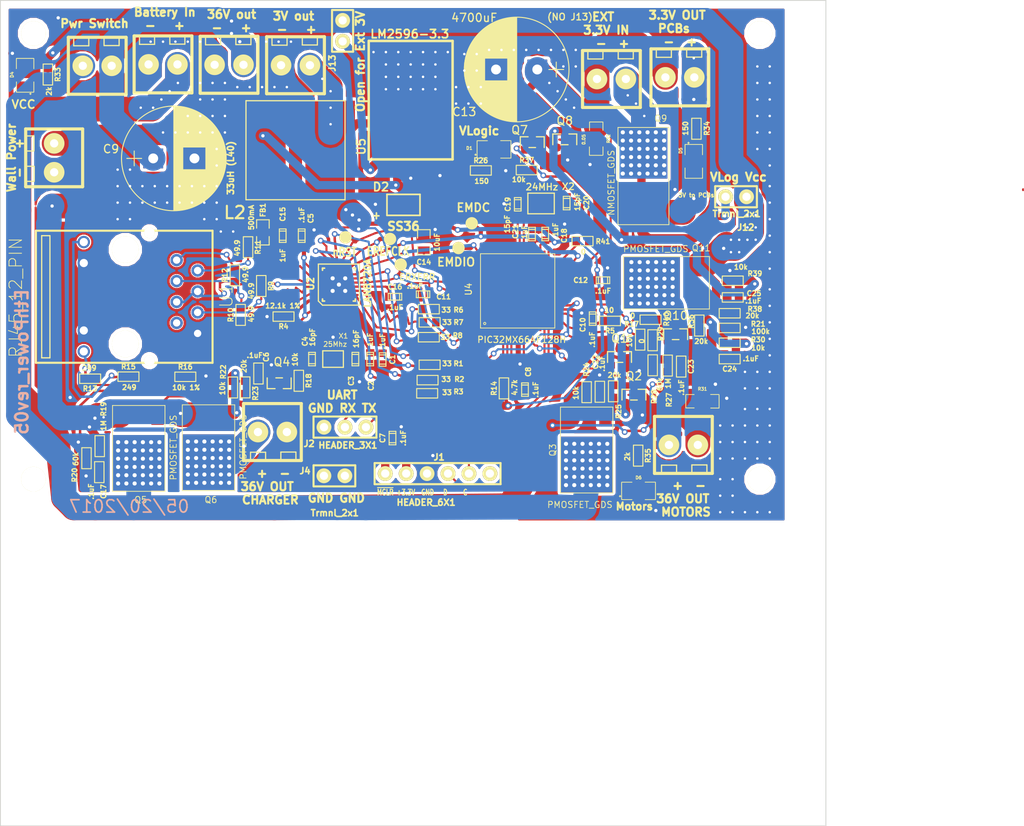
<source format=kicad_pcb>
(kicad_pcb (version 4) (host pcbnew 4.0.6-e0-6349~53~ubuntu16.04.1)
  (layers (0 F.Cu signal) (31 B.Cu signal) (34 B.Paste user) (35 F.Paste user) (36 B.SilkS user) (37 F.SilkS user) (38 B.Mask user) (39 F.Mask user) (44 Edge.Cuts user))
  (net 0 "")
  (net 1 AVDD)
  (net 2 ECRSDV)
  (net 3 EMDC)
  (net 4 EMDIO)
  (net 5 EREFCLK)
  (net 6 ERXD0)
  (net 7 ERXD1)
  (net 8 ERXERR)
  (net 9 ETXD0)
  (net 10 ETXD1)
  (net 11 ETXEN)
  (net 12 GND)
  (net 13 GreenLED)
  (net 14 PGEC1_RB1)
  (net 15 PGED1_RB0)
  (net 16 RXN)
  (net 17 RXP)
  (net 18 Switch3.3V)
  (net 19 TXN)
  (net 20 TXP)
  (net 21 YellowLED)
  (net 22 nRST)
  (net 23 ~MCLR~)
  (net 24 "Net-(C1-Pad1)")
  (net 25 "Net-(C3-Pad1)")
  (net 26 "Net-(C4-Pad2)")
  (net 27 "Net-(C10-Pad1)")
  (net 28 "Net-(C19-Pad1)")
  (net 29 "Net-(C20-Pad1)")
  (net 30 "Net-(D1-Pad1)")
  (net 31 "Net-(D2-Pad1)")
  (net 32 "Net-(R1-Pad1)")
  (net 33 "Net-(R2-Pad1)")
  (net 34 "Net-(R3-Pad1)")
  (net 35 "Net-(R4-Pad1)")
  (net 36 "Net-(R6-Pad1)")
  (net 37 "Net-(R7-Pad1)")
  (net 38 "Net-(R8-Pad1)")
  (net 39 "Net-(R15-Pad2)")
  (net 40 "Net-(C14-Pad1)")
  (net 41 "Net-(D5-Pad1)")
  (net 42 "Net-(D6-Pad1)")
  (net 43 SenseCurrent36V)
  (net 44 SenseCurrent3.3V)
  (net 45 Switch36V)
  (net 46 SenseVoltBattery)
  (net 47 "Net-(D4-Pad1)")
  (net 48 "Net-(C6-Pad1)")
  (net 49 VLogic)
  (net 50 VCC)
  (net 51 SenseVoltWall)
  (net 52 "Net-(C22-Pad1)")
  (net 53 "Net-(C23-Pad1)")
  (net 54 "Net-(C24-Pad1)")
  (net 55 "Net-(C25-Pad1)")
  (net 56 U3TX)
  (net 57 U3RX)
  (net 58 VCC_Unswitched)
  (net 59 VBattery)
  (net 60 VWall)
  (net 61 VCC_Charger)
  (net 62 3.3V_To_PCBs)
  (net 63 "Net-(J13-Pad2)")
  (net 64 "Net-(Q1-Pad3)")
  (net 65 "Net-(Q2-Pad3)")
  (net 66 "Net-(Q4-Pad3)")
  (net 67 "Net-(Q7-Pad1)")
  (net 68 "Net-(Q7-Pad3)")
  (net 69 "Net-(Q10-Pad1)")
  (net 70 "Net-(Q10-Pad3)")
  (net 71 "Net-(R13-Pad1)")
  (net 72 VMotor)
  (module ted_connectors:VIA-0.6mm (layer F.Cu) (at 177.5 81)
    (fp_text reference REF** hide)
    (fp_text value VIA-0.6mm hide)
    (pad 1 thru_hole circle (at 0 0) (size 0.6 0.6) (drill 0.3) (layers *.Cu) (net 50 VCC))
  )
  (module ted_connectors:VIA-0.6mm (layer F.Cu) (at 177.5 82.5)
    (fp_text reference REF** hide)
    (fp_text value VIA-0.6mm hide)
    (pad 1 thru_hole circle (at 0 0) (size 0.6 0.6) (drill 0.3) (layers *.Cu) (net 50 VCC))
  )
  (module ted_connectors:VIA-0.6mm (layer F.Cu) (at 177.5 84)
    (fp_text reference REF** hide)
    (fp_text value VIA-0.6mm hide)
    (pad 1 thru_hole circle (at 0 0) (size 0.6 0.6) (drill 0.3) (layers *.Cu) (net 50 VCC))
  )
  (module ted_connectors:VIA-0.6mm (layer F.Cu) (at 174.5 84)
    (fp_text reference REF** hide)
    (fp_text value VIA-0.6mm hide)
    (pad 1 thru_hole circle (at 0 0) (size 0.6 0.6) (drill 0.3) (layers *.Cu) (net 50 VCC))
  )
  (module ted_connectors:VIA-0.6mm (layer F.Cu) (at 175.5 85.5)
    (fp_text reference REF** hide)
    (fp_text value VIA-0.6mm hide)
    (pad 1 thru_hole circle (at 0 0) (size 0.6 0.6) (drill 0.3) (layers *.Cu) (net 50 VCC))
  )
  (module ted_connectors:VIA-0.6mm (layer F.Cu) (at 174.5 85.5)
    (fp_text reference REF** hide)
    (fp_text value VIA-0.6mm hide)
    (pad 1 thru_hole circle (at 0 0) (size 0.6 0.6) (drill 0.3) (layers *.Cu) (net 50 VCC))
  )
  (module ted_connectors:VIA-0.6mm (layer F.Cu) (at 175.5 84)
    (fp_text reference REF** hide)
    (fp_text value VIA-0.6mm hide)
    (pad 1 thru_hole circle (at 0 0) (size 0.6 0.6) (drill 0.3) (layers *.Cu) (net 50 VCC))
  )
  (module ted_connectors:VIA-0.6mm (layer F.Cu) (at 176.5 84)
    (fp_text reference REF** hide)
    (fp_text value VIA-0.6mm hide)
    (pad 1 thru_hole circle (at 0 0) (size 0.6 0.6) (drill 0.3) (layers *.Cu) (net 50 VCC))
  )
  (module ted_connectors:VIA-0.6mm (layer F.Cu) (at 176.5 82.5)
    (fp_text reference REF** hide)
    (fp_text value VIA-0.6mm hide)
    (pad 1 thru_hole circle (at 0 0) (size 0.6 0.6) (drill 0.3) (layers *.Cu) (net 50 VCC))
  )
  (module ted_connectors:VIA-0.6mm (layer F.Cu) (at 164 69)
    (fp_text reference REF** hide)
    (fp_text value VIA-0.6mm hide)
    (pad 1 thru_hole circle (at 0 0) (size 0.6 0.6) (drill 0.3) (layers *.Cu) (net 49 VLogic))
  )
  (module ted_connectors:VIA-0.6mm (layer F.Cu) (at 163 67.5)
    (fp_text reference REF** hide)
    (fp_text value VIA-0.6mm hide)
    (pad 1 thru_hole circle (at 0 0) (size 0.6 0.6) (drill 0.3) (layers *.Cu) (net 49 VLogic))
  )
  (module ted_connectors:VIA-0.6mm (layer F.Cu) (at 162 66.5)
    (fp_text reference REF** hide)
    (fp_text value VIA-0.6mm hide)
    (pad 1 thru_hole circle (at 0 0) (size 0.6 0.6) (drill 0.3) (layers *.Cu) (net 49 VLogic))
  )
  (module ted_connectors:VIA-0.6mm (layer F.Cu) (at 155.5 68)
    (fp_text reference REF** hide)
    (fp_text value VIA-0.6mm hide)
    (pad 1 thru_hole circle (at 0 0) (size 0.6 0.6) (drill 0.3) (layers *.Cu) (net 49 VLogic))
  )
  (module ted_connectors:VIA-0.6mm (layer F.Cu) (at 154.5 67)
    (fp_text reference REF** hide)
    (fp_text value VIA-0.6mm hide)
    (pad 1 thru_hole circle (at 0 0) (size 0.6 0.6) (drill 0.3) (layers *.Cu) (net 49 VLogic))
  )
  (module ted_connectors:VIA-0.6mm (layer F.Cu) (at 153.5 66)
    (fp_text reference REF** hide)
    (fp_text value VIA-0.6mm hide)
    (pad 1 thru_hole circle (at 0 0) (size 0.6 0.6) (drill 0.3) (layers *.Cu) (net 49 VLogic))
  )
  (module ted_connectors:VIA-0.6mm (layer F.Cu) (at 152.5 65)
    (fp_text reference REF** hide)
    (fp_text value VIA-0.6mm hide)
    (pad 1 thru_hole circle (at 0 0) (size 0.6 0.6) (drill 0.3) (layers *.Cu) (net 49 VLogic))
  )
  (module ted_connectors:VIA-0.6mm (layer F.Cu) (at 154.2 63)
    (fp_text reference REF** hide)
    (fp_text value VIA-0.6mm hide)
    (pad 1 thru_hole circle (at 0 0) (size 0.6 0.6) (drill 0.3) (layers *.Cu) (net 12 GND))
  )
  (module ted_connectors:VIA-0.6mm (layer F.Cu) (at 155.7 63)
    (fp_text reference REF** hide)
    (fp_text value VIA-0.6mm hide)
    (pad 1 thru_hole circle (at 0 0) (size 0.6 0.6) (drill 0.3) (layers *.Cu) (net 12 GND))
  )
  (module ted_connectors:VIA-0.6mm (layer F.Cu) (at 151.2 61)
    (fp_text reference REF** hide)
    (fp_text value VIA-0.6mm hide)
    (pad 1 thru_hole circle (at 0 0) (size 0.6 0.6) (drill 0.3) (layers *.Cu) (net 12 GND))
  )
  (module ted_connectors:VIA-0.6mm (layer F.Cu) (at 152.7 61)
    (fp_text reference REF** hide)
    (fp_text value VIA-0.6mm hide)
    (pad 1 thru_hole circle (at 0 0) (size 0.6 0.6) (drill 0.3) (layers *.Cu) (net 12 GND))
  )
  (module ted_connectors:VIA-0.6mm (layer F.Cu) (at 155.7 61)
    (fp_text reference REF** hide)
    (fp_text value VIA-0.6mm hide)
    (pad 1 thru_hole circle (at 0 0) (size 0.6 0.6) (drill 0.3) (layers *.Cu) (net 12 GND))
  )
  (module ted_connectors:VIA-0.6mm (layer F.Cu) (at 154.2 61)
    (fp_text reference REF** hide)
    (fp_text value VIA-0.6mm hide)
    (pad 1 thru_hole circle (at 0 0) (size 0.6 0.6) (drill 0.3) (layers *.Cu) (net 12 GND))
  )
  (module ted_connectors:VIA-0.6mm (layer F.Cu) (at 148.2 61)
    (fp_text reference REF** hide)
    (fp_text value VIA-0.6mm hide)
    (pad 1 thru_hole circle (at 0 0) (size 0.6 0.6) (drill 0.3) (layers *.Cu) (net 12 GND))
  )
  (module ted_connectors:VIA-0.6mm (layer F.Cu) (at 149.7 61)
    (fp_text reference REF** hide)
    (fp_text value VIA-0.6mm hide)
    (pad 1 thru_hole circle (at 0 0) (size 0.6 0.6) (drill 0.3) (layers *.Cu) (net 12 GND))
  )
  (module ted_connectors:VIA-0.6mm (layer F.Cu) (at 146.7 61)
    (fp_text reference REF** hide)
    (fp_text value VIA-0.6mm hide)
    (pad 1 thru_hole circle (at 0 0) (size 0.6 0.6) (drill 0.3) (layers *.Cu) (net 12 GND))
  )
  (module ted_connectors:VIA-0.6mm (layer F.Cu) (at 145.2 61)
    (fp_text reference REF** hide)
    (fp_text value VIA-0.6mm hide)
    (pad 1 thru_hole circle (at 0 0) (size 0.6 0.6) (drill 0.3) (layers *.Cu) (net 12 GND))
  )
  (module ted_connectors:VIA-0.6mm (layer F.Cu) (at 143.7 61.5)
    (fp_text reference REF** hide)
    (fp_text value VIA-0.6mm hide)
    (pad 1 thru_hole circle (at 0 0) (size 0.6 0.6) (drill 0.3) (layers *.Cu) (net 12 GND))
  )
  (module ted_connectors:VIA-0.6mm (layer F.Cu) (at 142.2 61.5)
    (fp_text reference REF** hide)
    (fp_text value VIA-0.6mm hide)
    (pad 1 thru_hole circle (at 0 0) (size 0.6 0.6) (drill 0.3) (layers *.Cu) (net 12 GND))
  )
  (module ted_connectors:VIA-0.6mm (layer F.Cu) (at 142.2 63.5)
    (fp_text reference REF** hide)
    (fp_text value VIA-0.6mm hide)
    (pad 1 thru_hole circle (at 0 0) (size 0.6 0.6) (drill 0.3) (layers *.Cu) (net 12 GND))
  )
  (module ted_connectors:VIA-0.6mm (layer F.Cu) (at 143.7 63.5)
    (fp_text reference REF** hide)
    (fp_text value VIA-0.6mm hide)
    (pad 1 thru_hole circle (at 0 0) (size 0.6 0.6) (drill 0.3) (layers *.Cu) (net 12 GND))
  )
  (module ted_connectors:VIA-0.6mm (layer F.Cu) (at 141.2 67.5)
    (fp_text reference REF** hide)
    (fp_text value VIA-0.6mm hide)
    (pad 1 thru_hole circle (at 0 0) (size 0.6 0.6) (drill 0.3) (layers *.Cu) (net 12 GND))
  )
  (module ted_connectors:VIA-0.6mm (layer F.Cu) (at 142.7 67.5)
    (fp_text reference REF** hide)
    (fp_text value VIA-0.6mm hide)
    (pad 1 thru_hole circle (at 0 0) (size 0.6 0.6) (drill 0.3) (layers *.Cu) (net 12 GND))
  )
  (module ted_connectors:VIA-0.6mm (layer F.Cu) (at 144.2 65.5)
    (fp_text reference REF** hide)
    (fp_text value VIA-0.6mm hide)
    (pad 1 thru_hole circle (at 0 0) (size 0.6 0.6) (drill 0.3) (layers *.Cu) (net 12 GND))
  )
  (module ted_connectors:VIA-0.6mm (layer F.Cu) (at 142.7 65.5)
    (fp_text reference REF** hide)
    (fp_text value VIA-0.6mm hide)
    (pad 1 thru_hole circle (at 0 0) (size 0.6 0.6) (drill 0.3) (layers *.Cu) (net 12 GND))
  )
  (module ted_connectors:VIA-0.6mm (layer F.Cu) (at 141.2 65.5)
    (fp_text reference REF** hide)
    (fp_text value VIA-0.6mm hide)
    (pad 1 thru_hole circle (at 0 0) (size 0.6 0.6) (drill 0.3) (layers *.Cu) (net 12 GND))
  )
  (module ted_connectors:VIA-0.6mm (layer F.Cu) (at 144.2 67.5)
    (fp_text reference REF** hide)
    (fp_text value VIA-0.6mm hide)
    (pad 1 thru_hole circle (at 0 0) (size 0.6 0.6) (drill 0.3) (layers *.Cu) (net 12 GND))
  )
  (module ted_connectors:VIA-0.6mm (layer F.Cu) (at 118.2 60)
    (fp_text reference REF** hide)
    (fp_text value VIA-0.6mm hide)
    (pad 1 thru_hole circle (at 0 0) (size 0.6 0.6) (drill 0.3) (layers *.Cu) (net 12 GND))
  )
  (module ted_connectors:VIA-0.6mm (layer F.Cu) (at 121.2 60)
    (fp_text reference REF** hide)
    (fp_text value VIA-0.6mm hide)
    (pad 1 thru_hole circle (at 0 0) (size 0.6 0.6) (drill 0.3) (layers *.Cu) (net 12 GND))
  )
  (module ted_connectors:VIA-0.6mm (layer F.Cu) (at 119.7 60)
    (fp_text reference REF** hide)
    (fp_text value VIA-0.6mm hide)
    (pad 1 thru_hole circle (at 0 0) (size 0.6 0.6) (drill 0.3) (layers *.Cu) (net 12 GND))
  )
  (module ted_connectors:VIA-0.6mm (layer F.Cu) (at 119.2 65.5)
    (fp_text reference REF** hide)
    (fp_text value VIA-0.6mm hide)
    (pad 1 thru_hole circle (at 0 0) (size 0.6 0.6) (drill 0.3) (layers *.Cu) (net 12 GND))
  )
  (module ted_connectors:VIA-0.6mm (layer F.Cu) (at 120.7 65.5)
    (fp_text reference REF** hide)
    (fp_text value VIA-0.6mm hide)
    (pad 1 thru_hole circle (at 0 0) (size 0.6 0.6) (drill 0.3) (layers *.Cu) (net 12 GND))
  )
  (module ted_connectors:VIA-0.6mm (layer F.Cu) (at 117.7 65.5)
    (fp_text reference REF** hide)
    (fp_text value VIA-0.6mm hide)
    (pad 1 thru_hole circle (at 0 0) (size 0.6 0.6) (drill 0.3) (layers *.Cu) (net 12 GND))
  )
  (module ted_connectors:VIA-0.6mm (layer F.Cu) (at 116.2 65.5)
    (fp_text reference REF** hide)
    (fp_text value VIA-0.6mm hide)
    (pad 1 thru_hole circle (at 0 0) (size 0.6 0.6) (drill 0.3) (layers *.Cu) (net 12 GND))
  )
  (module ted_connectors:VIA-0.6mm (layer F.Cu) (at 114.7 65.5)
    (fp_text reference REF** hide)
    (fp_text value VIA-0.6mm hide)
    (pad 1 thru_hole circle (at 0 0) (size 0.6 0.6) (drill 0.3) (layers *.Cu) (net 12 GND))
  )
  (module ted_connectors:VIA-0.6mm (layer F.Cu) (at 113.2 65)
    (fp_text reference REF** hide)
    (fp_text value VIA-0.6mm hide)
    (pad 1 thru_hole circle (at 0 0) (size 0.6 0.6) (drill 0.3) (layers *.Cu) (net 12 GND))
  )
  (module ted_connectors:VIA-0.6mm (layer F.Cu) (at 111.7 65)
    (fp_text reference REF** hide)
    (fp_text value VIA-0.6mm hide)
    (pad 1 thru_hole circle (at 0 0) (size 0.6 0.6) (drill 0.3) (layers *.Cu) (net 12 GND))
  )
  (module ted_connectors:VIA-0.6mm (layer F.Cu) (at 110.2 65)
    (fp_text reference REF** hide)
    (fp_text value VIA-0.6mm hide)
    (pad 1 thru_hole circle (at 0 0) (size 0.6 0.6) (drill 0.3) (layers *.Cu) (net 12 GND))
  )
  (module ted_connectors:VIA-0.6mm (layer F.Cu) (at 110.2 60)
    (fp_text reference REF** hide)
    (fp_text value VIA-0.6mm hide)
    (pad 1 thru_hole circle (at 0 0) (size 0.6 0.6) (drill 0.3) (layers *.Cu) (net 12 GND))
  )
  (module ted_connectors:VIA-0.6mm (layer F.Cu) (at 108.7 60)
    (fp_text reference REF** hide)
    (fp_text value VIA-0.6mm hide)
    (pad 1 thru_hole circle (at 0 0) (size 0.6 0.6) (drill 0.3) (layers *.Cu) (net 12 GND))
  )
  (module ted_connectors:VIA-0.6mm (layer F.Cu) (at 104.2 60)
    (fp_text reference REF** hide)
    (fp_text value VIA-0.6mm hide)
    (pad 1 thru_hole circle (at 0 0) (size 0.6 0.6) (drill 0.3) (layers *.Cu) (net 12 GND))
  )
  (module ted_connectors:VIA-0.6mm (layer F.Cu) (at 105.7 60)
    (fp_text reference REF** hide)
    (fp_text value VIA-0.6mm hide)
    (pad 1 thru_hole circle (at 0 0) (size 0.6 0.6) (drill 0.3) (layers *.Cu) (net 12 GND))
  )
  (module ted_connectors:VIA-0.6mm (layer F.Cu) (at 107.2 60)
    (fp_text reference REF** hide)
    (fp_text value VIA-0.6mm hide)
    (pad 1 thru_hole circle (at 0 0) (size 0.6 0.6) (drill 0.3) (layers *.Cu) (net 12 GND))
  )
  (module ted_connectors:VIA-0.6mm (layer F.Cu) (at 113.2 71)
    (fp_text reference REF** hide)
    (fp_text value VIA-0.6mm hide)
    (pad 1 thru_hole circle (at 0 0) (size 0.6 0.6) (drill 0.3) (layers *.Cu) (net 12 GND))
  )
  (module ted_connectors:VIA-0.6mm (layer F.Cu) (at 113.2 69)
    (fp_text reference REF** hide)
    (fp_text value VIA-0.6mm hide)
    (pad 1 thru_hole circle (at 0 0) (size 0.6 0.6) (drill 0.3) (layers *.Cu) (net 12 GND))
  )
  (module ted_connectors:VIA-0.6mm (layer F.Cu) (at 110.2 67)
    (fp_text reference REF** hide)
    (fp_text value VIA-0.6mm hide)
    (pad 1 thru_hole circle (at 0 0) (size 0.6 0.6) (drill 0.3) (layers *.Cu) (net 12 GND))
  )
  (module ted_connectors:VIA-0.6mm (layer F.Cu) (at 111.7 67)
    (fp_text reference REF** hide)
    (fp_text value VIA-0.6mm hide)
    (pad 1 thru_hole circle (at 0 0) (size 0.6 0.6) (drill 0.3) (layers *.Cu) (net 12 GND))
  )
  (module ted_connectors:VIA-0.6mm (layer F.Cu) (at 113.2 67)
    (fp_text reference REF** hide)
    (fp_text value VIA-0.6mm hide)
    (pad 1 thru_hole circle (at 0 0) (size 0.6 0.6) (drill 0.3) (layers *.Cu) (net 12 GND))
  )
  (module ted_connectors:VIA-0.6mm (layer F.Cu) (at 111.7 69)
    (fp_text reference REF** hide)
    (fp_text value VIA-0.6mm hide)
    (pad 1 thru_hole circle (at 0 0) (size 0.6 0.6) (drill 0.3) (layers *.Cu) (net 12 GND))
  )
  (module ted_connectors:VIA-0.6mm (layer F.Cu) (at 110.2 69)
    (fp_text reference REF** hide)
    (fp_text value VIA-0.6mm hide)
    (pad 1 thru_hole circle (at 0 0) (size 0.6 0.6) (drill 0.3) (layers *.Cu) (net 12 GND))
  )
  (module ted_connectors:VIA-0.6mm (layer F.Cu) (at 108.7 69)
    (fp_text reference REF** hide)
    (fp_text value VIA-0.6mm hide)
    (pad 1 thru_hole circle (at 0 0) (size 0.6 0.6) (drill 0.3) (layers *.Cu) (net 12 GND))
  )
  (module ted_connectors:VIA-0.6mm (layer F.Cu) (at 112.2 73)
    (fp_text reference REF** hide)
    (fp_text value VIA-0.6mm hide)
    (pad 1 thru_hole circle (at 0 0) (size 0.6 0.6) (drill 0.3) (layers *.Cu) (net 12 GND))
  )
  (module ted_connectors:VIA-0.6mm (layer F.Cu) (at 112.2 75)
    (fp_text reference REF** hide)
    (fp_text value VIA-0.6mm hide)
    (pad 1 thru_hole circle (at 0 0) (size 0.6 0.6) (drill 0.3) (layers *.Cu) (net 12 GND))
  )
  (module ted_connectors:VIA-0.6mm (layer F.Cu) (at 108.7 71)
    (fp_text reference REF** hide)
    (fp_text value VIA-0.6mm hide)
    (pad 1 thru_hole circle (at 0 0) (size 0.6 0.6) (drill 0.3) (layers *.Cu) (net 12 GND))
  )
  (module ted_connectors:VIA-0.6mm (layer F.Cu) (at 110.2 71)
    (fp_text reference REF** hide)
    (fp_text value VIA-0.6mm hide)
    (pad 1 thru_hole circle (at 0 0) (size 0.6 0.6) (drill 0.3) (layers *.Cu) (net 12 GND))
  )
  (module ted_connectors:VIA-0.6mm (layer F.Cu) (at 107.2 71)
    (fp_text reference REF** hide)
    (fp_text value VIA-0.6mm hide)
    (pad 1 thru_hole circle (at 0 0) (size 0.6 0.6) (drill 0.3) (layers *.Cu) (net 12 GND))
  )
  (module ted_connectors:VIA-0.6mm (layer F.Cu) (at 105.7 71)
    (fp_text reference REF** hide)
    (fp_text value VIA-0.6mm hide)
    (pad 1 thru_hole circle (at 0 0) (size 0.6 0.6) (drill 0.3) (layers *.Cu) (net 12 GND))
  )
  (module ted_connectors:VIA-0.6mm (layer F.Cu) (at 111.7 71)
    (fp_text reference REF** hide)
    (fp_text value VIA-0.6mm hide)
    (pad 1 thru_hole circle (at 0 0) (size 0.6 0.6) (drill 0.3) (layers *.Cu) (net 12 GND))
  )
  (module ted_connectors:VIA-0.6mm (layer F.Cu) (at 110.7 81.5)
    (fp_text reference REF** hide)
    (fp_text value VIA-0.6mm hide)
    (pad 1 thru_hole circle (at 0 0) (size 0.6 0.6) (drill 0.3) (layers *.Cu) (net 12 GND))
  )
  (module ted_connectors:VIA-0.6mm (layer F.Cu) (at 112.2 81.5)
    (fp_text reference REF** hide)
    (fp_text value VIA-0.6mm hide)
    (pad 1 thru_hole circle (at 0 0) (size 0.6 0.6) (drill 0.3) (layers *.Cu) (net 12 GND))
  )
  (module ted_connectors:VIA-0.6mm (layer F.Cu) (at 112.2 79.5)
    (fp_text reference REF** hide)
    (fp_text value VIA-0.6mm hide)
    (pad 1 thru_hole circle (at 0 0) (size 0.6 0.6) (drill 0.3) (layers *.Cu) (net 12 GND))
  )
  (module ted_connectors:VIA-0.6mm (layer F.Cu) (at 112.2 77.5)
    (fp_text reference REF** hide)
    (fp_text value VIA-0.6mm hide)
    (pad 1 thru_hole circle (at 0 0) (size 0.6 0.6) (drill 0.3) (layers *.Cu) (net 12 GND))
  )
  (module ted_connectors:VIA-0.6mm (layer F.Cu) (at 106.2 79.5)
    (fp_text reference REF** hide)
    (fp_text value VIA-0.6mm hide)
    (pad 1 thru_hole circle (at 0 0) (size 0.6 0.6) (drill 0.3) (layers *.Cu) (net 12 GND))
  )
  (module ted_connectors:VIA-0.6mm (layer F.Cu) (at 107.7 79.5)
    (fp_text reference REF** hide)
    (fp_text value VIA-0.6mm hide)
    (pad 1 thru_hole circle (at 0 0) (size 0.6 0.6) (drill 0.3) (layers *.Cu) (net 12 GND))
  )
  (module ted_connectors:VIA-0.6mm (layer F.Cu) (at 106.2 77.5)
    (fp_text reference REF** hide)
    (fp_text value VIA-0.6mm hide)
    (pad 1 thru_hole circle (at 0 0) (size 0.6 0.6) (drill 0.3) (layers *.Cu) (net 12 GND))
  )
  (module ted_connectors:VIA-0.6mm (layer F.Cu) (at 107.7 77.5)
    (fp_text reference REF** hide)
    (fp_text value VIA-0.6mm hide)
    (pad 1 thru_hole circle (at 0 0) (size 0.6 0.6) (drill 0.3) (layers *.Cu) (net 12 GND))
  )
  (module ted_connectors:VIA-0.6mm (layer F.Cu) (at 110.7 77.5)
    (fp_text reference REF** hide)
    (fp_text value VIA-0.6mm hide)
    (pad 1 thru_hole circle (at 0 0) (size 0.6 0.6) (drill 0.3) (layers *.Cu) (net 12 GND))
  )
  (module ted_connectors:VIA-0.6mm (layer F.Cu) (at 109.2 77.5)
    (fp_text reference REF** hide)
    (fp_text value VIA-0.6mm hide)
    (pad 1 thru_hole circle (at 0 0) (size 0.6 0.6) (drill 0.3) (layers *.Cu) (net 12 GND))
  )
  (module ted_connectors:VIA-0.6mm (layer F.Cu) (at 110.7 79.5)
    (fp_text reference REF** hide)
    (fp_text value VIA-0.6mm hide)
    (pad 1 thru_hole circle (at 0 0) (size 0.6 0.6) (drill 0.3) (layers *.Cu) (net 12 GND))
  )
  (module ted_connectors:VIA-0.6mm (layer F.Cu) (at 109.2 79.5)
    (fp_text reference REF** hide)
    (fp_text value VIA-0.6mm hide)
    (pad 1 thru_hole circle (at 0 0) (size 0.6 0.6) (drill 0.3) (layers *.Cu) (net 12 GND))
  )
  (module ted_connectors:VIA-0.6mm (layer F.Cu) (at 103.2 79.5)
    (fp_text reference REF** hide)
    (fp_text value VIA-0.6mm hide)
    (pad 1 thru_hole circle (at 0 0) (size 0.6 0.6) (drill 0.3) (layers *.Cu) (net 12 GND))
  )
  (module ted_connectors:VIA-0.6mm (layer F.Cu) (at 104.7 79.5)
    (fp_text reference REF** hide)
    (fp_text value VIA-0.6mm hide)
    (pad 1 thru_hole circle (at 0 0) (size 0.6 0.6) (drill 0.3) (layers *.Cu) (net 12 GND))
  )
  (module ted_connectors:VIA-0.6mm (layer F.Cu) (at 103.2 77.5)
    (fp_text reference REF** hide)
    (fp_text value VIA-0.6mm hide)
    (pad 1 thru_hole circle (at 0 0) (size 0.6 0.6) (drill 0.3) (layers *.Cu) (net 12 GND))
  )
  (module ted_connectors:VIA-0.6mm (layer F.Cu) (at 104.7 77.5)
    (fp_text reference REF** hide)
    (fp_text value VIA-0.6mm hide)
    (pad 1 thru_hole circle (at 0 0) (size 0.6 0.6) (drill 0.3) (layers *.Cu) (net 12 GND))
  )
  (module ted_connectors:VIA-0.6mm (layer F.Cu) (at 101.7 77.5)
    (fp_text reference REF** hide)
    (fp_text value VIA-0.6mm hide)
    (pad 1 thru_hole circle (at 0 0) (size 0.6 0.6) (drill 0.3) (layers *.Cu) (net 12 GND))
  )
  (module ted_connectors:VIA-0.6mm (layer F.Cu) (at 101.7 75.5)
    (fp_text reference REF** hide)
    (fp_text value VIA-0.6mm hide)
    (pad 1 thru_hole circle (at 0 0) (size 0.6 0.6) (drill 0.3) (layers *.Cu) (net 12 GND))
  )
  (module ted_connectors:VIA-0.6mm (layer F.Cu) (at 100.2 77.5)
    (fp_text reference REF** hide)
    (fp_text value VIA-0.6mm hide)
    (pad 1 thru_hole circle (at 0 0) (size 0.6 0.6) (drill 0.3) (layers *.Cu) (net 12 GND))
  )
  (module ted_connectors:VIA-0.6mm (layer F.Cu) (at 100.2 75.5)
    (fp_text reference REF** hide)
    (fp_text value VIA-0.6mm hide)
    (pad 1 thru_hole circle (at 0 0) (size 0.6 0.6) (drill 0.3) (layers *.Cu) (net 12 GND))
  )
  (module ted_connectors:VIA-0.6mm (layer F.Cu) (at 107.5 65)
    (fp_text reference REF** hide)
    (fp_text value VIA-0.6mm hide)
    (pad 1 thru_hole circle (at 0 0) (size 0.6 0.6) (drill 0.3) (layers *.Cu) (net 59 VBattery))
  )
  (module ted_connectors:VIA-0.6mm (layer F.Cu) (at 103 68)
    (fp_text reference REF** hide)
    (fp_text value VIA-0.6mm hide)
    (pad 1 thru_hole circle (at 0 0) (size 0.6 0.6) (drill 0.3) (layers *.Cu) (net 59 VBattery))
  )
  (module ted_connectors:VIA-0.6mm (layer F.Cu) (at 104.5 68)
    (fp_text reference REF** hide)
    (fp_text value VIA-0.6mm hide)
    (pad 1 thru_hole circle (at 0 0) (size 0.6 0.6) (drill 0.3) (layers *.Cu) (net 59 VBattery))
  )
  (module ted_connectors:VIA-0.6mm (layer F.Cu) (at 105.5 67)
    (fp_text reference REF** hide)
    (fp_text value VIA-0.6mm hide)
    (pad 1 thru_hole circle (at 0 0) (size 0.6 0.6) (drill 0.3) (layers *.Cu) (net 59 VBattery))
  )
  (module ted_connectors:VIA-0.6mm (layer F.Cu) (at 126 70)
    (fp_text reference REF** hide)
    (fp_text value VIA-0.6mm hide)
    (pad 1 thru_hole circle (at 0 0) (size 0.6 0.6) (drill 0.3) (layers *.Cu) (net 49 VLogic))
  )
  (module ted_connectors:VIA-0.6mm (layer F.Cu) (at 126 68)
    (fp_text reference REF** hide)
    (fp_text value VIA-0.6mm hide)
    (pad 1 thru_hole circle (at 0 0) (size 0.6 0.6) (drill 0.3) (layers *.Cu) (net 49 VLogic))
  )
  (module ted_connectors:VIA-0.6mm (layer F.Cu) (at 126 66)
    (fp_text reference REF** hide)
    (fp_text value VIA-0.6mm hide)
    (pad 1 thru_hole circle (at 0 0) (size 0.6 0.6) (drill 0.3) (layers *.Cu) (net 49 VLogic))
  )
  (module ted_connectors:VIA-0.6mm (layer F.Cu) (at 112.7 83)
    (fp_text reference REF** hide)
    (fp_text value VIA-0.6mm hide)
    (pad 1 thru_hole circle (at 0 0) (size 0.6 0.6) (drill 0.3) (layers *.Cu) (net 12 GND))
  )
  (module ted_connectors:VIA-0.6mm (layer F.Cu) (at 114.2 83)
    (fp_text reference REF** hide)
    (fp_text value VIA-0.6mm hide)
    (pad 1 thru_hole circle (at 0 0) (size 0.6 0.6) (drill 0.3) (layers *.Cu) (net 12 GND))
  )
  (module ted_connectors:VIA-0.6mm (layer F.Cu) (at 101.7 79.5)
    (fp_text reference REF** hide)
    (fp_text value VIA-0.6mm hide)
    (pad 1 thru_hole circle (at 0 0) (size 0.6 0.6) (drill 0.3) (layers *.Cu) (net 12 GND))
  )
  (module ted_connectors:VIA-0.6mm (layer F.Cu) (at 100.2 79.5)
    (fp_text reference REF** hide)
    (fp_text value VIA-0.6mm hide)
    (pad 1 thru_hole circle (at 0 0) (size 0.6 0.6) (drill 0.3) (layers *.Cu) (net 12 GND))
  )
  (module ted_connectors:VIA-0.6mm (layer F.Cu) (at 101.7 81.5)
    (fp_text reference REF** hide)
    (fp_text value VIA-0.6mm hide)
    (pad 1 thru_hole circle (at 0 0) (size 0.6 0.6) (drill 0.3) (layers *.Cu) (net 12 GND))
  )
  (module ted_connectors:VIA-0.6mm (layer F.Cu) (at 100.2 81.5)
    (fp_text reference REF** hide)
    (fp_text value VIA-0.6mm hide)
    (pad 1 thru_hole circle (at 0 0) (size 0.6 0.6) (drill 0.3) (layers *.Cu) (net 12 GND))
  )
  (module ted_connectors:VIA-0.6mm (layer F.Cu) (at 179.2 117)
    (fp_text reference REF** hide)
    (fp_text value VIA-0.6mm hide)
    (pad 1 thru_hole circle (at 0 0) (size 0.6 0.6) (drill 0.3) (layers *.Cu) (net 12 GND))
  )
  (module ted_connectors:VIA-0.6mm (layer F.Cu) (at 177.7 117)
    (fp_text reference REF** hide)
    (fp_text value VIA-0.6mm hide)
    (pad 1 thru_hole circle (at 0 0) (size 0.6 0.6) (drill 0.3) (layers *.Cu) (net 12 GND))
  )
  (module ted_connectors:VIA-0.6mm (layer F.Cu) (at 176.2 117)
    (fp_text reference REF** hide)
    (fp_text value VIA-0.6mm hide)
    (pad 1 thru_hole circle (at 0 0) (size 0.6 0.6) (drill 0.3) (layers *.Cu) (net 12 GND))
  )
  (module ted_connectors:VIA-0.6mm (layer F.Cu) (at 173.2 117)
    (fp_text reference REF** hide)
    (fp_text value VIA-0.6mm hide)
    (pad 1 thru_hole circle (at 0 0) (size 0.6 0.6) (drill 0.3) (layers *.Cu) (net 12 GND))
  )
  (module ted_connectors:VIA-0.6mm (layer F.Cu) (at 174.7 117)
    (fp_text reference REF** hide)
    (fp_text value VIA-0.6mm hide)
    (pad 1 thru_hole circle (at 0 0) (size 0.6 0.6) (drill 0.3) (layers *.Cu) (net 12 GND))
  )
  (module ted_connectors:VIA-0.6mm (layer F.Cu) (at 173.2 115)
    (fp_text reference REF** hide)
    (fp_text value VIA-0.6mm hide)
    (pad 1 thru_hole circle (at 0 0) (size 0.6 0.6) (drill 0.3) (layers *.Cu) (net 12 GND))
  )
  (module ted_connectors:VIA-0.6mm (layer F.Cu) (at 173.2 113)
    (fp_text reference REF** hide)
    (fp_text value VIA-0.6mm hide)
    (pad 1 thru_hole circle (at 0 0) (size 0.6 0.6) (drill 0.3) (layers *.Cu) (net 12 GND))
  )
  (module ted_connectors:VIA-0.6mm (layer F.Cu) (at 174.7 113)
    (fp_text reference REF** hide)
    (fp_text value VIA-0.6mm hide)
    (pad 1 thru_hole circle (at 0 0) (size 0.6 0.6) (drill 0.3) (layers *.Cu) (net 12 GND))
  )
  (module ted_connectors:VIA-0.6mm (layer F.Cu) (at 174.7 115)
    (fp_text reference REF** hide)
    (fp_text value VIA-0.6mm hide)
    (pad 1 thru_hole circle (at 0 0) (size 0.6 0.6) (drill 0.3) (layers *.Cu) (net 12 GND))
  )
  (module ted_connectors:VIA-0.6mm (layer F.Cu) (at 174.7 110.5)
    (fp_text reference REF** hide)
    (fp_text value VIA-0.6mm hide)
    (pad 1 thru_hole circle (at 0 0) (size 0.6 0.6) (drill 0.3) (layers *.Cu) (net 12 GND))
  )
  (module ted_connectors:VIA-0.6mm (layer F.Cu) (at 174.7 106.5)
    (fp_text reference REF** hide)
    (fp_text value VIA-0.6mm hide)
    (pad 1 thru_hole circle (at 0 0) (size 0.6 0.6) (drill 0.3) (layers *.Cu) (net 12 GND))
  )
  (module ted_connectors:VIA-0.6mm (layer F.Cu) (at 174.7 108.5)
    (fp_text reference REF** hide)
    (fp_text value VIA-0.6mm hide)
    (pad 1 thru_hole circle (at 0 0) (size 0.6 0.6) (drill 0.3) (layers *.Cu) (net 12 GND))
  )
  (module ted_connectors:VIA-0.6mm (layer F.Cu) (at 173.2 108.5)
    (fp_text reference REF** hide)
    (fp_text value VIA-0.6mm hide)
    (pad 1 thru_hole circle (at 0 0) (size 0.6 0.6) (drill 0.3) (layers *.Cu) (net 12 GND))
  )
  (module ted_connectors:VIA-0.6mm (layer F.Cu) (at 173.2 106.5)
    (fp_text reference REF** hide)
    (fp_text value VIA-0.6mm hide)
    (pad 1 thru_hole circle (at 0 0) (size 0.6 0.6) (drill 0.3) (layers *.Cu) (net 12 GND))
  )
  (module ted_connectors:VIA-0.6mm (layer F.Cu) (at 173.2 110.5)
    (fp_text reference REF** hide)
    (fp_text value VIA-0.6mm hide)
    (pad 1 thru_hole circle (at 0 0) (size 0.6 0.6) (drill 0.3) (layers *.Cu) (net 12 GND))
  )
  (module ted_connectors:VIA-0.6mm (layer F.Cu) (at 176.2 100)
    (fp_text reference REF** hide)
    (fp_text value VIA-0.6mm hide)
    (pad 1 thru_hole circle (at 0 0) (size 0.6 0.6) (drill 0.3) (layers *.Cu) (net 12 GND))
  )
  (module ted_connectors:VIA-0.6mm (layer F.Cu) (at 176.2 102)
    (fp_text reference REF** hide)
    (fp_text value VIA-0.6mm hide)
    (pad 1 thru_hole circle (at 0 0) (size 0.6 0.6) (drill 0.3) (layers *.Cu) (net 12 GND))
  )
  (module ted_connectors:VIA-0.6mm (layer F.Cu) (at 176.2 110.5)
    (fp_text reference REF** hide)
    (fp_text value VIA-0.6mm hide)
    (pad 1 thru_hole circle (at 0 0) (size 0.6 0.6) (drill 0.3) (layers *.Cu) (net 12 GND))
  )
  (module ted_connectors:VIA-0.6mm (layer F.Cu) (at 176.2 106.5)
    (fp_text reference REF** hide)
    (fp_text value VIA-0.6mm hide)
    (pad 1 thru_hole circle (at 0 0) (size 0.6 0.6) (drill 0.3) (layers *.Cu) (net 12 GND))
  )
  (module ted_connectors:VIA-0.6mm (layer F.Cu) (at 176.2 108.5)
    (fp_text reference REF** hide)
    (fp_text value VIA-0.6mm hide)
    (pad 1 thru_hole circle (at 0 0) (size 0.6 0.6) (drill 0.3) (layers *.Cu) (net 12 GND))
  )
  (module ted_connectors:VIA-0.6mm (layer F.Cu) (at 176.2 104.5)
    (fp_text reference REF** hide)
    (fp_text value VIA-0.6mm hide)
    (pad 1 thru_hole circle (at 0 0) (size 0.6 0.6) (drill 0.3) (layers *.Cu) (net 12 GND))
  )
  (module ted_connectors:VIA-0.6mm (layer F.Cu) (at 177.7 104.5)
    (fp_text reference REF** hide)
    (fp_text value VIA-0.6mm hide)
    (pad 1 thru_hole circle (at 0 0) (size 0.6 0.6) (drill 0.3) (layers *.Cu) (net 12 GND))
  )
  (module ted_connectors:VIA-0.6mm (layer F.Cu) (at 177.7 108.5)
    (fp_text reference REF** hide)
    (fp_text value VIA-0.6mm hide)
    (pad 1 thru_hole circle (at 0 0) (size 0.6 0.6) (drill 0.3) (layers *.Cu) (net 12 GND))
  )
  (module ted_connectors:VIA-0.6mm (layer F.Cu) (at 177.7 106.5)
    (fp_text reference REF** hide)
    (fp_text value VIA-0.6mm hide)
    (pad 1 thru_hole circle (at 0 0) (size 0.6 0.6) (drill 0.3) (layers *.Cu) (net 12 GND))
  )
  (module ted_connectors:VIA-0.6mm (layer F.Cu) (at 177.7 110.5)
    (fp_text reference REF** hide)
    (fp_text value VIA-0.6mm hide)
    (pad 1 thru_hole circle (at 0 0) (size 0.6 0.6) (drill 0.3) (layers *.Cu) (net 12 GND))
  )
  (module ted_connectors:VIA-0.6mm (layer F.Cu) (at 177.7 102)
    (fp_text reference REF** hide)
    (fp_text value VIA-0.6mm hide)
    (pad 1 thru_hole circle (at 0 0) (size 0.6 0.6) (drill 0.3) (layers *.Cu) (net 12 GND))
  )
  (module ted_connectors:VIA-0.6mm (layer F.Cu) (at 177.7 100)
    (fp_text reference REF** hide)
    (fp_text value VIA-0.6mm hide)
    (pad 1 thru_hole circle (at 0 0) (size 0.6 0.6) (drill 0.3) (layers *.Cu) (net 12 GND))
  )
  (module ted_holes:TED_Hole_3mm (layer F.Cu) (at 178 113)
    (fp_text reference H3 hide)
    (fp_text value HOLE hide)
    (pad "" np_thru_hole circle (at 0 0) (size 3 3) (drill 3) (layers *.Cu *.Mask F.SilkS))
  )
  (module ted_connectors:VIA-0.6mm (layer F.Cu) (at 179.2 90)
    (fp_text reference REF** hide)
    (fp_text value VIA-0.6mm hide)
    (pad 1 thru_hole circle (at 0 0) (size 0.6 0.6) (drill 0.3) (layers *.Cu) (net 12 GND))
  )
  (module ted_connectors:VIA-0.6mm (layer F.Cu) (at 179.2 92)
    (fp_text reference REF** hide)
    (fp_text value VIA-0.6mm hide)
    (pad 1 thru_hole circle (at 0 0) (size 0.6 0.6) (drill 0.3) (layers *.Cu) (net 12 GND))
  )
  (module ted_connectors:VIA-0.6mm (layer F.Cu) (at 179.2 96)
    (fp_text reference REF** hide)
    (fp_text value VIA-0.6mm hide)
    (pad 1 thru_hole circle (at 0 0) (size 0.6 0.6) (drill 0.3) (layers *.Cu) (net 12 GND))
  )
  (module ted_connectors:VIA-0.6mm (layer F.Cu) (at 179.2 94)
    (fp_text reference REF** hide)
    (fp_text value VIA-0.6mm hide)
    (pad 1 thru_hole circle (at 0 0) (size 0.6 0.6) (drill 0.3) (layers *.Cu) (net 12 GND))
  )
  (module ted_connectors:VIA-0.6mm (layer F.Cu) (at 179.2 100)
    (fp_text reference REF** hide)
    (fp_text value VIA-0.6mm hide)
    (pad 1 thru_hole circle (at 0 0) (size 0.6 0.6) (drill 0.3) (layers *.Cu) (net 12 GND))
  )
  (module ted_connectors:VIA-0.6mm (layer F.Cu) (at 179.2 102)
    (fp_text reference REF** hide)
    (fp_text value VIA-0.6mm hide)
    (pad 1 thru_hole circle (at 0 0) (size 0.6 0.6) (drill 0.3) (layers *.Cu) (net 12 GND))
  )
  (module ted_connectors:VIA-0.6mm (layer F.Cu) (at 179.2 98)
    (fp_text reference REF** hide)
    (fp_text value VIA-0.6mm hide)
    (pad 1 thru_hole circle (at 0 0) (size 0.6 0.6) (drill 0.3) (layers *.Cu) (net 12 GND))
  )
  (module ted_connectors:VIA-0.6mm (layer F.Cu) (at 179.2 110.5)
    (fp_text reference REF** hide)
    (fp_text value VIA-0.6mm hide)
    (pad 1 thru_hole circle (at 0 0) (size 0.6 0.6) (drill 0.3) (layers *.Cu) (net 12 GND))
  )
  (module ted_connectors:VIA-0.6mm (layer F.Cu) (at 179.2 106.5)
    (fp_text reference REF** hide)
    (fp_text value VIA-0.6mm hide)
    (pad 1 thru_hole circle (at 0 0) (size 0.6 0.6) (drill 0.3) (layers *.Cu) (net 12 GND))
  )
  (module ted_connectors:VIA-0.6mm (layer F.Cu) (at 179.2 108.5)
    (fp_text reference REF** hide)
    (fp_text value VIA-0.6mm hide)
    (pad 1 thru_hole circle (at 0 0) (size 0.6 0.6) (drill 0.3) (layers *.Cu) (net 12 GND))
  )
  (module ted_connectors:VIA-0.6mm (layer F.Cu) (at 179.2 104.5)
    (fp_text reference REF** hide)
    (fp_text value VIA-0.6mm hide)
    (pad 1 thru_hole circle (at 0 0) (size 0.6 0.6) (drill 0.3) (layers *.Cu) (net 12 GND))
  )
  (module ted_connectors:VIA-0.6mm (layer F.Cu) (at 179.2 77.5)
    (fp_text reference REF** hide)
    (fp_text value VIA-0.6mm hide)
    (pad 1 thru_hole circle (at 0 0) (size 0.6 0.6) (drill 0.3) (layers *.Cu) (net 12 GND))
  )
  (module ted_connectors:VIA-0.6mm (layer F.Cu) (at 179.2 81.5)
    (fp_text reference REF** hide)
    (fp_text value VIA-0.6mm hide)
    (pad 1 thru_hole circle (at 0 0) (size 0.6 0.6) (drill 0.3) (layers *.Cu) (net 12 GND))
  )
  (module ted_connectors:VIA-0.6mm (layer F.Cu) (at 179.2 79.5)
    (fp_text reference REF** hide)
    (fp_text value VIA-0.6mm hide)
    (pad 1 thru_hole circle (at 0 0) (size 0.6 0.6) (drill 0.3) (layers *.Cu) (net 12 GND))
  )
  (module ted_connectors:VIA-0.6mm (layer F.Cu) (at 179.2 85.5)
    (fp_text reference REF** hide)
    (fp_text value VIA-0.6mm hide)
    (pad 1 thru_hole circle (at 0 0) (size 0.6 0.6) (drill 0.3) (layers *.Cu) (net 12 GND))
  )
  (module ted_connectors:VIA-0.6mm (layer F.Cu) (at 179.2 87.5)
    (fp_text reference REF** hide)
    (fp_text value VIA-0.6mm hide)
    (pad 1 thru_hole circle (at 0 0) (size 0.6 0.6) (drill 0.3) (layers *.Cu) (net 12 GND))
  )
  (module ted_connectors:VIA-0.6mm (layer F.Cu) (at 179.2 83.5)
    (fp_text reference REF** hide)
    (fp_text value VIA-0.6mm hide)
    (pad 1 thru_hole circle (at 0 0) (size 0.6 0.6) (drill 0.3) (layers *.Cu) (net 12 GND))
  )
  (module ted_connectors:VIA-0.6mm (layer F.Cu) (at 179.2 71)
    (fp_text reference REF** hide)
    (fp_text value VIA-0.6mm hide)
    (pad 1 thru_hole circle (at 0 0) (size 0.6 0.6) (drill 0.3) (layers *.Cu) (net 12 GND))
  )
  (module ted_connectors:VIA-0.6mm (layer F.Cu) (at 177.7 71)
    (fp_text reference REF** hide)
    (fp_text value VIA-0.6mm hide)
    (pad 1 thru_hole circle (at 0 0) (size 0.6 0.6) (drill 0.3) (layers *.Cu) (net 12 GND))
  )
  (module ted_connectors:VIA-0.6mm (layer F.Cu) (at 179.2 75)
    (fp_text reference REF** hide)
    (fp_text value VIA-0.6mm hide)
    (pad 1 thru_hole circle (at 0 0) (size 0.6 0.6) (drill 0.3) (layers *.Cu) (net 12 GND))
  )
  (module ted_connectors:VIA-0.6mm (layer F.Cu) (at 179.2 73)
    (fp_text reference REF** hide)
    (fp_text value VIA-0.6mm hide)
    (pad 1 thru_hole circle (at 0 0) (size 0.6 0.6) (drill 0.3) (layers *.Cu) (net 12 GND))
  )
  (module ted_connectors:VIA-0.6mm (layer F.Cu) (at 177.7 73)
    (fp_text reference REF** hide)
    (fp_text value VIA-0.6mm hide)
    (pad 1 thru_hole circle (at 0 0) (size 0.6 0.6) (drill 0.3) (layers *.Cu) (net 12 GND))
  )
  (module ted_connectors:VIA-0.6mm (layer F.Cu) (at 177.7 67)
    (fp_text reference REF** hide)
    (fp_text value VIA-0.6mm hide)
    (pad 1 thru_hole circle (at 0 0) (size 0.6 0.6) (drill 0.3) (layers *.Cu) (net 12 GND))
  )
  (module ted_connectors:VIA-0.6mm (layer F.Cu) (at 179.2 67)
    (fp_text reference REF** hide)
    (fp_text value VIA-0.6mm hide)
    (pad 1 thru_hole circle (at 0 0) (size 0.6 0.6) (drill 0.3) (layers *.Cu) (net 12 GND))
  )
  (module ted_connectors:VIA-0.6mm (layer F.Cu) (at 179.2 69)
    (fp_text reference REF** hide)
    (fp_text value VIA-0.6mm hide)
    (pad 1 thru_hole circle (at 0 0) (size 0.6 0.6) (drill 0.3) (layers *.Cu) (net 12 GND))
  )
  (module ted_connectors:VIA-0.6mm (layer F.Cu) (at 177.7 69)
    (fp_text reference REF** hide)
    (fp_text value VIA-0.6mm hide)
    (pad 1 thru_hole circle (at 0 0) (size 0.6 0.6) (drill 0.3) (layers *.Cu) (net 12 GND))
  )
  (module ted_connectors:VIA-0.6mm (layer F.Cu) (at 177.7 65)
    (fp_text reference REF** hide)
    (fp_text value VIA-0.6mm hide)
    (pad 1 thru_hole circle (at 0 0) (size 0.6 0.6) (drill 0.3) (layers *.Cu) (net 12 GND))
  )
  (module ted_connectors:VIA-0.6mm (layer F.Cu) (at 179.2 65)
    (fp_text reference REF** hide)
    (fp_text value VIA-0.6mm hide)
    (pad 1 thru_hole circle (at 0 0) (size 0.6 0.6) (drill 0.3) (layers *.Cu) (net 12 GND))
  )
  (module ted_connectors:VIA-0.6mm (layer F.Cu) (at 179.2 63)
    (fp_text reference REF** hide)
    (fp_text value VIA-0.6mm hide)
    (pad 1 thru_hole circle (at 0 0) (size 0.6 0.6) (drill 0.3) (layers *.Cu) (net 12 GND))
  )
  (module ted_capacitors:TED_SM0603_C (layer F.Cu) (at 132.3 98.5 270)
    (fp_text reference C1 (at 0 -1.2 270) (layer F.SilkS) (effects (font (size 0.6 0.6))))
    (fp_text value .1uF (at -2.2 0 270) (layer F.SilkS) (effects (font (size 0.6 0.6))))
    (pad 2 smd rect (at 0.75184 0 270) (size 0.89916 1.00076) (layers F.Cu F.Paste F.Mask) (net 12 GND) (clearance 0.1))
    (pad 1 smd rect (at -0.75184 0 270) (size 0.89916 1.00076) (layers F.Cu F.Paste F.Mask) (net 24 "Net-(C1-Pad1)") (clearance 0.1))
  )
  (module ted_capacitors:TED_SM0603_C (layer F.Cu) (at 130.8 98.45 270)
    (fp_text reference C2 (at 3.25 -0.1 270) (layer F.SilkS) (effects (font (size 0.6 0.6))))
    (fp_text value 1uF (at -2.35 0 270) (layer F.SilkS) (effects (font (size 0.6 0.6))))
    (pad 2 smd rect (at 0.75184 0 270) (size 0.89916 1.00076) (layers F.Cu F.Paste F.Mask) (net 12 GND) (clearance 0.1))
    (pad 1 smd rect (at -0.75184 0 270) (size 0.89916 1.00076) (layers F.Cu F.Paste F.Mask) (net 24 "Net-(C1-Pad1)") (clearance 0.1))
  )
  (module ted_capacitors:TED_SM0603_C (layer F.Cu) (at 129 98.45 270)
    (fp_text reference C3 (at 2.65 0.5 270) (layer F.SilkS) (effects (font (size 0.6 0.6))))
    (fp_text value 16pF (at -2.45 -0.1 270) (layer F.SilkS) (effects (font (size 0.6 0.6))))
    (pad 2 smd rect (at 0.75184 0 270) (size 0.89916 1.00076) (layers F.Cu F.Paste F.Mask) (net 12 GND) (clearance 0.1))
    (pad 1 smd rect (at -0.75184 0 270) (size 0.89916 1.00076) (layers F.Cu F.Paste F.Mask) (net 25 "Net-(C3-Pad1)") (clearance 0.1))
  )
  (module ted_capacitors:TED_SM0603_C (layer F.Cu) (at 123.75 98.45 270)
    (fp_text reference C4 (at -2.15 0.85 270) (layer F.SilkS) (effects (font (size 0.6 0.6))))
    (fp_text value 16pF (at -2.65 -0.05 270) (layer F.SilkS) (effects (font (size 0.6 0.6))))
    (pad 2 smd rect (at 0.75184 0 270) (size 0.89916 1.00076) (layers F.Cu F.Paste F.Mask) (net 26 "Net-(C4-Pad2)") (clearance 0.1))
    (pad 1 smd rect (at -0.75184 0 270) (size 0.89916 1.00076) (layers F.Cu F.Paste F.Mask) (net 12 GND) (clearance 0.1))
  )
  (module ted_capacitors:TED_SM0603_C (layer F.Cu) (at 122.5 83.5 90)
    (fp_text reference C5 (at 2.1 1.1 90) (layer F.SilkS) (effects (font (size 0.6 0.6))))
    (fp_text value .1uF (at 2.5 0 90) (layer F.SilkS) (effects (font (size 0.6 0.6))))
    (pad 2 smd rect (at 0.75184 0 90) (size 0.89916 1.00076) (layers F.Cu F.Paste F.Mask) (net 12 GND) (clearance 0.1))
    (pad 1 smd rect (at -0.75184 0 90) (size 0.89916 1.00076) (layers F.Cu F.Paste F.Mask) (net 1 AVDD) (clearance 0.1))
  )
  (module ted_capacitors:TED_SM0603_C (layer F.Cu) (at 133.5 108.02 90)
    (fp_text reference C7 (at 0 -1.2 90) (layer F.SilkS) (effects (font (size 0.6 0.6))))
    (fp_text value .1uF (at 0 1.3 90) (layer F.SilkS) (effects (font (size 0.6 0.6))))
    (pad 2 smd rect (at 0.75184 0 90) (size 0.89916 1.00076) (layers F.Cu F.Paste F.Mask) (net 12 GND) (clearance 0.1))
    (pad 1 smd rect (at -0.75184 0 90) (size 0.89916 1.00076) (layers F.Cu F.Paste F.Mask) (net 23 ~MCLR~) (clearance 0.1))
  )
  (module ted_capacitors:TED_SM0603_C (layer F.Cu) (at 149.55 102.15 90)
    (fp_text reference C8 (at 2.15 0.4 90) (layer F.SilkS) (effects (font (size 0.6 0.6))))
    (fp_text value .1uF (at 0 1.3 90) (layer F.SilkS) (effects (font (size 0.6 0.6))))
    (pad 2 smd rect (at 0.75184 0 90) (size 0.89916 1.00076) (layers F.Cu F.Paste F.Mask) (net 12 GND) (clearance 0.1))
    (pad 1 smd rect (at -0.75184 0 90) (size 0.89916 1.00076) (layers F.Cu F.Paste F.Mask) (net 49 VLogic) (clearance 0.1))
  )
  (module ted_capacitors:TED_SM0603_C (layer F.Cu) (at 157.75 93.55 90)
    (fp_text reference C10 (at -0.75 -1.2 90) (layer F.SilkS) (effects (font (size 0.6 0.6))))
    (fp_text value .1uF (at -2.55 -0.05 90) (layer F.SilkS) (effects (font (size 0.6 0.6))))
    (pad 2 smd rect (at 0.75184 0 90) (size 0.89916 1.00076) (layers F.Cu F.Paste F.Mask) (net 12 GND) (clearance 0.1))
    (pad 1 smd rect (at -0.75184 0 90) (size 0.89916 1.00076) (layers F.Cu F.Paste F.Mask) (net 27 "Net-(C10-Pad1)") (clearance 0.1))
  )
  (module ted_capacitors:TED_SM0603_C (layer F.Cu) (at 137.2 90.6 180)
    (fp_text reference C11 (at -2.5 -0.3 180) (layer F.SilkS) (effects (font (size 0.6 0.6))))
    (fp_text value .1uF (at 1 1 180) (layer F.SilkS) (effects (font (size 0.6 0.6))))
    (pad 2 smd rect (at 0.75184 0 180) (size 0.89916 1.00076) (layers F.Cu F.Paste F.Mask) (net 12 GND) (clearance 0.1))
    (pad 1 smd rect (at -0.75184 0 180) (size 0.89916 1.00076) (layers F.Cu F.Paste F.Mask) (net 49 VLogic) (clearance 0.1))
  )
  (module ted_capacitors:TED_SM0603_C (layer F.Cu) (at 159 88.9)
    (fp_text reference C12 (at -2.7 0) (layer F.SilkS) (effects (font (size 0.6 0.6))))
    (fp_text value .1uF (at 0 1.3) (layer F.SilkS) (effects (font (size 0.6 0.6))))
    (pad 2 smd rect (at 0.75184 0) (size 0.89916 1.00076) (layers F.Cu F.Paste F.Mask) (net 12 GND) (clearance 0.1))
    (pad 1 smd rect (at -0.75184 0) (size 0.89916 1.00076) (layers F.Cu F.Paste F.Mask) (net 49 VLogic) (clearance 0.1))
  )
  (module ted_capacitors:TED_SM0805_C (layer F.Cu) (at 137.3 84.3 90)
    (fp_text reference C14 (at -2.4 0 180) (layer F.SilkS) (effects (font (size 0.6 0.6))))
    (fp_text value 10uF (at 0 1.6 90) (layer F.SilkS) (effects (font (size 0.6 0.6))))
    (pad 1 smd rect (at -0.9525 0 90) (size 0.889 1.397) (layers F.Cu F.Paste F.Mask) (net 40 "Net-(C14-Pad1)"))
    (pad 2 smd rect (at 0.9525 0 90) (size 0.889 1.397) (layers F.Cu F.Paste F.Mask) (net 12 GND))
  )
  (module ted_capacitors:TED_SM0603_C (layer F.Cu) (at 120.2 83.5 90)
    (fp_text reference C15 (at 2.6 0 90) (layer F.SilkS) (effects (font (size 0.6 0.6))))
    (fp_text value 1uF (at -2.4 0 90) (layer F.SilkS) (effects (font (size 0.6 0.6))))
    (pad 2 smd rect (at 0.75184 0 90) (size 0.89916 1.00076) (layers F.Cu F.Paste F.Mask) (net 12 GND) (clearance 0.1))
    (pad 1 smd rect (at -0.75184 0 90) (size 0.89916 1.00076) (layers F.Cu F.Paste F.Mask) (net 1 AVDD) (clearance 0.1))
  )
  (module ted_capacitors:TED_SM0603_C (layer F.Cu) (at 133.8 90.9)
    (fp_text reference C16 (at 0 -1.2) (layer F.SilkS) (effects (font (size 0.6 0.6))))
    (fp_text value .1uF (at 0 1.3) (layer F.SilkS) (effects (font (size 0.6 0.6))))
    (pad 2 smd rect (at 0.75184 0) (size 0.89916 1.00076) (layers F.Cu F.Paste F.Mask) (net 12 GND) (clearance 0.1))
    (pad 1 smd rect (at -0.75184 0) (size 0.89916 1.00076) (layers F.Cu F.Paste F.Mask) (net 49 VLogic) (clearance 0.1))
  )
  (module ted_capacitors:TED_SM0603_C (layer F.Cu) (at 152 83.3 90)
    (fp_text reference C18 (at -0.2 2.3 90) (layer F.SilkS) (effects (font (size 0.6 0.6))))
    (fp_text value .1uF (at 0.4 1.25 90) (layer F.SilkS) (effects (font (size 0.6 0.6))))
    (pad 2 smd rect (at 0.75184 0 90) (size 0.89916 1.00076) (layers F.Cu F.Paste F.Mask) (net 12 GND) (clearance 0.1))
    (pad 1 smd rect (at -0.75184 0 90) (size 0.89916 1.00076) (layers F.Cu F.Paste F.Mask) (net 49 VLogic) (clearance 0.1))
  )
  (module ted_capacitors:TED_SM0603_C (layer F.Cu) (at 148.675 79.7 90)
    (fp_text reference C19 (at 0 -1.2 90) (layer F.SilkS) (effects (font (size 0.6 0.6))))
    (fp_text value 15pF (at -2.4 -1.275 90) (layer F.SilkS) (effects (font (size 0.6 0.6))))
    (pad 2 smd rect (at 0.75184 0 90) (size 0.89916 1.00076) (layers F.Cu F.Paste F.Mask) (net 12 GND) (clearance 0.1))
    (pad 1 smd rect (at -0.75184 0 90) (size 0.89916 1.00076) (layers F.Cu F.Paste F.Mask) (net 28 "Net-(C19-Pad1)") (clearance 0.1))
  )
  (module ted_capacitors:TED_SM0603_C (layer F.Cu) (at 154.6 79.55 270)
    (fp_text reference C20 (at -0.05 -2.4 270) (layer F.SilkS) (effects (font (size 0.6 0.6))))
    (fp_text value 15pF (at -0.15 -1.3 270) (layer F.SilkS) (effects (font (size 0.6 0.6))))
    (pad 2 smd rect (at 0.75184 0 270) (size 0.89916 1.00076) (layers F.Cu F.Paste F.Mask) (net 12 GND) (clearance 0.1))
    (pad 1 smd rect (at -0.75184 0 270) (size 0.89916 1.00076) (layers F.Cu F.Paste F.Mask) (net 29 "Net-(C20-Pad1)") (clearance 0.1))
  )
  (module ted_capacitors:TED_SM0603_C (layer F.Cu) (at 150.4 83.3 90)
    (fp_text reference C21 (at 0.3 -2 90) (layer F.SilkS) (effects (font (size 0.6 0.6))))
    (fp_text value .1uF (at 0.1 -0.9 90) (layer F.SilkS) (effects (font (size 0.6 0.6))))
    (pad 2 smd rect (at 0.75184 0 90) (size 0.89916 1.00076) (layers F.Cu F.Paste F.Mask) (net 12 GND) (clearance 0.1))
    (pad 1 smd rect (at -0.75184 0 90) (size 0.89916 1.00076) (layers F.Cu F.Paste F.Mask) (net 49 VLogic) (clearance 0.1))
  )
  (module ted_resistors:TED_SM0805_R (layer F.Cu) (at 117.8 83.1 270)
    (fp_text reference FB1 (at -2.7 0 270) (layer F.SilkS) (effects (font (size 0.6 0.6))))
    (fp_text value 500mA (at -1.8 1.4 270) (layer F.SilkS) (effects (font (size 0.6 0.6))))
    (pad 1 smd rect (at -0.9525 0 270) (size 0.889 1.397) (layers F.Cu F.Paste F.Mask) (net 49 VLogic))
    (pad 2 smd rect (at 0.9525 0 270) (size 0.889 1.397) (layers F.Cu F.Paste F.Mask) (net 1 AVDD))
  )
  (module ted_holes:TED_Hole_3mm (layer F.Cu) (at 90 113)
    (fp_text reference H1 hide)
    (fp_text value HOLE hide)
    (pad "" np_thru_hole circle (at 0 0) (size 3 3) (drill 3) (layers *.Cu *.Mask F.SilkS))
  )
  (module ted_holes:TED_Hole_3mm (layer F.Cu) (at 90 59)
    (fp_text reference H2 hide)
    (fp_text value HOLE hide)
    (pad "" np_thru_hole circle (at 0 0) (size 3 3) (drill 3) (layers *.Cu *.Mask F.SilkS))
  )
  (module ted_holes:TED_Hole_3mm (layer F.Cu) (at 178 59)
    (fp_text reference H4 hide)
    (fp_text value HOLE hide)
    (pad "" np_thru_hole circle (at 0 0) (size 3 3) (drill 3) (layers *.Cu *.Mask F.SilkS))
  )
  (module ted_connectors:TED_HEADER_6x1 (layer F.Cu) (at 138.97 112.32)
    (fp_text reference J1 (at 0.1778 -1.98628) (layer F.SilkS) (effects (font (size 0.762 0.762) (thickness 0.1905))))
    (fp_text value HEADER_6X1 (at -1.4 3.5) (layer F.SilkS) (effects (font (size 0.762 0.762) (thickness 0.1905))))
    (pad 5 thru_hole circle (at 3.78968 0) (size 1.8 1.8) (drill 1) (layers *.Cu *.Mask F.SilkS) (net 14 PGEC1_RB1))
    (pad 6 thru_hole circle (at 6.32968 0) (size 1.8 1.8) (drill 1) (layers *.Cu *.Mask F.SilkS))
    (pad 1 thru_hole circle (at -6.35 0) (size 1.8 1.8) (drill 1) (layers *.Cu *.Mask F.SilkS) (net 23 ~MCLR~))
    (pad 2 thru_hole circle (at -3.81 0) (size 1.8 1.8) (drill 1) (layers *.Cu *.Mask F.SilkS) (net 49 VLogic))
    (pad 4 thru_hole circle (at 1.25984 0) (size 1.8 1.8) (drill 1) (layers *.Cu *.Mask F.SilkS) (net 15 PGED1_RB0))
    (pad 3 thru_hole circle (at -1.28016 0) (size 1.8 1.8) (drill 1) (layers *.Cu *.Mask F.SilkS) (net 12 GND))
  )
  (module ted_inductors:INDUCTOR_12x12_SMD (layer F.Cu) (at 121.75 73.15)
    (fp_text reference L2 (at -7.35 7.55) (layer F.SilkS) (effects (font (size 1.5 1.5) (thickness 0.25))))
    (fp_text value "33uH (L40)" (at -7.85 2.15 90) (layer F.SilkS) (effects (font (size 0.75 0.75) (thickness 0.1875))))
    (pad 2 smd rect (at 4.2 0) (size 6 12) (layers F.Cu F.Paste F.Mask) (net 49 VLogic))
    (pad 1 smd rect (at -4.2 0) (size 6 12) (layers F.Cu F.Paste F.Mask) (net 31 "Net-(D2-Pad1)"))
  )
  (module ted_ICs:TED_QFN24+1 (layer F.Cu) (at 127.01 89.43 90)
    (fp_text reference U2 (at 0.1 -3.425 90) (layer F.SilkS) (effects (font (size 0.8 0.8) (thickness 0.2))))
    (fp_text value LAN8720A (at 0.175 3.475 90) (layer F.SilkS) (effects (font (size 0.8 0.8) (thickness 0.2))))
    (pad 25 smd rect (at 0 0) (size 2.49936 2.49936) (layers F.Cu F.Paste F.Mask) (net 12 GND))
    (pad 1 smd oval (at -1.99898 -1.24968 90) (size 0.8001 0.24892) (layers F.Cu F.Paste F.Mask) (net 1 AVDD))
    (pad 2 smd oval (at -1.99898 -0.7493 90) (size 0.8001 0.24892) (layers F.Cu F.Paste F.Mask) (net 39 "Net-(R15-Pad2)"))
    (pad 3 smd oval (at -1.99898 -0.24892 90) (size 0.8001 0.24892) (layers F.Cu F.Paste F.Mask) (net 71 "Net-(R13-Pad1)"))
    (pad 4 smd oval (at -1.99898 0.24892 90) (size 0.8001 0.24892) (layers F.Cu F.Paste F.Mask) (net 26 "Net-(C4-Pad2)"))
    (pad 5 smd oval (at -1.99898 0.7493 90) (size 0.8001 0.24892) (layers F.Cu F.Paste F.Mask) (net 25 "Net-(C3-Pad1)"))
    (pad 6 smd oval (at -1.99898 1.24968 90) (size 0.8001 0.24892) (layers F.Cu F.Paste F.Mask) (net 24 "Net-(C1-Pad1)"))
    (pad 7 smd oval (at -1.24968 1.99898 180) (size 0.8001 0.24892) (layers F.Cu F.Paste F.Mask) (net 36 "Net-(R6-Pad1)"))
    (pad 8 smd oval (at -0.7493 1.99898 180) (size 0.8001 0.24892) (layers F.Cu F.Paste F.Mask) (net 37 "Net-(R7-Pad1)"))
    (pad 9 smd oval (at -0.24892 1.99898 180) (size 0.8001 0.24892) (layers F.Cu F.Paste F.Mask) (net 49 VLogic))
    (pad 10 smd oval (at 0.24892 1.99898 180) (size 0.8001 0.24892) (layers F.Cu F.Paste F.Mask) (net 8 ERXERR))
    (pad 11 smd oval (at 0.7493 1.99898 180) (size 0.8001 0.24892) (layers F.Cu F.Paste F.Mask) (net 38 "Net-(R8-Pad1)"))
    (pad 12 smd oval (at 1.24968 1.99898 180) (size 0.8001 0.24892) (layers F.Cu F.Paste F.Mask) (net 4 EMDIO))
    (pad 13 smd oval (at 1.99898 1.24968 270) (size 0.8001 0.24892) (layers F.Cu F.Paste F.Mask) (net 3 EMDC))
    (pad 14 smd oval (at 1.99898 0.7493 270) (size 0.8001 0.24892) (layers F.Cu F.Paste F.Mask) (net 5 EREFCLK))
    (pad 15 smd oval (at 1.99898 0.24892 270) (size 0.8001 0.24892) (layers F.Cu F.Paste F.Mask) (net 22 nRST))
    (pad 16 smd oval (at 1.99898 -0.24892 270) (size 0.8001 0.24892) (layers F.Cu F.Paste F.Mask) (net 32 "Net-(R1-Pad1)"))
    (pad 17 smd oval (at 1.99898 -0.7493 270) (size 0.8001 0.24892) (layers F.Cu F.Paste F.Mask) (net 33 "Net-(R2-Pad1)"))
    (pad 18 smd oval (at 1.99898 -1.24968 270) (size 0.8001 0.24892) (layers F.Cu F.Paste F.Mask) (net 34 "Net-(R3-Pad1)"))
    (pad 19 smd oval (at 1.24968 -1.99898) (size 0.8001 0.24892) (layers F.Cu F.Paste F.Mask) (net 1 AVDD))
    (pad 20 smd oval (at 0.7493 -1.99898) (size 0.8001 0.24892) (layers F.Cu F.Paste F.Mask) (net 19 TXN))
    (pad 21 smd oval (at 0.24892 -1.99898) (size 0.8001 0.24892) (layers F.Cu F.Paste F.Mask) (net 20 TXP))
    (pad 22 smd oval (at -0.24892 -1.99898) (size 0.8001 0.24892) (layers F.Cu F.Paste F.Mask) (net 16 RXN))
    (pad 23 smd oval (at -0.7493 -1.99898) (size 0.8001 0.24892) (layers F.Cu F.Paste F.Mask) (net 17 RXP))
    (pad 24 smd oval (at -1.24968 -1.99898) (size 0.8001 0.24892) (layers F.Cu F.Paste F.Mask) (net 35 "Net-(R4-Pad1)"))
    (pad 25 thru_hole circle (at 0 0) (size 0.6 0.6) (drill 0.5) (layers *.Cu) (net 12 GND))
    (pad 25 thru_hole circle (at 0.762 -0.762) (size 0.6 0.6) (drill 0.5) (layers *.Cu) (net 12 GND))
    (pad 25 thru_hole circle (at -0.762 -0.762) (size 0.6 0.6) (drill 0.5) (layers *.Cu) (net 12 GND))
    (pad 25 thru_hole circle (at 0.762 0.762) (size 0.6 0.6) (drill 0.5) (layers *.Cu) (net 12 GND))
    (pad 25 thru_hole circle (at -0.762 0.762) (size 0.6 0.6) (drill 0.5) (layers *.Cu) (net 12 GND))
    (pad 25 smd rect (at 0 0) (size 2.49936 2.49936) (layers B.Cu B.Paste B.Mask) (net 12 GND))
  )
  (module ted_ICs:TED_QFN64+1 (layer F.Cu) (at 148.66 90.19 90)
    (fp_text reference U4 (at 0.2 -5.95 90) (layer F.SilkS) (effects (font (size 0.762 0.762) (thickness 0.127))))
    (fp_text value PIC32MX664F128H (at -5.91 0.49 180) (layer F.SilkS) (effects (font (size 0.762 0.762) (thickness 0.127))))
    (pad 15 smd rect (at -4.45 3.25 180) (size 0.25 0.85) (layers F.Cu F.Paste F.Mask) (net 14 PGEC1_RB1))
    (pad 16 smd rect (at -4.45 3.75 180) (size 0.25 0.85) (layers F.Cu F.Paste F.Mask) (net 15 PGED1_RB0))
    (pad 9 smd rect (at -4.45 0.25 180) (size 0.25 0.85) (layers F.Cu F.Paste F.Mask) (net 12 GND))
    (pad 10 smd rect (at -4.45 0.75 180) (size 0.25 0.85) (layers F.Cu F.Paste F.Mask) (net 49 VLogic))
    (pad 12 smd rect (at -4.45 1.75 180) (size 0.25 0.85) (layers F.Cu F.Paste F.Mask) (net 43 SenseCurrent36V))
    (pad 11 smd rect (at -4.45 1.25 180) (size 0.25 0.85) (layers F.Cu F.Paste F.Mask))
    (pad 14 smd rect (at -4.45 2.75 180) (size 0.25 0.85) (layers F.Cu F.Paste F.Mask))
    (pad 13 smd rect (at -4.45 2.25 180) (size 0.25 0.85) (layers F.Cu F.Paste F.Mask))
    (pad 5 smd rect (at -4.45 -1.75 180) (size 0.25 0.85) (layers F.Cu F.Paste F.Mask) (net 57 U3RX))
    (pad 6 smd rect (at -4.45 -1.25 180) (size 0.25 0.85) (layers F.Cu F.Paste F.Mask) (net 56 U3TX))
    (pad 8 smd rect (at -4.45 -0.25 180) (size 0.25 0.85) (layers F.Cu F.Paste F.Mask))
    (pad 7 smd rect (at -4.45 -0.75 180) (size 0.25 0.85) (layers F.Cu F.Paste F.Mask) (net 23 ~MCLR~))
    (pad 3 smd rect (at -4.45 -2.75 180) (size 0.25 0.85) (layers F.Cu F.Paste F.Mask) (net 10 ETXD1))
    (pad 4 smd rect (at -4.45 -2.25 180) (size 0.25 0.85) (layers F.Cu F.Paste F.Mask))
    (pad 2 smd rect (at -4.45 -3.25 180) (size 0.25 0.85) (layers F.Cu F.Paste F.Mask) (net 9 ETXD0))
    (pad 1 smd rect (at -4.45 -3.75 180) (size 0.25 0.85) (layers F.Cu F.Paste F.Mask) (net 11 ETXEN))
    (pad 64 smd rect (at -3.75 -4.45 270) (size 0.25 0.85) (layers F.Cu F.Paste F.Mask) (net 8 ERXERR))
    (pad 63 smd rect (at -3.25 -4.45 270) (size 0.25 0.85) (layers F.Cu F.Paste F.Mask) (net 5 EREFCLK))
    (pad 61 smd rect (at -2.25 -4.45 270) (size 0.25 0.85) (layers F.Cu F.Paste F.Mask) (net 6 ERXD0))
    (pad 62 smd rect (at -2.75 -4.45 270) (size 0.25 0.85) (layers F.Cu F.Paste F.Mask) (net 2 ECRSDV))
    (pad 58 smd rect (at -0.75 -4.45 270) (size 0.25 0.85) (layers F.Cu F.Paste F.Mask) (net 22 nRST))
    (pad 57 smd rect (at -0.25 -4.45 270) (size 0.25 0.85) (layers F.Cu F.Paste F.Mask) (net 49 VLogic))
    (pad 59 smd rect (at -1.25 -4.45 270) (size 0.25 0.85) (layers F.Cu F.Paste F.Mask))
    (pad 60 smd rect (at -1.75 -4.45 270) (size 0.25 0.85) (layers F.Cu F.Paste F.Mask) (net 7 ERXD1))
    (pad 52 smd rect (at 2.25 -4.45 270) (size 0.25 0.85) (layers F.Cu F.Paste F.Mask))
    (pad 51 smd rect (at 2.75 -4.45 270) (size 0.25 0.85) (layers F.Cu F.Paste F.Mask))
    (pad 54 smd rect (at 1.25 -4.45 270) (size 0.25 0.85) (layers F.Cu F.Paste F.Mask))
    (pad 53 smd rect (at 1.75 -4.45 270) (size 0.25 0.85) (layers F.Cu F.Paste F.Mask))
    (pad 55 smd rect (at 0.75 -4.45 270) (size 0.25 0.85) (layers F.Cu F.Paste F.Mask))
    (pad 56 smd rect (at 0.25 -4.45 270) (size 0.25 0.85) (layers F.Cu F.Paste F.Mask) (net 40 "Net-(C14-Pad1)"))
    (pad 49 smd rect (at 3.75 -4.45 270) (size 0.25 0.85) (layers F.Cu F.Paste F.Mask) (net 4 EMDIO))
    (pad 50 smd rect (at 3.25 -4.45 270) (size 0.25 0.85) (layers F.Cu F.Paste F.Mask))
    (pad 48 smd rect (at 4.45 -3.75 180) (size 0.25 0.85) (layers F.Cu F.Paste F.Mask))
    (pad 47 smd rect (at 4.45 -3.25 180) (size 0.25 0.85) (layers F.Cu F.Paste F.Mask))
    (pad 45 smd rect (at 4.45 -2.25 180) (size 0.25 0.85) (layers F.Cu F.Paste F.Mask))
    (pad 46 smd rect (at 4.45 -2.75 180) (size 0.25 0.85) (layers F.Cu F.Paste F.Mask))
    (pad 42 smd rect (at 4.45 -0.75 180) (size 0.25 0.85) (layers F.Cu F.Paste F.Mask))
    (pad 41 smd rect (at 4.45 -0.25 180) (size 0.25 0.85) (layers F.Cu F.Paste F.Mask) (net 12 GND))
    (pad 43 smd rect (at 4.45 -1.25 180) (size 0.25 0.85) (layers F.Cu F.Paste F.Mask))
    (pad 44 smd rect (at 4.45 -1.75 180) (size 0.25 0.85) (layers F.Cu F.Paste F.Mask))
    (pad 36 smd rect (at 4.45 2.25 180) (size 0.25 0.85) (layers F.Cu F.Paste F.Mask))
    (pad 35 smd rect (at 4.45 2.75 180) (size 0.25 0.85) (layers F.Cu F.Paste F.Mask) (net 49 VLogic))
    (pad 38 smd rect (at 4.45 1.25 180) (size 0.25 0.85) (layers F.Cu F.Paste F.Mask) (net 49 VLogic))
    (pad 37 smd rect (at 4.45 1.75 180) (size 0.25 0.85) (layers F.Cu F.Paste F.Mask))
    (pad 39 smd rect (at 4.45 0.75 180) (size 0.25 0.85) (layers F.Cu F.Paste F.Mask) (net 29 "Net-(C20-Pad1)"))
    (pad 40 smd rect (at 4.45 0.25 180) (size 0.25 0.85) (layers F.Cu F.Paste F.Mask) (net 28 "Net-(C19-Pad1)"))
    (pad 33 smd rect (at 4.45 3.75 180) (size 0.25 0.85) (layers F.Cu F.Paste F.Mask))
    (pad 34 smd rect (at 4.45 3.25 180) (size 0.25 0.85) (layers F.Cu F.Paste F.Mask))
    (pad 31 smd rect (at 3.25 4.45 270) (size 0.25 0.85) (layers F.Cu F.Paste F.Mask))
    (pad 32 smd rect (at 3.75 4.45 270) (size 0.25 0.85) (layers F.Cu F.Paste F.Mask) (net 18 Switch3.3V))
    (pad 25 smd rect (at 0.25 4.45 270) (size 0.25 0.85) (layers F.Cu F.Paste F.Mask) (net 12 GND))
    (pad 26 smd rect (at 0.75 4.45 270) (size 0.25 0.85) (layers F.Cu F.Paste F.Mask) (net 49 VLogic))
    (pad 28 smd rect (at 1.75 4.45 270) (size 0.25 0.85) (layers F.Cu F.Paste F.Mask))
    (pad 27 smd rect (at 1.27 4.45 270) (size 0.25 0.85) (layers F.Cu F.Paste F.Mask))
    (pad 30 smd rect (at 2.75 4.45 270) (size 0.25 0.85) (layers F.Cu F.Paste F.Mask) (net 3 EMDC))
    (pad 29 smd rect (at 2.25 4.45 270) (size 0.25 0.85) (layers F.Cu F.Paste F.Mask) (net 44 SenseCurrent3.3V))
    (pad 21 smd rect (at -1.75 4.45 270) (size 0.25 0.85) (layers F.Cu F.Paste F.Mask) (net 51 SenseVoltWall))
    (pad 22 smd rect (at -1.25 4.45 270) (size 0.25 0.85) (layers F.Cu F.Paste F.Mask) (net 46 SenseVoltBattery))
    (pad 24 smd rect (at -0.25 4.45 270) (size 0.25 0.85) (layers F.Cu F.Paste F.Mask))
    (pad 23 smd rect (at -0.75 4.45 270) (size 0.25 0.85) (layers F.Cu F.Paste F.Mask))
    (pad 19 smd rect (at -2.75 4.45 270) (size 0.25 0.85) (layers F.Cu F.Paste F.Mask) (net 27 "Net-(C10-Pad1)"))
    (pad 20 smd rect (at -2.25 4.45 270) (size 0.25 0.85) (layers F.Cu F.Paste F.Mask) (net 12 GND))
    (pad 18 smd rect (at -3.25 4.45 270) (size 0.25 0.85) (layers F.Cu F.Paste F.Mask))
    (pad 17 smd rect (at -3.75 4.45 270) (size 0.25 0.85) (layers F.Cu F.Paste F.Mask) (net 45 Switch36V))
    (pad 65 smd rect (at 0 0 270) (size 7.15 7.15) (layers F.Cu F.Paste F.Mask) (net 12 GND))
  )
  (module ted_ICs:TED_TO263 (layer F.Cu) (at 135.7 74.26 90)
    (fp_text reference U5 (at 1.55 -6 90) (layer F.SilkS) (effects (font (size 1.016 1.016) (thickness 0.2032))))
    (fp_text value LM2596-3.3 (at 15.19 -0.11 180) (layer F.SilkS) (effects (font (size 1.016 1.016) (thickness 0.2032))))
    (pad 3 thru_hole circle (at 13 4.5 90) (size 0.78 0.78) (drill 0.3) (layers *.Cu *.Mask) (net 12 GND))
    (pad 3 thru_hole circle (at 13 -4.5 90) (size 0.78 0.78) (drill 0.3) (layers *.Cu *.Mask) (net 12 GND))
    (pad 3 thru_hole circle (at 8.5 3 90) (size 0.78 0.78) (drill 0.3) (layers *.Cu *.Mask) (net 12 GND))
    (pad 3 thru_hole circle (at 10 3 90) (size 0.78 0.78) (drill 0.3) (layers *.Cu *.Mask) (net 12 GND))
    (pad 3 thru_hole circle (at 11.5 3 90) (size 0.78 0.78) (drill 0.3) (layers *.Cu *.Mask) (net 12 GND))
    (pad 3 thru_hole circle (at 13 3 90) (size 0.78 0.78) (drill 0.3) (layers *.Cu *.Mask) (net 12 GND))
    (pad 3 thru_hole circle (at 8.5 0 90) (size 0.78 0.78) (drill 0.3) (layers *.Cu *.Mask) (net 12 GND))
    (pad 3 thru_hole circle (at 10 0 90) (size 0.78 0.78) (drill 0.3) (layers *.Cu *.Mask) (net 12 GND))
    (pad 3 thru_hole circle (at 11.5 0 90) (size 0.78 0.78) (drill 0.3) (layers *.Cu *.Mask) (net 12 GND))
    (pad 3 thru_hole circle (at 13 0 90) (size 0.78 0.78) (drill 0.3) (layers *.Cu *.Mask) (net 12 GND))
    (pad 3 thru_hole circle (at 13 1.5 90) (size 0.78 0.78) (drill 0.3) (layers *.Cu *.Mask) (net 12 GND))
    (pad 3 thru_hole circle (at 11.5 1.5 90) (size 0.78 0.78) (drill 0.3) (layers *.Cu *.Mask) (net 12 GND))
    (pad 3 thru_hole circle (at 10 1.5 90) (size 0.78 0.78) (drill 0.3) (layers *.Cu *.Mask) (net 12 GND))
    (pad 3 thru_hole circle (at 8.5 1.5 90) (size 0.78 0.78) (drill 0.3) (layers *.Cu *.Mask) (net 12 GND))
    (pad 3 thru_hole circle (at 8.5 -1.5 90) (size 0.78 0.78) (drill 0.3) (layers *.Cu *.Mask) (net 12 GND))
    (pad 3 thru_hole circle (at 10 -1.5 90) (size 0.78 0.78) (drill 0.3) (layers *.Cu *.Mask) (net 12 GND))
    (pad 3 thru_hole circle (at 11.5 -1.5 90) (size 0.78 0.78) (drill 0.3) (layers *.Cu *.Mask) (net 12 GND))
    (pad 3 thru_hole circle (at 13 -1.5 90) (size 0.78 0.78) (drill 0.3) (layers *.Cu *.Mask) (net 12 GND))
    (pad 3 thru_hole circle (at 13 -3 90) (size 0.78 0.78) (drill 0.3) (layers *.Cu *.Mask) (net 12 GND))
    (pad 3 thru_hole circle (at 11.5 -3 90) (size 0.78 0.78) (drill 0.3) (layers *.Cu *.Mask) (net 12 GND))
    (pad 3 thru_hole circle (at 10 -3 90) (size 0.78 0.78) (drill 0.3) (layers *.Cu *.Mask) (net 12 GND))
    (pad 3 smd rect (at 13.21 0 90) (size 1.91 10.8) (layers F.Cu F.Paste F.Mask) (net 12 GND))
    (pad 4 smd rect (at 0 1.7 90) (size 2.16 1.07) (layers F.Cu F.Paste F.Mask) (net 49 VLogic))
    (pad 5 smd rect (at 0 3.4 90) (size 2.16 1.07) (layers F.Cu F.Paste F.Mask) (net 12 GND))
    (pad 3 smd rect (at 0 0 90) (size 2.16 1.07) (layers F.Cu F.Paste F.Mask) (net 12 GND))
    (pad 2 smd rect (at 0 -1.7 90) (size 2.16 1.07) (layers F.Cu F.Paste F.Mask) (net 31 "Net-(D2-Pad1)"))
    (pad 1 smd rect (at 0 -3.4 90) (size 2.16 1.07) (layers F.Cu F.Paste F.Mask) (net 63 "Net-(J13-Pad2)"))
    (pad 3 smd rect (at 10.675 0 90) (size 6.99 8.33) (layers F.Cu F.Paste F.Mask) (net 12 GND))
    (pad 3 thru_hole circle (at 8.5 -3 90) (size 0.78 0.78) (drill 0.3) (layers *.Cu *.Mask) (net 12 GND))
    (pad 3 smd rect (at 10.675 0 90) (size 6.99 8.33) (layers B.Cu F.Paste F.Mask) (net 12 GND))
    (pad 3 smd rect (at 13.21 0 90) (size 1.91 10.8) (layers B.Cu F.Paste F.Mask) (net 12 GND))
  )
  (module ted_crystals:TED_crystal_FA-20H (layer F.Cu) (at 126.3 98.45 180)
    (fp_text reference X1 (at -1.25 2.8 180) (layer F.SilkS) (effects (font (size 0.6 0.6) (thickness 0.1))))
    (fp_text value 25Mhz (at -0.25 1.8 180) (layer F.SilkS) (effects (font (size 0.6 0.6) (thickness 0.1))))
    (pad 1 smd rect (at -0.85 0.7 180) (size 1.2 1.1) (layers F.Cu F.Paste F.Mask) (net 25 "Net-(C3-Pad1)"))
    (pad 2 smd rect (at 0.85 0.7 180) (size 1.2 1.1) (layers F.Cu F.Paste F.Mask) (net 12 GND))
    (pad 4 smd rect (at -0.85 -0.7 180) (size 1.2 1.1) (layers F.Cu F.Paste F.Mask) (net 12 GND))
    (pad 3 smd rect (at 0.85 -0.7 180) (size 1.2 1.1) (layers F.Cu F.Paste F.Mask) (net 26 "Net-(C4-Pad2)"))
  )
  (module ted_crystals:crystal_TSX3225 (layer F.Cu) (at 151.5 79.6)
    (fp_text reference X2 (at 3.3 -2.05) (layer F.SilkS) (effects (font (size 0.8 0.8))))
    (fp_text value 24MHz (at 0.1 -2) (layer F.SilkS) (effects (font (size 0.8 0.8))))
    (pad 1 smd rect (at -1 0.75) (size 1 0.8) (layers F.Cu F.Paste F.Mask) (net 28 "Net-(C19-Pad1)"))
    (pad 2 smd rect (at 1 0.75) (size 1 0.8) (layers F.Cu F.Paste F.Mask) (net 12 GND))
    (pad 4 smd rect (at -1 -0.75) (size 1 0.8) (layers F.Cu F.Paste F.Mask) (net 12 GND))
    (pad 3 smd rect (at 1 -0.75) (size 1 0.8) (layers F.Cu F.Paste F.Mask) (net 29 "Net-(C20-Pad1)"))
  )
  (module ted_resistors:TED_SM1206_R (layer F.Cu) (at 158.17 71.75 270)
    (fp_text reference R32 (at 0 -1.5 270) (layer F.SilkS) (effects (font (size 0.381 0.381) (thickness 0.09398))))
    (fp_text value 0.05 (at 0.1 1.5 270) (layer F.SilkS) (effects (font (size 0.381 0.381) (thickness 0.09398))))
    (pad 1 smd rect (at -1.46304 -0.01524 270) (size 1.00076 1.50114) (layers F.Cu F.Paste F.Mask) (net 44 SenseCurrent3.3V))
    (pad 2 smd rect (at 1.46304 -0.00508 270) (size 1.00076 1.5494) (layers F.Cu F.Paste F.Mask) (net 12 GND))
  )
  (module ted_diodes:TED_DO-214AC (layer F.Cu) (at 134.83 79.77)
    (fp_text reference D2 (at -2.73 -2.17) (layer F.SilkS) (effects (font (size 1.016 1) (thickness 0.2))))
    (fp_text value SS36 (at 0 2.6) (layer F.SilkS) (effects (font (size 1.016 1.016) (thickness 0.254))))
    (pad 2 smd rect (at -1.7 0) (size 1.52 1.68) (layers F.Cu F.Paste F.Mask) (net 12 GND))
    (pad 1 smd rect (at 1.7 0) (size 1.52 1.68) (layers F.Cu F.Paste F.Mask) (net 31 "Net-(D2-Pad1)"))
  )
  (module ted_resistors:TED_SM1206_R (layer F.Cu) (at 171.05 103.57)
    (fp_text reference R31 (at 0 -1.5) (layer F.SilkS) (effects (font (size 0.381 0.381) (thickness 0.09398))))
    (fp_text value 0.01 hide)
    (pad 1 smd rect (at -1.46304 -0.01524) (size 1.00076 1.50114) (layers F.Cu F.Paste F.Mask) (net 43 SenseCurrent36V))
    (pad 2 smd rect (at 1.46304 -0.00508) (size 1.00076 1.5494) (layers F.Cu F.Paste F.Mask) (net 12 GND))
  )
  (module ted_led:TED_SM1206_LED (layer F.Cu) (at 145.8 73.05)
    (fp_text reference D1 (at -3 -0.15) (layer F.SilkS) (effects (font (size 0.381 0.381) (thickness 0.09398))))
    (fp_text value LED hide)
    (pad 1 smd rect (at -1.375 0) (size 1.25 2) (layers F.Cu F.Paste F.Mask) (net 30 "Net-(D1-Pad1)"))
    (pad 2 smd rect (at 1.375 0) (size 1.25 2) (layers F.Cu F.Paste F.Mask) (net 12 GND))
  )
  (module ted_led:TED_SM1206_LED (layer F.Cu) (at 88.99 64.07 90)
    (fp_text reference D4 (at 0.07 -1.59 90) (layer F.SilkS) (effects (font (size 0.381 0.381) (thickness 0.09398))))
    (fp_text value LED hide)
    (pad 1 smd rect (at -1.375 0 90) (size 1.25 2) (layers F.Cu F.Paste F.Mask) (net 47 "Net-(D4-Pad1)"))
    (pad 2 smd rect (at 1.375 0 90) (size 1.25 2) (layers F.Cu F.Paste F.Mask) (net 12 GND))
  )
  (module ted_led:TED_SM1206_LED (layer F.Cu) (at 170 74.5 270)
    (fp_text reference D5 (at -1.3 1.6 270) (layer F.SilkS) (effects (font (size 0.381 0.381) (thickness 0.09398))))
    (fp_text value LED hide)
    (pad 1 smd rect (at -1.375 0 270) (size 1.25 2) (layers F.Cu F.Paste F.Mask) (net 41 "Net-(D5-Pad1)"))
    (pad 2 smd rect (at 1.375 0 270) (size 1.25 2) (layers F.Cu F.Paste F.Mask) (net 12 GND))
  )
  (module ted_led:TED_SM1206_LED (layer F.Cu) (at 163.31 114.42)
    (fp_text reference D6 (at 0 -1.6) (layer F.SilkS) (effects (font (size 0.381 0.381) (thickness 0.09398))))
    (fp_text value LED hide)
    (pad 1 smd rect (at -1.375 0) (size 1.25 2) (layers F.Cu F.Paste F.Mask) (net 42 "Net-(D6-Pad1)"))
    (pad 2 smd rect (at 1.375 0) (size 1.25 2) (layers F.Cu F.Paste F.Mask) (net 12 GND))
  )
  (module ted_connectors:TED_RJ45_12pin_Top (layer F.Cu) (at 101 90.9 270)
    (fp_text reference U1 (at -0.1524 -12.36472 270) (layer F.SilkS) (effects (font (thickness 0.09906))))
    (fp_text value RJ45_12_PIN (at 0.1016 13.13688 270) (layer F.SilkS) (effects (font (thickness 0.09906))))
    (pad 9 thru_hole circle (at -6.625 4.9 270) (size 1.5 1.5) (drill 1) (layers *.Mask B.Cu B.Paste) (net 13 GreenLED) (clearance 0.2))
    (pad 10 thru_hole circle (at -4.085 4.9 270) (size 1.5 1.5) (drill 1) (layers *.Mask B.Cu B.Paste) (net 12 GND) (clearance 0.2))
    (pad 11 thru_hole circle (at 4.085 4.9 270) (size 1.5 1.5) (drill 1) (layers *.Mask B.Cu B.Paste) (net 12 GND) (clearance 0.2))
    (pad 12 thru_hole circle (at 6.625 4.9 270) (size 1.5 1.5) (drill 1) (layers *.Mask B.Cu B.Paste) (net 21 YellowLED) (clearance 0.2))
    (pad 1 thru_hole circle (at -4.44 -6.35 270) (size 1.5 1.5) (drill 0.89) (layers *.Mask B.Cu B.Paste) (net 20 TXP) (clearance 0.2))
    (pad 5 thru_hole circle (at 0.63 -6.35 270) (size 1.5 1.5) (drill 0.89) (layers *.Mask B.Cu B.Paste) (net 1 AVDD) (clearance 0.2))
    (pad 3 thru_hole circle (at -1.9 -6.35 270) (size 1.5 1.5) (drill 0.89) (layers *.Mask B.Cu B.Paste) (net 17 RXP) (clearance 0.2))
    (pad 7 thru_hole circle (at 3.17 -6.35 270) (size 1.5 1.5) (drill 0.89) (layers *.Mask B.Cu B.Paste) (clearance 0.2))
    (pad 2 thru_hole circle (at -3.18 -8.89 270) (size 1.5 1.5) (drill 0.89) (layers *.Mask B.Cu B.Paste) (net 19 TXN) (clearance 0.2))
    (pad 6 thru_hole circle (at 1.9 -8.89 270) (size 1.5 1.5) (drill 0.89) (layers *.Mask B.Cu B.Paste) (net 16 RXN) (clearance 0.2))
    (pad 4 thru_hole circle (at -0.64 -8.89 270) (size 1.5 1.5) (drill 0.89) (layers *.Mask B.Cu B.Paste) (net 1 AVDD) (clearance 0.2))
    (pad "" np_thru_hole circle (at 5.715 -0.13208 270) (size 3.25 3.25) (drill 3.25) (layers *.Mask B.Cu F.SilkS) (clearance 0.3))
    (pad "" np_thru_hole circle (at -5.715 -0.13208 270) (size 3.25 3.25) (drill 3.25) (layers *.Mask B.Cu F.SilkS) (clearance 0.3))
    (pad "" np_thru_hole circle (at -7.745 -3.05 270) (size 1.3 1.3) (drill 1.3) (layers *.Mask B.Cu F.SilkS) (clearance 0.3))
    (pad "" np_thru_hole circle (at 7.745 -3.05 270) (size 1.3 1.3) (drill 1.3) (layers *.Mask B.Cu F.SilkS) (clearance 0.3))
    (pad 8 thru_hole circle (at 4.44 -8.89 270) (size 1.5 1.5) (drill 0.89) (layers *.Mask B.Cu B.Paste) (net 12 GND) (clearance 0.2))
  )
  (module ted_test_pads:TED_TEST_PAD (layer F.Cu) (at 127.8 83.7)
    (fp_text reference P5 hide)
    (fp_text value TEST_PAD hide)
    (pad 1 smd circle (at 0 0) (size 1.5 1.5) (layers F.Cu F.SilkS F.Mask) (net 22 nRST))
  )
  (module ted_test_pads:TED_TEST_PAD (layer F.Cu) (at 133.2 83.9)
    (fp_text reference P4 hide)
    (fp_text value TEST_PAD hide)
    (pad 1 smd circle (at 0 0) (size 1.5 1.5) (layers F.Cu F.SilkS F.Mask) (net 5 EREFCLK))
  )
  (module ted_test_pads:TED_TEST_PAD (layer F.Cu) (at 134.5 87)
    (fp_text reference ERXERR (at 2 1.5) (layer F.SilkS) (effects (font (size 0.75 0.75))))
    (fp_text value TEST_PAD hide)
    (pad 1 smd circle (at 0 0) (size 1.5 1.5) (layers F.Cu F.SilkS F.Mask) (net 8 ERXERR))
  )
  (module ted_test_pads:TED_TEST_PAD (layer F.Cu) (at 143.1 82)
    (fp_text reference P2 hide)
    (fp_text value TEST_PAD hide)
    (pad 1 smd circle (at 0 0) (size 1.5 1.5) (layers F.Cu F.SilkS F.Mask) (net 3 EMDC))
  )
  (module ted_test_pads:TED_TEST_PAD (layer F.Cu) (at 141.5 85)
    (fp_text reference P1 hide)
    (fp_text value TEST_PAD hide)
    (pad 1 smd circle (at 0 0) (size 1.5 1.5) (layers F.Cu F.SilkS F.Mask) (net 4 EMDIO))
  )
  (module ted_capacitors:TED_SM0603_C (layer F.Cu) (at 117.26 100.2 90)
    (fp_text reference C6 (at 2 0.94 90) (layer F.SilkS) (effects (font (size 0.6 0.6))))
    (fp_text value .1uF (at 2.2 -0.46 180) (layer F.SilkS) (effects (font (size 0.6 0.6))))
    (pad 2 smd rect (at 0.75184 0 90) (size 0.89916 1.00076) (layers F.Cu F.Paste F.Mask) (net 12 GND) (clearance 0.1))
    (pad 1 smd rect (at -0.75184 0 90) (size 0.9 1) (layers F.Cu F.Paste F.Mask) (net 48 "Net-(C6-Pad1)") (clearance 0.1))
  )
  (module ted_capacitors:CP_Radial_D12.5mm_P5.00mm (layer F.Cu) (at 104.51 74.14)
    (fp_text reference C9 (at -5.11 -1.14) (layer F.SilkS))
    (fp_text value 1000uF)
    (pad 1 thru_hole rect (at 0 0) (size 2.4 2.4) (drill 1.2) (layers *.Cu *.Mask) (net 50 VCC))
    (pad 2 thru_hole circle (at 5 0) (size 2.4 2.4) (drill 1.2) (layers *.Cu *.Mask) (net 12 GND))
  )
  (module ted_capacitors:CP_Radial_D12.5mm_P5.00mm (layer F.Cu) (at 151.04 63.37 180)
    (fp_text reference C13 (at 8.84 -5.13 180) (layer F.SilkS))
    (fp_text value 4700uF (at 7.64 6.27 180) (layer F.SilkS))
    (pad 1 thru_hole rect (at 0 0 180) (size 2.4 2.4) (drill 1.2) (layers *.Cu *.Mask) (net 49 VLogic))
    (pad 2 thru_hole circle (at 5 0 180) (size 2.4 2.4) (drill 1.2) (layers *.Cu *.Mask) (net 12 GND))
  )
  (module ted_capacitors:TED_SM0603_C (layer F.Cu) (at 97.98 112.15 270)
    (fp_text reference C17 (at 2.35 -0.52 270) (layer F.SilkS) (effects (font (size 0.6 0.6))))
    (fp_text value .1uF (at 2.35 0.98 270) (layer F.SilkS) (effects (font (size 0.6 0.6))))
    (pad 2 smd rect (at 0.75184 0 270) (size 0.89916 1.00076) (layers F.Cu F.Paste F.Mask) (net 12 GND) (clearance 0.1))
    (pad 1 smd rect (at -0.75184 0 270) (size 0.9 1) (layers F.Cu F.Paste F.Mask) (net 51 SenseVoltWall) (clearance 0.1))
  )
  (module ted_capacitors:TED_SM0603_C (layer F.Cu) (at 158.62 102.41 90)
    (fp_text reference C22 (at 3.61 -0.52 90) (layer F.SilkS) (effects (font (size 0.6 0.6))))
    (fp_text value .1uF (at 3.41 0.28 90) (layer F.SilkS) (effects (font (size 0.6 0.6))))
    (pad 2 smd rect (at 0.75184 0 90) (size 0.89916 1.00076) (layers F.Cu F.Paste F.Mask) (net 12 GND) (clearance 0.1))
    (pad 1 smd rect (at -0.75184 0 90) (size 0.9 1) (layers F.Cu F.Paste F.Mask) (net 52 "Net-(C22-Pad1)") (clearance 0.1))
  )
  (module ted_capacitors:TED_SM0603_C (layer F.Cu) (at 168.47 99.36 270)
    (fp_text reference C23 (at 0 -1.2 270) (layer F.SilkS) (effects (font (size 0.6 0.6))))
    (fp_text value .1uF (at 2.54 -0.03 270) (layer F.SilkS) (effects (font (size 0.6 0.6))))
    (pad 2 smd rect (at 0.75184 0 270) (size 0.89916 1.00076) (layers F.Cu F.Paste F.Mask) (net 12 GND) (clearance 0.1))
    (pad 1 smd rect (at -0.75184 0 270) (size 0.9 1) (layers F.Cu F.Paste F.Mask) (net 53 "Net-(C23-Pad1)") (clearance 0.1))
  )
  (module ted_capacitors:TED_SM0603_C (layer F.Cu) (at 174.35 98.45 180)
    (fp_text reference C24 (at 0 -1.2 180) (layer F.SilkS) (effects (font (size 0.6 0.6))))
    (fp_text value .1uF (at -2.55 0.05 180) (layer F.SilkS) (effects (font (size 0.6 0.6))))
    (pad 2 smd rect (at 0.75184 0 180) (size 0.89916 1.00076) (layers F.Cu F.Paste F.Mask) (net 12 GND) (clearance 0.1))
    (pad 1 smd rect (at -0.75184 0 180) (size 0.9 1) (layers F.Cu F.Paste F.Mask) (net 54 "Net-(C24-Pad1)") (clearance 0.1))
  )
  (module ted_capacitors:TED_SM0603_C (layer F.Cu) (at 174.72 90.98 180)
    (fp_text reference C25 (at -2.58 0.48 180) (layer F.SilkS) (effects (font (size 0.6 0.6))))
    (fp_text value .1uF (at -2.48 -0.42 180) (layer F.SilkS) (effects (font (size 0.6 0.6))))
    (pad 2 smd rect (at 0.75184 0 180) (size 0.89916 1.00076) (layers F.Cu F.Paste F.Mask) (net 12 GND) (clearance 0.1))
    (pad 1 smd rect (at -0.75184 0 180) (size 0.9 1) (layers F.Cu F.Paste F.Mask) (net 55 "Net-(C25-Pad1)") (clearance 0.1))
  )
  (module ted_connectors:TED_HEADER_3x1 (layer F.Cu) (at 127.74 106.7 180)
    (fp_text reference J2 (at 4.34 -2 180) (layer F.SilkS) (effects (font (size 0.762 0.762) (thickness 0.1905))))
    (fp_text value HEADER_3X1 (at -0.36 -2.2 180) (layer F.SilkS) (effects (font (size 0.762 0.762) (thickness 0.1905))))
    (pad 3 thru_hole circle (at 2.54 0 180) (size 1.8 1.8) (drill 1) (layers *.Cu *.Mask F.SilkS) (net 12 GND))
    (pad 2 thru_hole circle (at 0 0 180) (size 1.8 1.8) (drill 1) (layers *.Cu *.Mask F.SilkS) (net 57 U3RX))
    (pad 1 thru_hole circle (at -2.54 0 180) (size 1.8 1.8) (drill 1) (layers *.Cu *.Mask F.SilkS) (net 56 U3TX))
  )
  (module ted_connectors:TED_HEADER_2x1 (layer F.Cu) (at 127.46 58.7 270)
    (fp_text reference J13 (at 3.9 1.26 270) (layer F.SilkS) (effects (font (size 0.762 0.762) (thickness 0.1905))))
    (fp_text value JUMPER_2X1 hide)
    (pad 2 thru_hole circle (at 1.25984 0 270) (size 1.8 1.8) (drill 1) (layers *.Cu *.Mask F.SilkS) (net 63 "Net-(J13-Pad2)"))
    (pad 1 thru_hole circle (at -1.28016 0 270) (size 1.8 1.8) (drill 1) (layers *.Cu *.Mask F.SilkS) (net 50 VCC))
  )
  (module ted_transistors:TED_TO252AA (layer F.Cu) (at 157.02 109.47 90)
    (fp_text reference Q3 (at 0 -4.1 90) (layer F.SilkS) (effects (font (size 0.762 0.762) (thickness 0.09906))))
    (fp_text value PMOSFET_GDS (at -6.63 -0.82 180) (layer F.SilkS) (effects (font (size 0.762 0.762) (thickness 0.09906))))
    (pad 1 smd rect (at 4 2.28 90) (size 2.3 1.5) (layers F.Cu F.Paste F.Mask) (net 52 "Net-(C22-Pad1)"))
    (pad 3 smd rect (at 4 -2.28 90) (size 2.3 1.5) (layers F.Cu F.Paste F.Mask) (net 59 VBattery))
    (pad 2 smd rect (at -1.75 0 90) (size 6.74 6.23) (layers F.Cu F.Paste F.Mask) (net 58 VCC_Unswitched))
    (pad 2 smd rect (at -1.75 0 90) (size 6.74 6.23) (layers B.Cu) (net 58 VCC_Unswitched))
    (pad 2 thru_hole circle (at -4.25 -2.5 90) (size 0.5 0.5) (drill 0.5) (layers *.Cu) (net 58 VCC_Unswitched))
    (pad 2 thru_hole circle (at -3.25 -2.5 90) (size 0.5 0.5) (drill 0.5) (layers *.Cu) (net 58 VCC_Unswitched))
    (pad 2 thru_hole circle (at -2.25 -2.5 90) (size 0.5 0.5) (drill 0.5) (layers *.Cu) (net 58 VCC_Unswitched))
    (pad 2 thru_hole circle (at -1.25 -2.5 90) (size 0.5 0.5) (drill 0.5) (layers *.Cu) (net 58 VCC_Unswitched))
    (pad 2 thru_hole circle (at -0.25 -2.5 90) (size 0.5 0.5) (drill 0.5) (layers *.Cu) (net 58 VCC_Unswitched))
    (pad 2 thru_hole circle (at 0.75 -2.5 90) (size 0.5 0.5) (drill 0.5) (layers *.Cu) (net 58 VCC_Unswitched))
    (pad 2 thru_hole circle (at -4.25 -1.5 90) (size 0.5 0.5) (drill 0.5) (layers *.Cu) (net 58 VCC_Unswitched))
    (pad 2 thru_hole circle (at -3.25 -1.5 90) (size 0.5 0.5) (drill 0.5) (layers *.Cu) (net 58 VCC_Unswitched))
    (pad 2 thru_hole circle (at -2.25 -1.5 90) (size 0.5 0.5) (drill 0.5) (layers *.Cu) (net 58 VCC_Unswitched))
    (pad 2 thru_hole circle (at -1.25 -1.5 90) (size 0.5 0.5) (drill 0.5) (layers *.Cu) (net 58 VCC_Unswitched))
    (pad 2 thru_hole circle (at -0.25 -1.5 90) (size 0.5 0.5) (drill 0.5) (layers *.Cu) (net 58 VCC_Unswitched))
    (pad 2 thru_hole circle (at 0.75 -1.5 90) (size 0.5 0.5) (drill 0.5) (layers *.Cu) (net 58 VCC_Unswitched))
    (pad 2 thru_hole circle (at 0.75 -0.5 90) (size 0.5 0.5) (drill 0.5) (layers *.Cu) (net 58 VCC_Unswitched))
    (pad 2 thru_hole circle (at -0.25 -0.5 90) (size 0.5 0.5) (drill 0.5) (layers *.Cu) (net 58 VCC_Unswitched))
    (pad 2 thru_hole circle (at -1.25 -0.5 90) (size 0.5 0.5) (drill 0.5) (layers *.Cu) (net 58 VCC_Unswitched))
    (pad 2 thru_hole circle (at -2.25 -0.5 90) (size 0.5 0.5) (drill 0.5) (layers *.Cu) (net 58 VCC_Unswitched))
    (pad 2 thru_hole circle (at -3.25 -0.5 90) (size 0.5 0.5) (drill 0.5) (layers *.Cu) (net 58 VCC_Unswitched))
    (pad 2 thru_hole circle (at -4.25 -0.5 90) (size 0.5 0.5) (drill 0.5) (layers *.Cu) (net 58 VCC_Unswitched))
    (pad 2 thru_hole circle (at -4.25 0.5 90) (size 0.5 0.5) (drill 0.5) (layers *.Cu) (net 58 VCC_Unswitched))
    (pad 2 thru_hole circle (at -3.25 0.5 90) (size 0.5 0.5) (drill 0.5) (layers *.Cu) (net 58 VCC_Unswitched))
    (pad 2 thru_hole circle (at -2.25 0.5 90) (size 0.5 0.5) (drill 0.5) (layers *.Cu) (net 58 VCC_Unswitched))
    (pad 2 thru_hole circle (at -1.25 0.5 90) (size 0.5 0.5) (drill 0.5) (layers *.Cu) (net 58 VCC_Unswitched))
    (pad 2 thru_hole circle (at -0.25 0.5 90) (size 0.5 0.5) (drill 0.5) (layers *.Cu) (net 58 VCC_Unswitched))
    (pad 2 thru_hole circle (at 0.75 0.5 90) (size 0.5 0.5) (drill 0.5) (layers *.Cu) (net 58 VCC_Unswitched))
    (pad 2 thru_hole circle (at 0.75 1.5 90) (size 0.5 0.5) (drill 0.5) (layers *.Cu) (net 58 VCC_Unswitched))
    (pad 2 thru_hole circle (at -0.25 1.5 90) (size 0.5 0.5) (drill 0.5) (layers *.Cu) (net 58 VCC_Unswitched))
    (pad 2 thru_hole circle (at -1.25 1.5 90) (size 0.5 0.5) (drill 0.5) (layers *.Cu) (net 58 VCC_Unswitched))
    (pad 2 thru_hole circle (at -2.25 1.5 90) (size 0.5 0.5) (drill 0.5) (layers *.Cu) (net 58 VCC_Unswitched))
    (pad 2 thru_hole circle (at -3.25 1.5 90) (size 0.5 0.5) (drill 0.5) (layers *.Cu) (net 58 VCC_Unswitched))
    (pad 2 thru_hole circle (at -4.25 1.5 90) (size 0.5 0.5) (drill 0.5) (layers *.Cu) (net 58 VCC_Unswitched))
    (pad 2 thru_hole circle (at -4.25 2.5 90) (size 0.5 0.5) (drill 0.5) (layers *.Cu) (net 58 VCC_Unswitched))
    (pad 2 thru_hole circle (at -3.25 2.5 90) (size 0.5 0.5) (drill 0.5) (layers *.Cu) (net 58 VCC_Unswitched))
    (pad 2 thru_hole circle (at -2.25 2.5 90) (size 0.5 0.5) (drill 0.5) (layers *.Cu) (net 58 VCC_Unswitched))
    (pad 2 thru_hole circle (at -1.25 2.5 90) (size 0.5 0.5) (drill 0.5) (layers *.Cu) (net 58 VCC_Unswitched))
    (pad 2 thru_hole circle (at -0.25 2.5 90) (size 0.5 0.5) (drill 0.5) (layers *.Cu) (net 58 VCC_Unswitched))
    (pad 2 thru_hole circle (at 0.75 2.5 90) (size 0.5 0.5) (drill 0.5) (layers *.Cu) (net 58 VCC_Unswitched))
  )
  (module ted_transistors:TED_TO252AA (layer F.Cu) (at 102.76 109.27 90)
    (fp_text reference Q5 (at -6.23 0.24 180) (layer F.SilkS) (effects (font (size 0.762 0.762) (thickness 0.09906))))
    (fp_text value PMOSFET_GDS (at 0.1 4.2 90) (layer F.SilkS) (effects (font (size 0.762 0.762) (thickness 0.09906))))
    (pad 1 smd rect (at 4 2.28 90) (size 2.3 1.5) (layers F.Cu F.Paste F.Mask) (net 48 "Net-(C6-Pad1)"))
    (pad 3 smd rect (at 4 -2.28 90) (size 2.3 1.5) (layers F.Cu F.Paste F.Mask) (net 60 VWall))
    (pad 2 smd rect (at -1.75 0 90) (size 6.74 6.23) (layers F.Cu F.Paste F.Mask) (net 58 VCC_Unswitched))
    (pad 2 smd rect (at -1.75 0 90) (size 6.74 6.23) (layers B.Cu) (net 58 VCC_Unswitched))
    (pad 2 thru_hole circle (at -4.25 -2.5 90) (size 0.5 0.5) (drill 0.5) (layers *.Cu) (net 58 VCC_Unswitched))
    (pad 2 thru_hole circle (at -3.25 -2.5 90) (size 0.5 0.5) (drill 0.5) (layers *.Cu) (net 58 VCC_Unswitched))
    (pad 2 thru_hole circle (at -2.25 -2.5 90) (size 0.5 0.5) (drill 0.5) (layers *.Cu) (net 58 VCC_Unswitched))
    (pad 2 thru_hole circle (at -1.25 -2.5 90) (size 0.5 0.5) (drill 0.5) (layers *.Cu) (net 58 VCC_Unswitched))
    (pad 2 thru_hole circle (at -0.25 -2.5 90) (size 0.5 0.5) (drill 0.5) (layers *.Cu) (net 58 VCC_Unswitched))
    (pad 2 thru_hole circle (at 0.75 -2.5 90) (size 0.5 0.5) (drill 0.5) (layers *.Cu) (net 58 VCC_Unswitched))
    (pad 2 thru_hole circle (at -4.25 -1.5 90) (size 0.5 0.5) (drill 0.5) (layers *.Cu) (net 58 VCC_Unswitched))
    (pad 2 thru_hole circle (at -3.25 -1.5 90) (size 0.5 0.5) (drill 0.5) (layers *.Cu) (net 58 VCC_Unswitched))
    (pad 2 thru_hole circle (at -2.25 -1.5 90) (size 0.5 0.5) (drill 0.5) (layers *.Cu) (net 58 VCC_Unswitched))
    (pad 2 thru_hole circle (at -1.25 -1.5 90) (size 0.5 0.5) (drill 0.5) (layers *.Cu) (net 58 VCC_Unswitched))
    (pad 2 thru_hole circle (at -0.25 -1.5 90) (size 0.5 0.5) (drill 0.5) (layers *.Cu) (net 58 VCC_Unswitched))
    (pad 2 thru_hole circle (at 0.75 -1.5 90) (size 0.5 0.5) (drill 0.5) (layers *.Cu) (net 58 VCC_Unswitched))
    (pad 2 thru_hole circle (at 0.75 -0.5 90) (size 0.5 0.5) (drill 0.5) (layers *.Cu) (net 58 VCC_Unswitched))
    (pad 2 thru_hole circle (at -0.25 -0.5 90) (size 0.5 0.5) (drill 0.5) (layers *.Cu) (net 58 VCC_Unswitched))
    (pad 2 thru_hole circle (at -1.25 -0.5 90) (size 0.5 0.5) (drill 0.5) (layers *.Cu) (net 58 VCC_Unswitched))
    (pad 2 thru_hole circle (at -2.25 -0.5 90) (size 0.5 0.5) (drill 0.5) (layers *.Cu) (net 58 VCC_Unswitched))
    (pad 2 thru_hole circle (at -3.25 -0.5 90) (size 0.5 0.5) (drill 0.5) (layers *.Cu) (net 58 VCC_Unswitched))
    (pad 2 thru_hole circle (at -4.25 -0.5 90) (size 0.5 0.5) (drill 0.5) (layers *.Cu) (net 58 VCC_Unswitched))
    (pad 2 thru_hole circle (at -4.25 0.5 90) (size 0.5 0.5) (drill 0.5) (layers *.Cu) (net 58 VCC_Unswitched))
    (pad 2 thru_hole circle (at -3.25 0.5 90) (size 0.5 0.5) (drill 0.5) (layers *.Cu) (net 58 VCC_Unswitched))
    (pad 2 thru_hole circle (at -2.25 0.5 90) (size 0.5 0.5) (drill 0.5) (layers *.Cu) (net 58 VCC_Unswitched))
    (pad 2 thru_hole circle (at -1.25 0.5 90) (size 0.5 0.5) (drill 0.5) (layers *.Cu) (net 58 VCC_Unswitched))
    (pad 2 thru_hole circle (at -0.25 0.5 90) (size 0.5 0.5) (drill 0.5) (layers *.Cu) (net 58 VCC_Unswitched))
    (pad 2 thru_hole circle (at 0.75 0.5 90) (size 0.5 0.5) (drill 0.5) (layers *.Cu) (net 58 VCC_Unswitched))
    (pad 2 thru_hole circle (at 0.75 1.5 90) (size 0.5 0.5) (drill 0.5) (layers *.Cu) (net 58 VCC_Unswitched))
    (pad 2 thru_hole circle (at -0.25 1.5 90) (size 0.5 0.5) (drill 0.5) (layers *.Cu) (net 58 VCC_Unswitched))
    (pad 2 thru_hole circle (at -1.25 1.5 90) (size 0.5 0.5) (drill 0.5) (layers *.Cu) (net 58 VCC_Unswitched))
    (pad 2 thru_hole circle (at -2.25 1.5 90) (size 0.5 0.5) (drill 0.5) (layers *.Cu) (net 58 VCC_Unswitched))
    (pad 2 thru_hole circle (at -3.25 1.5 90) (size 0.5 0.5) (drill 0.5) (layers *.Cu) (net 58 VCC_Unswitched))
    (pad 2 thru_hole circle (at -4.25 1.5 90) (size 0.5 0.5) (drill 0.5) (layers *.Cu) (net 58 VCC_Unswitched))
    (pad 2 thru_hole circle (at -4.25 2.5 90) (size 0.5 0.5) (drill 0.5) (layers *.Cu) (net 58 VCC_Unswitched))
    (pad 2 thru_hole circle (at -3.25 2.5 90) (size 0.5 0.5) (drill 0.5) (layers *.Cu) (net 58 VCC_Unswitched))
    (pad 2 thru_hole circle (at -2.25 2.5 90) (size 0.5 0.5) (drill 0.5) (layers *.Cu) (net 58 VCC_Unswitched))
    (pad 2 thru_hole circle (at -1.25 2.5 90) (size 0.5 0.5) (drill 0.5) (layers *.Cu) (net 58 VCC_Unswitched))
    (pad 2 thru_hole circle (at -0.25 2.5 90) (size 0.5 0.5) (drill 0.5) (layers *.Cu) (net 58 VCC_Unswitched))
    (pad 2 thru_hole circle (at 0.75 2.5 90) (size 0.5 0.5) (drill 0.5) (layers *.Cu) (net 58 VCC_Unswitched))
  )
  (module ted_transistors:TED_TO252AA (layer F.Cu) (at 111.21 109.19 90)
    (fp_text reference Q6 (at -6.31 0.29 180) (layer F.SilkS) (effects (font (size 0.762 0.762) (thickness 0.09906))))
    (fp_text value PMOSFET_GDS (at 0.1 4.2 90) (layer F.SilkS) (effects (font (size 0.762 0.762) (thickness 0.09906))))
    (pad 1 smd rect (at 4 2.28 90) (size 2.3 1.5) (layers F.Cu F.Paste F.Mask) (net 48 "Net-(C6-Pad1)"))
    (pad 3 smd rect (at 4 -2.28 90) (size 2.3 1.5) (layers F.Cu F.Paste F.Mask) (net 60 VWall))
    (pad 2 smd rect (at -1.75 0 90) (size 6.74 6.23) (layers F.Cu F.Paste F.Mask) (net 61 VCC_Charger))
    (pad 2 smd rect (at -1.75 0 90) (size 6.74 6.23) (layers B.Cu) (net 61 VCC_Charger))
    (pad 2 thru_hole circle (at -4.25 -2.5 90) (size 0.5 0.5) (drill 0.5) (layers *.Cu) (net 61 VCC_Charger))
    (pad 2 thru_hole circle (at -3.25 -2.5 90) (size 0.5 0.5) (drill 0.5) (layers *.Cu) (net 61 VCC_Charger))
    (pad 2 thru_hole circle (at -2.25 -2.5 90) (size 0.5 0.5) (drill 0.5) (layers *.Cu) (net 61 VCC_Charger))
    (pad 2 thru_hole circle (at -1.25 -2.5 90) (size 0.5 0.5) (drill 0.5) (layers *.Cu) (net 61 VCC_Charger))
    (pad 2 thru_hole circle (at -0.25 -2.5 90) (size 0.5 0.5) (drill 0.5) (layers *.Cu) (net 61 VCC_Charger))
    (pad 2 thru_hole circle (at 0.75 -2.5 90) (size 0.5 0.5) (drill 0.5) (layers *.Cu) (net 61 VCC_Charger))
    (pad 2 thru_hole circle (at -4.25 -1.5 90) (size 0.5 0.5) (drill 0.5) (layers *.Cu) (net 61 VCC_Charger))
    (pad 2 thru_hole circle (at -3.25 -1.5 90) (size 0.5 0.5) (drill 0.5) (layers *.Cu) (net 61 VCC_Charger))
    (pad 2 thru_hole circle (at -2.25 -1.5 90) (size 0.5 0.5) (drill 0.5) (layers *.Cu) (net 61 VCC_Charger))
    (pad 2 thru_hole circle (at -1.25 -1.5 90) (size 0.5 0.5) (drill 0.5) (layers *.Cu) (net 61 VCC_Charger))
    (pad 2 thru_hole circle (at -0.25 -1.5 90) (size 0.5 0.5) (drill 0.5) (layers *.Cu) (net 61 VCC_Charger))
    (pad 2 thru_hole circle (at 0.75 -1.5 90) (size 0.5 0.5) (drill 0.5) (layers *.Cu) (net 61 VCC_Charger))
    (pad 2 thru_hole circle (at 0.75 -0.5 90) (size 0.5 0.5) (drill 0.5) (layers *.Cu) (net 61 VCC_Charger))
    (pad 2 thru_hole circle (at -0.25 -0.5 90) (size 0.5 0.5) (drill 0.5) (layers *.Cu) (net 61 VCC_Charger))
    (pad 2 thru_hole circle (at -1.25 -0.5 90) (size 0.5 0.5) (drill 0.5) (layers *.Cu) (net 61 VCC_Charger))
    (pad 2 thru_hole circle (at -2.25 -0.5 90) (size 0.5 0.5) (drill 0.5) (layers *.Cu) (net 61 VCC_Charger))
    (pad 2 thru_hole circle (at -3.25 -0.5 90) (size 0.5 0.5) (drill 0.5) (layers *.Cu) (net 61 VCC_Charger))
    (pad 2 thru_hole circle (at -4.25 -0.5 90) (size 0.5 0.5) (drill 0.5) (layers *.Cu) (net 61 VCC_Charger))
    (pad 2 thru_hole circle (at -4.25 0.5 90) (size 0.5 0.5) (drill 0.5) (layers *.Cu) (net 61 VCC_Charger))
    (pad 2 thru_hole circle (at -3.25 0.5 90) (size 0.5 0.5) (drill 0.5) (layers *.Cu) (net 61 VCC_Charger))
    (pad 2 thru_hole circle (at -2.25 0.5 90) (size 0.5 0.5) (drill 0.5) (layers *.Cu) (net 61 VCC_Charger))
    (pad 2 thru_hole circle (at -1.25 0.5 90) (size 0.5 0.5) (drill 0.5) (layers *.Cu) (net 61 VCC_Charger))
    (pad 2 thru_hole circle (at -0.25 0.5 90) (size 0.5 0.5) (drill 0.5) (layers *.Cu) (net 61 VCC_Charger))
    (pad 2 thru_hole circle (at 0.75 0.5 90) (size 0.5 0.5) (drill 0.5) (layers *.Cu) (net 61 VCC_Charger))
    (pad 2 thru_hole circle (at 0.75 1.5 90) (size 0.5 0.5) (drill 0.5) (layers *.Cu) (net 61 VCC_Charger))
    (pad 2 thru_hole circle (at -0.25 1.5 90) (size 0.5 0.5) (drill 0.5) (layers *.Cu) (net 61 VCC_Charger))
    (pad 2 thru_hole circle (at -1.25 1.5 90) (size 0.5 0.5) (drill 0.5) (layers *.Cu) (net 61 VCC_Charger))
    (pad 2 thru_hole circle (at -2.25 1.5 90) (size 0.5 0.5) (drill 0.5) (layers *.Cu) (net 61 VCC_Charger))
    (pad 2 thru_hole circle (at -3.25 1.5 90) (size 0.5 0.5) (drill 0.5) (layers *.Cu) (net 61 VCC_Charger))
    (pad 2 thru_hole circle (at -4.25 1.5 90) (size 0.5 0.5) (drill 0.5) (layers *.Cu) (net 61 VCC_Charger))
    (pad 2 thru_hole circle (at -4.25 2.5 90) (size 0.5 0.5) (drill 0.5) (layers *.Cu) (net 61 VCC_Charger))
    (pad 2 thru_hole circle (at -3.25 2.5 90) (size 0.5 0.5) (drill 0.5) (layers *.Cu) (net 61 VCC_Charger))
    (pad 2 thru_hole circle (at -2.25 2.5 90) (size 0.5 0.5) (drill 0.5) (layers *.Cu) (net 61 VCC_Charger))
    (pad 2 thru_hole circle (at -1.25 2.5 90) (size 0.5 0.5) (drill 0.5) (layers *.Cu) (net 61 VCC_Charger))
    (pad 2 thru_hole circle (at -0.25 2.5 90) (size 0.5 0.5) (drill 0.5) (layers *.Cu) (net 61 VCC_Charger))
    (pad 2 thru_hole circle (at 0.75 2.5 90) (size 0.5 0.5) (drill 0.5) (layers *.Cu) (net 61 VCC_Charger))
  )
  (module ted_transistors:TED_DPAK_CASE_369AA (layer F.Cu) (at 163.9 76.28 270)
    (fp_text reference Q9 (at -6.98 -2.1 360) (layer F.SilkS) (effects (font (size 0.762 0.762) (thickness 0.09906))))
    (fp_text value NMOSFET_GDS (at 0.82 3.9 270) (layer F.SilkS) (effects (font (size 0.762 0.762) (thickness 0.09906))))
    (pad 1 smd rect (at 4.39 2.285 270) (size 3 1.6) (layers F.Cu F.Paste F.Mask) (net 55 "Net-(C25-Pad1)"))
    (pad 3 smd rect (at 4.39 -2.285 270) (size 3 1.6) (layers F.Cu F.Paste F.Mask) (net 62 3.3V_To_PCBs))
    (pad 2 smd rect (at -2.79 0 270) (size 6.2 5.8) (layers F.Cu F.Paste F.Mask) (net 49 VLogic))
    (pad 2 smd rect (at -2.79 0 270) (size 6.2 5.8) (layers B.Cu) (net 49 VLogic))
    (pad 2 thru_hole circle (at -5.3 -2.5 270) (size 0.5 0.5) (drill 0.5) (layers *.Cu) (net 49 VLogic))
    (pad 2 thru_hole circle (at -4.3 -2.5 270) (size 0.5 0.5) (drill 0.5) (layers *.Cu) (net 49 VLogic))
    (pad 2 thru_hole circle (at -3.3 -2.5 270) (size 0.5 0.5) (drill 0.5) (layers *.Cu) (net 49 VLogic))
    (pad 2 thru_hole circle (at -2.3 -2.5 270) (size 0.5 0.5) (drill 0.5) (layers *.Cu) (net 49 VLogic))
    (pad 2 thru_hole circle (at -1.3 -2.5 270) (size 0.5 0.5) (drill 0.5) (layers *.Cu) (net 49 VLogic))
    (pad 2 thru_hole circle (at -0.3 -2.5 270) (size 0.5 0.5) (drill 0.5) (layers *.Cu) (net 49 VLogic))
    (pad 2 thru_hole circle (at -5.3 -1.5 270) (size 0.5 0.5) (drill 0.5) (layers *.Cu) (net 49 VLogic))
    (pad 2 thru_hole circle (at -4.3 -1.5 270) (size 0.5 0.5) (drill 0.5) (layers *.Cu) (net 49 VLogic))
    (pad 2 thru_hole circle (at -3.3 -1.5 270) (size 0.5 0.5) (drill 0.5) (layers *.Cu) (net 49 VLogic))
    (pad 2 thru_hole circle (at -2.3 -1.5 270) (size 0.5 0.5) (drill 0.5) (layers *.Cu) (net 49 VLogic))
    (pad 2 thru_hole circle (at -1.3 -1.5 270) (size 0.5 0.5) (drill 0.5) (layers *.Cu) (net 49 VLogic))
    (pad 2 thru_hole circle (at -0.3 -1.5 270) (size 0.5 0.5) (drill 0.5) (layers *.Cu) (net 49 VLogic))
    (pad 2 thru_hole circle (at -0.3 -0.5 270) (size 0.5 0.5) (drill 0.5) (layers *.Cu) (net 49 VLogic))
    (pad 2 thru_hole circle (at -1.3 -0.5 270) (size 0.5 0.5) (drill 0.5) (layers *.Cu) (net 49 VLogic))
    (pad 2 thru_hole circle (at -2.3 -0.5 270) (size 0.5 0.5) (drill 0.5) (layers *.Cu) (net 49 VLogic))
    (pad 2 thru_hole circle (at -3.3 -0.5 270) (size 0.5 0.5) (drill 0.5) (layers *.Cu) (net 49 VLogic))
    (pad 2 thru_hole circle (at -4.3 -0.5 270) (size 0.5 0.5) (drill 0.5) (layers *.Cu) (net 49 VLogic))
    (pad 2 thru_hole circle (at -5.3 -0.5 270) (size 0.5 0.5) (drill 0.5) (layers *.Cu) (net 49 VLogic))
    (pad 2 thru_hole circle (at -5.3 0.5 270) (size 0.5 0.5) (drill 0.5) (layers *.Cu) (net 49 VLogic))
    (pad 2 thru_hole circle (at -4.3 0.5 270) (size 0.5 0.5) (drill 0.5) (layers *.Cu) (net 49 VLogic))
    (pad 2 thru_hole circle (at -3.3 0.5 270) (size 0.5 0.5) (drill 0.5) (layers *.Cu) (net 49 VLogic))
    (pad 2 thru_hole circle (at -2.3 0.5 270) (size 0.5 0.5) (drill 0.5) (layers *.Cu) (net 49 VLogic))
    (pad 2 thru_hole circle (at -1.3 0.5 270) (size 0.5 0.5) (drill 0.5) (layers *.Cu) (net 49 VLogic))
    (pad 2 thru_hole circle (at -0.3 0.5 270) (size 0.5 0.5) (drill 0.5) (layers *.Cu) (net 49 VLogic))
    (pad 2 thru_hole circle (at -0.3 1.5 270) (size 0.5 0.5) (drill 0.5) (layers *.Cu) (net 49 VLogic))
    (pad 2 thru_hole circle (at -1.3 1.5 270) (size 0.5 0.5) (drill 0.5) (layers *.Cu) (net 49 VLogic))
    (pad 2 thru_hole circle (at -2.3 1.5 270) (size 0.5 0.5) (drill 0.5) (layers *.Cu) (net 49 VLogic))
    (pad 2 thru_hole circle (at -3.3 1.5 270) (size 0.5 0.5) (drill 0.5) (layers *.Cu) (net 49 VLogic))
    (pad 2 thru_hole circle (at -4.3 1.5 270) (size 0.5 0.5) (drill 0.5) (layers *.Cu) (net 49 VLogic))
    (pad 2 thru_hole circle (at -5.3 1.5 270) (size 0.5 0.5) (drill 0.5) (layers *.Cu) (net 49 VLogic))
    (pad 2 thru_hole circle (at -5.3 2.5 270) (size 0.5 0.5) (drill 0.5) (layers *.Cu) (net 49 VLogic))
    (pad 2 thru_hole circle (at -4.3 2.5 270) (size 0.5 0.5) (drill 0.5) (layers *.Cu) (net 49 VLogic))
    (pad 2 thru_hole circle (at -3.3 2.5 270) (size 0.5 0.5) (drill 0.5) (layers *.Cu) (net 49 VLogic))
    (pad 2 thru_hole circle (at -2.3 2.5 270) (size 0.5 0.5) (drill 0.5) (layers *.Cu) (net 49 VLogic))
    (pad 2 thru_hole circle (at -1.3 2.5 270) (size 0.5 0.5) (drill 0.5) (layers *.Cu) (net 49 VLogic))
    (pad 2 thru_hole circle (at -0.3 2.5 270) (size 0.5 0.5) (drill 0.5) (layers *.Cu) (net 49 VLogic))
  )
  (module ted_transistors:TED_TO252AA (layer F.Cu) (at 166.69 89.21)
    (fp_text reference Q11 (at 4.21 -4.21) (layer F.SilkS) (effects (font (size 0.762 0.762) (thickness 0.09906))))
    (fp_text value PMOSFET_GDS (at -1.29 -4.11) (layer F.SilkS) (effects (font (size 0.762 0.762) (thickness 0.09906))))
    (pad 1 smd rect (at 4 2.28) (size 2.3 1.5) (layers F.Cu F.Paste F.Mask) (net 54 "Net-(C24-Pad1)"))
    (pad 3 smd rect (at 4 -2.28) (size 2.3 1.5) (layers F.Cu F.Paste F.Mask) (net 50 VCC))
    (pad 2 smd rect (at -1.75 0) (size 6.74 6.23) (layers F.Cu F.Paste F.Mask) (net 72 VMotor))
    (pad 2 smd rect (at -1.75 0) (size 6.74 6.23) (layers B.Cu) (net 72 VMotor))
    (pad 2 thru_hole circle (at -4.25 -2.5) (size 0.5 0.5) (drill 0.5) (layers *.Cu) (net 72 VMotor))
    (pad 2 thru_hole circle (at -3.25 -2.5) (size 0.5 0.5) (drill 0.5) (layers *.Cu) (net 72 VMotor))
    (pad 2 thru_hole circle (at -2.25 -2.5) (size 0.5 0.5) (drill 0.5) (layers *.Cu) (net 72 VMotor))
    (pad 2 thru_hole circle (at -1.25 -2.5) (size 0.5 0.5) (drill 0.5) (layers *.Cu) (net 72 VMotor))
    (pad 2 thru_hole circle (at -0.25 -2.5) (size 0.5 0.5) (drill 0.5) (layers *.Cu) (net 72 VMotor))
    (pad 2 thru_hole circle (at 0.75 -2.5) (size 0.5 0.5) (drill 0.5) (layers *.Cu) (net 72 VMotor))
    (pad 2 thru_hole circle (at -4.25 -1.5) (size 0.5 0.5) (drill 0.5) (layers *.Cu) (net 72 VMotor))
    (pad 2 thru_hole circle (at -3.25 -1.5) (size 0.5 0.5) (drill 0.5) (layers *.Cu) (net 72 VMotor))
    (pad 2 thru_hole circle (at -2.25 -1.5) (size 0.5 0.5) (drill 0.5) (layers *.Cu) (net 72 VMotor))
    (pad 2 thru_hole circle (at -1.25 -1.5) (size 0.5 0.5) (drill 0.5) (layers *.Cu) (net 72 VMotor))
    (pad 2 thru_hole circle (at -0.25 -1.5) (size 0.5 0.5) (drill 0.5) (layers *.Cu) (net 72 VMotor))
    (pad 2 thru_hole circle (at 0.75 -1.5) (size 0.5 0.5) (drill 0.5) (layers *.Cu) (net 72 VMotor))
    (pad 2 thru_hole circle (at 0.75 -0.5) (size 0.5 0.5) (drill 0.5) (layers *.Cu) (net 72 VMotor))
    (pad 2 thru_hole circle (at -0.25 -0.5) (size 0.5 0.5) (drill 0.5) (layers *.Cu) (net 72 VMotor))
    (pad 2 thru_hole circle (at -1.25 -0.5) (size 0.5 0.5) (drill 0.5) (layers *.Cu) (net 72 VMotor))
    (pad 2 thru_hole circle (at -2.25 -0.5) (size 0.5 0.5) (drill 0.5) (layers *.Cu) (net 72 VMotor))
    (pad 2 thru_hole circle (at -3.25 -0.5) (size 0.5 0.5) (drill 0.5) (layers *.Cu) (net 72 VMotor))
    (pad 2 thru_hole circle (at -4.25 -0.5) (size 0.5 0.5) (drill 0.5) (layers *.Cu) (net 72 VMotor))
    (pad 2 thru_hole circle (at -4.25 0.5) (size 0.5 0.5) (drill 0.5) (layers *.Cu) (net 72 VMotor))
    (pad 2 thru_hole circle (at -3.25 0.5) (size 0.5 0.5) (drill 0.5) (layers *.Cu) (net 72 VMotor))
    (pad 2 thru_hole circle (at -2.25 0.5) (size 0.5 0.5) (drill 0.5) (layers *.Cu) (net 72 VMotor))
    (pad 2 thru_hole circle (at -1.25 0.5) (size 0.5 0.5) (drill 0.5) (layers *.Cu) (net 72 VMotor))
    (pad 2 thru_hole circle (at -0.25 0.5) (size 0.5 0.5) (drill 0.5) (layers *.Cu) (net 72 VMotor))
    (pad 2 thru_hole circle (at 0.75 0.5) (size 0.5 0.5) (drill 0.5) (layers *.Cu) (net 72 VMotor))
    (pad 2 thru_hole circle (at 0.75 1.5) (size 0.5 0.5) (drill 0.5) (layers *.Cu) (net 72 VMotor))
    (pad 2 thru_hole circle (at -0.25 1.5) (size 0.5 0.5) (drill 0.5) (layers *.Cu) (net 72 VMotor))
    (pad 2 thru_hole circle (at -1.25 1.5) (size 0.5 0.5) (drill 0.5) (layers *.Cu) (net 72 VMotor))
    (pad 2 thru_hole circle (at -2.25 1.5) (size 0.5 0.5) (drill 0.5) (layers *.Cu) (net 72 VMotor))
    (pad 2 thru_hole circle (at -3.25 1.5) (size 0.5 0.5) (drill 0.5) (layers *.Cu) (net 72 VMotor))
    (pad 2 thru_hole circle (at -4.25 1.5) (size 0.5 0.5) (drill 0.5) (layers *.Cu) (net 72 VMotor))
    (pad 2 thru_hole circle (at -4.25 2.5) (size 0.5 0.5) (drill 0.5) (layers *.Cu) (net 72 VMotor))
    (pad 2 thru_hole circle (at -3.25 2.5) (size 0.5 0.5) (drill 0.5) (layers *.Cu) (net 72 VMotor))
    (pad 2 thru_hole circle (at -2.25 2.5) (size 0.5 0.5) (drill 0.5) (layers *.Cu) (net 72 VMotor))
    (pad 2 thru_hole circle (at -1.25 2.5) (size 0.5 0.5) (drill 0.5) (layers *.Cu) (net 72 VMotor))
    (pad 2 thru_hole circle (at -0.25 2.5) (size 0.5 0.5) (drill 0.5) (layers *.Cu) (net 72 VMotor))
    (pad 2 thru_hole circle (at 0.75 2.5) (size 0.5 0.5) (drill 0.5) (layers *.Cu) (net 72 VMotor))
  )
  (module ted_connectors:TED_HEADER_2x1 (layer F.Cu) (at 126.47 112.59)
    (fp_text reference J4 (at -3.57 -0.59) (layer F.SilkS) (effects (font (size 0.762 0.762) (thickness 0.1905))))
    (fp_text value Trmnl_2x1 (at 0.03 4.51) (layer F.SilkS) (effects (font (size 0.762 0.762) (thickness 0.1905))))
    (pad 2 thru_hole circle (at 1.25984 0) (size 1.8 1.8) (drill 1) (layers *.Cu *.Mask F.SilkS) (net 12 GND))
    (pad 1 thru_hole circle (at -1.28016 0) (size 1.8 1.8) (drill 1) (layers *.Cu *.Mask F.SilkS) (net 12 GND))
  )
  (module ted_connectors:TED_HEADER_2x1 (layer F.Cu) (at 175.11 78.79 180)
    (fp_text reference J12 (at -1.19 -3.71 360) (layer F.SilkS) (effects (font (size 0.762 0.762) (thickness 0.1905))))
    (fp_text value Trmnl_2x1 (at -0.08 -2.06 180) (layer F.SilkS) (effects (font (size 0.762 0.762) (thickness 0.1905))))
    (pad 2 thru_hole circle (at 1.25984 0 180) (size 1.8 1.8) (drill 1) (layers *.Cu *.Mask F.SilkS) (net 49 VLogic))
    (pad 1 thru_hole circle (at -1.28016 0 180) (size 1.8 1.8) (drill 1) (layers *.Cu *.Mask F.SilkS) (net 50 VCC))
  )
  (module ted_connectors:TED_TERMINAL_3.5MM_2PIN (layer F.Cu) (at 160.02 64.52)
    (fp_text reference J14 hide)
    (fp_text value Trmnl_2x1 hide)
    (pad 1 thru_hole circle (at -1.75006 0) (size 2.5 2.5) (drill 1) (layers *.Cu *.Mask F.SilkS) (net 44 SenseCurrent3.3V) (clearance 0.5))
    (pad 2 thru_hole circle (at 1.75006 0) (size 2.5 2.5) (drill 1) (layers *.Cu *.Mask F.SilkS) (net 49 VLogic) (clearance 0.5))
  )
  (module ted_connectors:TED_TERMINAL_3.5MM_2PIN (layer F.Cu) (at 168.31 64.32)
    (fp_text reference J11 hide)
    (fp_text value Trmnl_2x1 hide)
    (pad 1 thru_hole circle (at -1.75006 0) (size 2.5 2.5) (drill 1) (layers *.Cu *.Mask F.SilkS) (net 44 SenseCurrent3.3V) (clearance 0.5))
    (pad 2 thru_hole circle (at 1.75006 0) (size 2.5 2.5) (drill 1) (layers *.Cu *.Mask F.SilkS) (net 62 3.3V_To_PCBs) (clearance 0.5))
  )
  (module ted_connectors:TED_TERMINAL_3.5MM_2PIN (layer F.Cu) (at 118.95 107.29 180)
    (fp_text reference J9 hide)
    (fp_text value Trmnl_2x1 hide)
    (pad 1 thru_hole circle (at -1.75006 0 180) (size 2.5 2.5) (drill 1) (layers *.Cu *.Mask F.SilkS) (net 12 GND) (clearance 0.5))
    (pad 2 thru_hole circle (at 1.75006 0 180) (size 2.5 2.5) (drill 1) (layers *.Cu *.Mask F.SilkS) (net 61 VCC_Charger) (clearance 0.5))
  )
  (module ted_connectors:TED_TERMINAL_3.5MM_2PIN (layer F.Cu) (at 92.51 74.07 90)
    (fp_text reference J8 hide)
    (fp_text value Trmnl_2x1 hide)
    (pad 1 thru_hole circle (at -1.75006 0 90) (size 2.5 2.5) (drill 1) (layers *.Cu *.Mask F.SilkS) (net 12 GND) (clearance 0.5))
    (pad 2 thru_hole circle (at 1.75006 0 90) (size 2.5 2.5) (drill 1) (layers *.Cu *.Mask F.SilkS) (net 60 VWall) (clearance 0.5))
  )
  (module ted_connectors:TED_TERMINAL_3.5MM_2PIN (layer F.Cu) (at 121.75 62.85)
    (fp_text reference J7 hide)
    (fp_text value Trmnl_2x1 hide)
    (pad 1 thru_hole circle (at -1.75006 0) (size 2.5 2.5) (drill 1) (layers *.Cu *.Mask F.SilkS) (net 12 GND) (clearance 0.5))
    (pad 2 thru_hole circle (at 1.75006 0) (size 2.5 2.5) (drill 1) (layers *.Cu *.Mask F.SilkS) (net 49 VLogic) (clearance 0.5))
  )
  (module ted_connectors:TED_TERMINAL_3.5MM_2PIN (layer F.Cu) (at 113.7 62.8)
    (fp_text reference J6 hide)
    (fp_text value Trmnl_2x1 hide)
    (pad 1 thru_hole circle (at -1.75006 0) (size 2.5 2.5) (drill 1) (layers *.Cu *.Mask F.SilkS) (net 12 GND) (clearance 0.5))
    (pad 2 thru_hole circle (at 1.75006 0) (size 2.5 2.5) (drill 1) (layers *.Cu *.Mask F.SilkS) (net 50 VCC) (clearance 0.5))
  )
  (module ted_connectors:TED_TERMINAL_3.5MM_2PIN (layer F.Cu) (at 105.7 62.75)
    (fp_text reference J5 hide)
    (fp_text value Trmnl_2x1 hide)
    (pad 1 thru_hole circle (at -1.75006 0) (size 2.5 2.5) (drill 1) (layers *.Cu *.Mask F.SilkS) (net 12 GND) (clearance 0.5))
    (pad 2 thru_hole circle (at 1.75006 0) (size 2.5 2.5) (drill 1) (layers *.Cu *.Mask F.SilkS) (net 59 VBattery) (clearance 0.5))
  )
  (module ted_connectors:TED_TERMINAL_3.5MM_2PIN (layer F.Cu) (at 97.73 62.92)
    (fp_text reference J3 hide)
    (fp_text value Trmnl_2x1 hide)
    (pad 1 thru_hole circle (at -1.75006 0) (size 2.5 2.5) (drill 1) (layers *.Cu *.Mask F.SilkS) (net 58 VCC_Unswitched) (clearance 0.5))
    (pad 2 thru_hole circle (at 1.75006 0) (size 2.5 2.5) (drill 1) (layers *.Cu *.Mask F.SilkS) (net 50 VCC) (clearance 0.5))
  )
  (module ted_connectors:TED_TERMINAL_3.5MM_2PIN (layer F.Cu) (at 168.74 108.85 180)
    (fp_text reference J10 hide)
    (fp_text value Trmnl_2x1 hide)
    (pad 1 thru_hole circle (at -1.75006 0 180) (size 2.5 2.5) (drill 1) (layers *.Cu *.Mask F.SilkS) (net 43 SenseCurrent36V) (clearance 0.5))
    (pad 2 thru_hole circle (at 1.75006 0 180) (size 2.5 2.5) (drill 1) (layers *.Cu *.Mask F.SilkS) (net 72 VMotor) (clearance 0.5))
  )
  (module ted_resistors:TED_SM0603_R (layer F.Cu) (at 156.52 84.16)
    (fp_text reference R41 (at 2.48 0.04) (layer F.SilkS) (effects (font (size 0.6 0.6))))
    (fp_text value 0 (at 0.1 1.3) (layer F.SilkS) (effects (font (size 0.6 0.6))))
    (pad 2 smd rect (at 0.75184 0) (size 0.89916 1.00076) (layers F.Cu F.Paste F.Mask) (net 67 "Net-(Q7-Pad1)") (clearance 0.1))
    (pad 1 smd rect (at -0.75184 0) (size 0.89916 1.00076) (layers F.Cu F.Paste F.Mask) (net 18 Switch3.3V) (clearance 0.1))
  )
  (module ted_resistors:TED_SM0603_R (layer F.Cu) (at 164.76 93.68)
    (fp_text reference R40 (at 1.94 -0.08 90) (layer F.SilkS) (effects (font (size 0.6 0.6))))
    (fp_text value 0 (at -2.16 -0.48) (layer F.SilkS) (effects (font (size 0.6 0.6))))
    (pad 2 smd rect (at 0.75184 0) (size 0.89916 1.00076) (layers F.Cu F.Paste F.Mask) (net 69 "Net-(Q10-Pad1)") (clearance 0.1))
    (pad 1 smd rect (at -0.75184 0) (size 0.89916 1.00076) (layers F.Cu F.Paste F.Mask) (net 45 Switch36V) (clearance 0.1))
  )
  (module ted_resistors:TED_SM0603_R (layer F.Cu) (at 115.66 101.88 270)
    (fp_text reference R23 (at 0.72 -1.24 270) (layer F.SilkS) (effects (font (size 0.6 0.6))))
    (fp_text value 20k (at -2.58 0.16 270) (layer F.SilkS) (effects (font (size 0.6 0.6))))
    (pad 2 smd rect (at 0.75184 0 270) (size 0.89916 1.00076) (layers F.Cu F.Paste F.Mask) (net 66 "Net-(Q4-Pad3)") (clearance 0.1))
    (pad 1 smd rect (at -0.75184 0 270) (size 0.89916 1.00076) (layers F.Cu F.Paste F.Mask) (net 48 "Net-(C6-Pad1)") (clearance 0.1))
  )
  (module ted_resistors:TED_SM0603_R (layer F.Cu) (at 174.72 88.96 180)
    (fp_text reference R39 (at -2.68 0.86 180) (layer F.SilkS) (effects (font (size 0.6 0.6))))
    (fp_text value 10k (at -0.98 1.66 180) (layer F.SilkS) (effects (font (size 0.6 0.6))))
    (pad 2 smd rect (at 0.75184 0 180) (size 0.89916 1.00076) (layers F.Cu F.Paste F.Mask) (net 12 GND) (clearance 0.1))
    (pad 1 smd rect (at -0.75184 0 180) (size 0.89916 1.00076) (layers F.Cu F.Paste F.Mask) (net 55 "Net-(C25-Pad1)") (clearance 0.1))
  )
  (module ted_resistors:TED_SM0603_R (layer F.Cu) (at 174.35 92.9)
    (fp_text reference R38 (at 3.05 -0.5) (layer F.SilkS) (effects (font (size 0.6 0.6))))
    (fp_text value 20k (at 2.75 0.3) (layer F.SilkS) (effects (font (size 0.6 0.6))))
    (pad 2 smd rect (at 0.75184 0) (size 0.89916 1.00076) (layers F.Cu F.Paste F.Mask) (net 55 "Net-(C25-Pad1)") (clearance 0.1))
    (pad 1 smd rect (at -0.75184 0) (size 0.89916 1.00076) (layers F.Cu F.Paste F.Mask) (net 50 VCC) (clearance 0.1))
  )
  (module ted_resistors:TED_SM0603_R (layer F.Cu) (at 149.76 75.55)
    (fp_text reference R37 (at 0 -1.2) (layer F.SilkS) (effects (font (size 0.6 0.6))))
    (fp_text value 10k (at -0.96 1.15) (layer F.SilkS) (effects (font (size 0.6 0.6))))
    (pad 2 smd rect (at 0.75184 0) (size 0.89916 1.00076) (layers F.Cu F.Paste F.Mask) (net 68 "Net-(Q7-Pad3)") (clearance 0.1))
    (pad 1 smd rect (at -0.75184 0) (size 0.89916 1.00076) (layers F.Cu F.Paste F.Mask) (net 49 VLogic) (clearance 0.1))
  )
  (module ted_resistors:TED_SM0603_R (layer F.Cu) (at 170.67 94.39 270)
    (fp_text reference R36 (at -0.49 0.97 270) (layer F.SilkS) (effects (font (size 0.6 0.6))))
    (fp_text value 20k (at 1.91 -0.23 360) (layer F.SilkS) (effects (font (size 0.6 0.6))))
    (pad 2 smd rect (at 0.75184 0 270) (size 0.89916 1.00076) (layers F.Cu F.Paste F.Mask) (net 70 "Net-(Q10-Pad3)") (clearance 0.1))
    (pad 1 smd rect (at -0.75184 0 270) (size 0.89916 1.00076) (layers F.Cu F.Paste F.Mask) (net 54 "Net-(C24-Pad1)") (clearance 0.1))
  )
  (module ted_resistors:TED_SM0603_R (layer F.Cu) (at 163.26 110.15 270)
    (fp_text reference R35 (at 0 -1.2 270) (layer F.SilkS) (effects (font (size 0.6 0.6))))
    (fp_text value 2k (at 0.1 1.3 270) (layer F.SilkS) (effects (font (size 0.6 0.6))))
    (pad 2 smd rect (at 0.75184 0 270) (size 0.89916 1.00076) (layers F.Cu F.Paste F.Mask) (net 42 "Net-(D6-Pad1)") (clearance 0.1))
    (pad 1 smd rect (at -0.75184 0 270) (size 0.89916 1.00076) (layers F.Cu F.Paste F.Mask) (net 72 VMotor) (clearance 0.1))
  )
  (module ted_resistors:TED_SM0603_R (layer F.Cu) (at 170.32 70.55 270)
    (fp_text reference R34 (at -0.05 -1.28 270) (layer F.SilkS) (effects (font (size 0.6 0.6))))
    (fp_text value 150 (at -0.05 1.32 270) (layer F.SilkS) (effects (font (size 0.6 0.6))))
    (pad 2 smd rect (at 0.75184 0 270) (size 0.89916 1.00076) (layers F.Cu F.Paste F.Mask) (net 41 "Net-(D5-Pad1)") (clearance 0.1))
    (pad 1 smd rect (at -0.75184 0 270) (size 0.89916 1.00076) (layers F.Cu F.Paste F.Mask) (net 62 3.3V_To_PCBs) (clearance 0.1))
  )
  (module ted_resistors:TED_SM0603_R (layer F.Cu) (at 91.75 63.98 270)
    (fp_text reference R33 (at 0 -1.2 270) (layer F.SilkS) (effects (font (size 0.6 0.6))))
    (fp_text value 2k (at 2.02 -0.15 270) (layer F.SilkS) (effects (font (size 0.6 0.6))))
    (pad 2 smd rect (at 0.75184 0 270) (size 0.89916 1.00076) (layers F.Cu F.Paste F.Mask) (net 47 "Net-(D4-Pad1)") (clearance 0.1))
    (pad 1 smd rect (at -0.75184 0 270) (size 0.89916 1.00076) (layers F.Cu F.Paste F.Mask) (net 50 VCC) (clearance 0.1))
  )
  (module ted_resistors:TED_SM0603_R (layer F.Cu) (at 174.35 96.47)
    (fp_text reference R30 (at 3.45 -0.37) (layer F.SilkS) (effects (font (size 0.6 0.6))))
    (fp_text value 10k (at 3.45 0.63) (layer F.SilkS) (effects (font (size 0.6 0.6))))
    (pad 2 smd rect (at 0.75184 0) (size 0.89916 1.00076) (layers F.Cu F.Paste F.Mask) (net 54 "Net-(C24-Pad1)") (clearance 0.1))
    (pad 1 smd rect (at -0.75184 0) (size 0.89916 1.00076) (layers F.Cu F.Paste F.Mask) (net 50 VCC) (clearance 0.1))
  )
  (module ted_resistors:TED_SM0603_R (layer F.Cu) (at 165.01 96.17 270)
    (fp_text reference R29 (at -0.77 -0.99 270) (layer F.SilkS) (effects (font (size 0.6 0.6))))
    (fp_text value 0 (at 0.1 1.3 270) (layer F.SilkS) (effects (font (size 0.6 0.6))))
    (pad 2 smd rect (at 0.75184 0 270) (size 0.89916 1.00076) (layers F.Cu F.Paste F.Mask) (net 53 "Net-(C23-Pad1)") (clearance 0.1))
    (pad 1 smd rect (at -0.75184 0 270) (size 0.89916 1.00076) (layers F.Cu F.Paste F.Mask) (net 46 SenseVoltBattery) (clearance 0.1))
  )
  (module ted_resistors:TED_SM0603_R (layer F.Cu) (at 165.02 99.2 270)
    (fp_text reference R28 (at 3.8 -0.18 270) (layer F.SilkS) (effects (font (size 0.6 0.6))))
    (fp_text value 60k (at 2.3 -0.88 270) (layer F.SilkS) (effects (font (size 0.6 0.6))))
    (pad 2 smd rect (at 0.75184 0 270) (size 0.89916 1.00076) (layers F.Cu F.Paste F.Mask) (net 12 GND) (clearance 0.1))
    (pad 1 smd rect (at -0.75184 0 270) (size 0.89916 1.00076) (layers F.Cu F.Paste F.Mask) (net 53 "Net-(C23-Pad1)") (clearance 0.1))
  )
  (module ted_resistors:TED_SM0603_R (layer F.Cu) (at 166.83 99.24 90)
    (fp_text reference R27 (at -4.16 0.17 90) (layer F.SilkS) (effects (font (size 0.6 0.6))))
    (fp_text value 1M (at -2.16 0.07 90) (layer F.SilkS) (effects (font (size 0.6 0.6))))
    (pad 2 smd rect (at 0.75184 0 90) (size 0.89916 1.00076) (layers F.Cu F.Paste F.Mask) (net 53 "Net-(C23-Pad1)") (clearance 0.1))
    (pad 1 smd rect (at -0.75184 0 90) (size 0.89916 1.00076) (layers F.Cu F.Paste F.Mask) (net 59 VBattery) (clearance 0.1))
  )
  (module ted_resistors:TED_SM0603_R (layer F.Cu) (at 144.2 75.6)
    (fp_text reference R26 (at 0 -1.2) (layer F.SilkS) (effects (font (size 0.6 0.6))))
    (fp_text value 150 (at 0.1 1.3) (layer F.SilkS) (effects (font (size 0.6 0.6))))
    (pad 2 smd rect (at 0.75184 0) (size 0.89916 1.00076) (layers F.Cu F.Paste F.Mask) (net 30 "Net-(D1-Pad1)") (clearance 0.1))
    (pad 1 smd rect (at -0.75184 0) (size 0.89916 1.00076) (layers F.Cu F.Paste F.Mask) (net 49 VLogic) (clearance 0.1))
  )
  (module ted_resistors:TED_SM0603_R (layer F.Cu) (at 160.23 102.35 90)
    (fp_text reference R25 (at -2.45 0.67 90) (layer F.SilkS) (effects (font (size 0.6 0.6))))
    (fp_text value 20k (at 1.95 0.17 180) (layer F.SilkS) (effects (font (size 0.6 0.6))))
    (pad 2 smd rect (at 0.75184 0 90) (size 0.89916 1.00076) (layers F.Cu F.Paste F.Mask) (net 65 "Net-(Q2-Pad3)") (clearance 0.1))
    (pad 1 smd rect (at -0.75184 0 90) (size 0.89916 1.00076) (layers F.Cu F.Paste F.Mask) (net 52 "Net-(C22-Pad1)") (clearance 0.1))
  )
  (module ted_resistors:TED_SM0603_R (layer F.Cu) (at 157.02 102.46 270)
    (fp_text reference R24 (at -2.76 0.02 270) (layer F.SilkS) (effects (font (size 0.6 0.6))))
    (fp_text value 10k (at 0.1 1.3 270) (layer F.SilkS) (effects (font (size 0.6 0.6))))
    (pad 2 smd rect (at 0.75184 0 270) (size 0.89916 1.00076) (layers F.Cu F.Paste F.Mask) (net 52 "Net-(C22-Pad1)") (clearance 0.1))
    (pad 1 smd rect (at -0.75184 0 270) (size 0.89916 1.00076) (layers F.Cu F.Paste F.Mask) (net 59 VBattery) (clearance 0.1))
  )
  (module ted_resistors:TED_SM0603_R (layer F.Cu) (at 114.16 101.89 90)
    (fp_text reference R22 (at 1.89 -1.16 90) (layer F.SilkS) (effects (font (size 0.6 0.6))))
    (fp_text value 10k (at -0.11 -1.26 90) (layer F.SilkS) (effects (font (size 0.6 0.6))))
    (pad 2 smd rect (at 0.75184 0 90) (size 0.89916 1.00076) (layers F.Cu F.Paste F.Mask) (net 48 "Net-(C6-Pad1)") (clearance 0.1))
    (pad 1 smd rect (at -0.75184 0 90) (size 0.89916 1.00076) (layers F.Cu F.Paste F.Mask) (net 60 VWall) (clearance 0.1))
  )
  (module ted_resistors:TED_SM0603_R (layer F.Cu) (at 174.35 94.68)
    (fp_text reference R21 (at 3.45 -0.48) (layer F.SilkS) (effects (font (size 0.6 0.6))))
    (fp_text value 100k (at 3.75 0.42) (layer F.SilkS) (effects (font (size 0.6 0.6))))
    (pad 2 smd rect (at 0.75184 0) (size 0.89916 1.00076) (layers F.Cu F.Paste F.Mask) (net 12 GND) (clearance 0.1))
    (pad 1 smd rect (at -0.75184 0) (size 0.89916 1.00076) (layers F.Cu F.Paste F.Mask) (net 50 VCC) (clearance 0.1))
  )
  (module ted_resistors:TED_SM0603_R (layer F.Cu) (at 96.43 110.46 270)
    (fp_text reference R20 (at 2.04 1.43 270) (layer F.SilkS) (effects (font (size 0.6 0.6))))
    (fp_text value 60k (at 0.1 1.3 270) (layer F.SilkS) (effects (font (size 0.6 0.6))))
    (pad 2 smd rect (at 0.75184 0 270) (size 0.89916 1.00076) (layers F.Cu F.Paste F.Mask) (net 12 GND) (clearance 0.1))
    (pad 1 smd rect (at -0.75184 0 270) (size 0.89916 1.00076) (layers F.Cu F.Paste F.Mask) (net 51 SenseVoltWall) (clearance 0.1))
  )
  (module ted_resistors:TED_SM0603_R (layer F.Cu) (at 98.03 109 270)
    (fp_text reference R19 (at -4.5 -0.47 270) (layer F.SilkS) (effects (font (size 0.6 0.6))))
    (fp_text value 1M (at -2.5 -0.47 270) (layer F.SilkS) (effects (font (size 0.6 0.6))))
    (pad 2 smd rect (at 0.75184 0 270) (size 0.89916 1.00076) (layers F.Cu F.Paste F.Mask) (net 51 SenseVoltWall) (clearance 0.1))
    (pad 1 smd rect (at -0.75184 0 270) (size 0.89916 1.00076) (layers F.Cu F.Paste F.Mask) (net 60 VWall) (clearance 0.1))
  )
  (module ted_resistors:TED_SM0603_R (layer F.Cu) (at 122.15 101.08 270)
    (fp_text reference R18 (at 0 -1.2 270) (layer F.SilkS) (effects (font (size 0.6 0.6))))
    (fp_text value 10k (at -2.58 0.45 270) (layer F.SilkS) (effects (font (size 0.6 0.6))))
    (pad 2 smd rect (at 0.75184 0 270) (size 0.89916 1.00076) (layers F.Cu F.Paste F.Mask) (net 66 "Net-(Q4-Pad3)") (clearance 0.1))
    (pad 1 smd rect (at -0.75184 0 270) (size 0.89916 1.00076) (layers F.Cu F.Paste F.Mask) (net 51 SenseVoltWall) (clearance 0.1))
  )
  (module ted_resistors:TED_SM0603_R (layer F.Cu) (at 163.5 96.1 270)
    (fp_text reference R17 (at -1.89 1.03 360) (layer F.SilkS) (effects (font (size 0.6 0.6))))
    (fp_text value 10k (at 0.1 1.3 270) (layer F.SilkS) (effects (font (size 0.6 0.6))))
    (pad 2 smd rect (at 0.75184 0 270) (size 0.89916 1.00076) (layers F.Cu F.Paste F.Mask) (net 64 "Net-(Q1-Pad3)") (clearance 0.1))
    (pad 1 smd rect (at -0.75184 0 270) (size 0.89916 1.00076) (layers F.Cu F.Paste F.Mask) (net 46 SenseVoltBattery) (clearance 0.1))
  )
  (module ted_resistors:TED_SM0603_R (layer F.Cu) (at 108.4 100.6)
    (fp_text reference R16 (at 0 -1.2) (layer F.SilkS) (effects (font (size 0.6 0.6))))
    (fp_text value "10k 1%" (at 0.1 1.3) (layer F.SilkS) (effects (font (size 0.6 0.6))))
    (pad 2 smd rect (at 0.75184 0) (size 0.89916 1.00076) (layers F.Cu F.Paste F.Mask) (net 12 GND) (clearance 0.1))
    (pad 1 smd rect (at -0.75184 0) (size 0.89916 1.00076) (layers F.Cu F.Paste F.Mask) (net 39 "Net-(R15-Pad2)") (clearance 0.1))
  )
  (module ted_resistors:TED_SM0603_R (layer F.Cu) (at 101.51 100.58)
    (fp_text reference R15 (at 0 -1.2) (layer F.SilkS) (effects (font (size 0.6 0.6))))
    (fp_text value 249 (at 0.1 1.3) (layer F.SilkS) (effects (font (size 0.6 0.6))))
    (pad 2 smd rect (at 0.75184 0) (size 0.89916 1.00076) (layers F.Cu F.Paste F.Mask) (net 39 "Net-(R15-Pad2)") (clearance 0.1))
    (pad 1 smd rect (at -0.75184 0) (size 0.89916 1.00076) (layers F.Cu F.Paste F.Mask) (net 13 GreenLED) (clearance 0.1))
  )
  (module ted_resistors:TED_SM0603_R (layer F.Cu) (at 147 102 90)
    (fp_text reference R14 (at 0 -1.2 90) (layer F.SilkS) (effects (font (size 0.6 0.6))))
    (fp_text value 4.7k (at 0.1 1.3 90) (layer F.SilkS) (effects (font (size 0.6 0.6))))
    (pad 2 smd rect (at 0.75184 0 90) (size 0.89916 1.00076) (layers F.Cu F.Paste F.Mask) (net 23 ~MCLR~) (clearance 0.1))
    (pad 1 smd rect (at -0.75184 0 90) (size 0.89916 1.00076) (layers F.Cu F.Paste F.Mask) (net 49 VLogic) (clearance 0.1))
  )
  (module ted_resistors:TED_SM0603_R (layer F.Cu) (at 96.87 100.83 180)
    (fp_text reference R13 (at 0 -1.2 180) (layer F.SilkS) (effects (font (size 0.6 0.6))))
    (fp_text value 249 (at 0.1 1.3 180) (layer F.SilkS) (effects (font (size 0.6 0.6))))
    (pad 2 smd rect (at 0.75184 0 180) (size 0.89916 1.00076) (layers F.Cu F.Paste F.Mask) (net 21 YellowLED) (clearance 0.1))
    (pad 1 smd rect (at -0.75184 0 180) (size 0.89916 1.00076) (layers F.Cu F.Paste F.Mask) (net 71 "Net-(R13-Pad1)") (clearance 0.1))
  )
  (module ted_resistors:TED_SM0603_R (layer F.Cu) (at 114.4 88.3 90)
    (fp_text reference R12 (at 0 -1.2 90) (layer F.SilkS) (effects (font (size 0.6 0.6))))
    (fp_text value 49.9 (at 0.1 1.3 90) (layer F.SilkS) (effects (font (size 0.6 0.6))))
    (pad 2 smd rect (at 0.75184 0 90) (size 0.89916 1.00076) (layers F.Cu F.Paste F.Mask) (net 20 TXP) (clearance 0.1))
    (pad 1 smd rect (at -0.75184 0 90) (size 0.89916 1.00076) (layers F.Cu F.Paste F.Mask) (net 1 AVDD) (clearance 0.1))
  )
  (module ted_resistors:TED_SM0603_R (layer F.Cu) (at 116 84.9 270)
    (fp_text reference R11 (at 0 -1.2 270) (layer F.SilkS) (effects (font (size 0.6 0.6))))
    (fp_text value 49.9 (at 0.1 1.3 270) (layer F.SilkS) (effects (font (size 0.6 0.6))))
    (pad 2 smd rect (at 0.75184 0 270) (size 0.89916 1.00076) (layers F.Cu F.Paste F.Mask) (net 19 TXN) (clearance 0.1))
    (pad 1 smd rect (at -0.75184 0 270) (size 0.89916 1.00076) (layers F.Cu F.Paste F.Mask) (net 1 AVDD) (clearance 0.1))
  )
  (module ted_resistors:TED_SM0603_R (layer F.Cu) (at 115.1 93.1 90)
    (fp_text reference R10 (at 0 -1.2 90) (layer F.SilkS) (effects (font (size 0.6 0.6))))
    (fp_text value 49.9 (at 0.1 1.3 90) (layer F.SilkS) (effects (font (size 0.6 0.6))))
    (pad 2 smd rect (at 0.75184 0 90) (size 0.89916 1.00076) (layers F.Cu F.Paste F.Mask) (net 17 RXP) (clearance 0.1))
    (pad 1 smd rect (at -0.75184 0 90) (size 0.89916 1.00076) (layers F.Cu F.Paste F.Mask) (net 1 AVDD) (clearance 0.1))
  )
  (module ted_resistors:TED_SM0603_R (layer F.Cu) (at 117.6 89.6 270)
    (fp_text reference R9 (at 0 -1.2 270) (layer F.SilkS) (effects (font (size 0.6 0.6))))
    (fp_text value 49.9 (at 0.6 1.2 270) (layer F.SilkS) (effects (font (size 0.6 0.6))))
    (pad 2 smd rect (at 0.75184 0 270) (size 0.89916 1.00076) (layers F.Cu F.Paste F.Mask) (net 16 RXN) (clearance 0.1))
    (pad 1 smd rect (at -0.75184 0 270) (size 0.89916 1.00076) (layers F.Cu F.Paste F.Mask) (net 1 AVDD) (clearance 0.1))
  )
  (module ted_resistors:TED_SM0603_R (layer F.Cu) (at 137.9 95.8)
    (fp_text reference R8 (at 3.5 -0.2) (layer F.SilkS) (effects (font (size 0.6 0.6))))
    (fp_text value 33 (at 2 0) (layer F.SilkS) (effects (font (size 0.6 0.6))))
    (pad 2 smd rect (at 0.75184 0) (size 0.89916 1.00076) (layers F.Cu F.Paste F.Mask) (net 2 ECRSDV) (clearance 0.1))
    (pad 1 smd rect (at -0.75184 0) (size 0.89916 1.00076) (layers F.Cu F.Paste F.Mask) (net 38 "Net-(R8-Pad1)") (clearance 0.1))
  )
  (module ted_resistors:TED_SM0603_R (layer F.Cu) (at 138 94)
    (fp_text reference R7 (at 3.5 0) (layer F.SilkS) (effects (font (size 0.6 0.6))))
    (fp_text value 33 (at 2.1 0) (layer F.SilkS) (effects (font (size 0.6 0.6))))
    (pad 2 smd rect (at 0.75184 0) (size 0.89916 1.00076) (layers F.Cu F.Paste F.Mask) (net 6 ERXD0) (clearance 0.1))
    (pad 1 smd rect (at -0.75184 0) (size 0.89916 1.00076) (layers F.Cu F.Paste F.Mask) (net 37 "Net-(R7-Pad1)") (clearance 0.1))
  )
  (module ted_resistors:TED_SM0603_R (layer F.Cu) (at 137.9 92.4)
    (fp_text reference R6 (at 3.6 0.1) (layer F.SilkS) (effects (font (size 0.6 0.6))))
    (fp_text value 33 (at 2.1 0.1) (layer F.SilkS) (effects (font (size 0.6 0.6))))
    (pad 2 smd rect (at 0.75184 0) (size 0.89916 1.00076) (layers F.Cu F.Paste F.Mask) (net 7 ERXD1) (clearance 0.1))
    (pad 1 smd rect (at -0.75184 0) (size 0.89916 1.00076) (layers F.Cu F.Paste F.Mask) (net 36 "Net-(R6-Pad1)") (clearance 0.1))
  )
  (module ted_resistors:TED_SM0603_R (layer F.Cu) (at 159.85 93.83 180)
    (fp_text reference R5 (at 0 -1.2 180) (layer F.SilkS) (effects (font (size 0.6 0.6))))
    (fp_text value 10 (at 0.1 1.3 180) (layer F.SilkS) (effects (font (size 0.6 0.6))))
    (pad 2 smd rect (at 0.75184 0 180) (size 0.89916 1.00076) (layers F.Cu F.Paste F.Mask) (net 27 "Net-(C10-Pad1)") (clearance 0.1))
    (pad 1 smd rect (at -0.75184 0 180) (size 0.89916 1.00076) (layers F.Cu F.Paste F.Mask) (net 49 VLogic) (clearance 0.1))
  )
  (module ted_resistors:TED_SM0603_R (layer F.Cu) (at 120.3 93.3 180)
    (fp_text reference R4 (at 0 -1.2 180) (layer F.SilkS) (effects (font (size 0.6 0.6))))
    (fp_text value "12.1k 1%" (at 0.1 1.3 180) (layer F.SilkS) (effects (font (size 0.6 0.6))))
    (pad 2 smd rect (at 0.75184 0 180) (size 0.89916 1.00076) (layers F.Cu F.Paste F.Mask) (net 12 GND) (clearance 0.1))
    (pad 1 smd rect (at -0.75184 0 180) (size 0.89916 1.00076) (layers F.Cu F.Paste F.Mask) (net 35 "Net-(R4-Pad1)") (clearance 0.1))
  )
  (module ted_resistors:TED_SM0603_R (layer F.Cu) (at 137.7 102.6)
    (fp_text reference R3 (at 3.8 -0.2) (layer F.SilkS) (effects (font (size 0.6 0.6))))
    (fp_text value 33 (at 2.4 -0.1) (layer F.SilkS) (effects (font (size 0.6 0.6))))
    (pad 2 smd rect (at 0.75184 0) (size 0.89916 1.00076) (layers F.Cu F.Paste F.Mask) (net 10 ETXD1) (clearance 0.1))
    (pad 1 smd rect (at -0.75184 0) (size 0.89916 1.00076) (layers F.Cu F.Paste F.Mask) (net 34 "Net-(R3-Pad1)") (clearance 0.1))
  )
  (module ted_resistors:TED_SM0603_R (layer F.Cu) (at 137.75 101)
    (fp_text reference R2 (at 3.85 -0.1) (layer F.SilkS) (effects (font (size 0.6 0.6))))
    (fp_text value 33 (at 2.25 -0.1) (layer F.SilkS) (effects (font (size 0.6 0.6))))
    (pad 2 smd rect (at 0.75184 0) (size 0.89916 1.00076) (layers F.Cu F.Paste F.Mask) (net 9 ETXD0) (clearance 0.1))
    (pad 1 smd rect (at -0.75184 0) (size 0.89916 1.00076) (layers F.Cu F.Paste F.Mask) (net 33 "Net-(R2-Pad1)") (clearance 0.1))
  )
  (module ted_resistors:TED_SM0603_R (layer F.Cu) (at 138 99.15)
    (fp_text reference R1 (at 3.5 -0.15) (layer F.SilkS) (effects (font (size 0.6 0.6))))
    (fp_text value 33 (at 2.1 -0.15) (layer F.SilkS) (effects (font (size 0.6 0.6))))
    (pad 2 smd rect (at 0.75184 0) (size 0.89916 1.00076) (layers F.Cu F.Paste F.Mask) (net 11 ETXEN) (clearance 0.1))
    (pad 1 smd rect (at -0.75184 0) (size 0.89916 1.00076) (layers F.Cu F.Paste F.Mask) (net 32 "Net-(R1-Pad1)") (clearance 0.1))
  )
  (module ted_transistors:TED_SOT-23 (layer F.Cu) (at 167.8 95.44)
    (fp_text reference Q10 (at 0 -2.25) (layer F.SilkS))
    (fp_text value NMOSFET_GSD hide)
    (pad 1 smd rect (at -0.95 1) (size 0.8001 0.8001) (layers F.Cu F.Paste F.Mask) (net 69 "Net-(Q10-Pad1)"))
    (pad 2 smd rect (at 0.95 1) (size 0.8001 0.8001) (layers F.Cu F.Paste F.Mask) (net 12 GND))
    (pad 3 smd rect (at 0 -1) (size 0.8001 0.8001) (layers F.Cu F.Paste F.Mask) (net 70 "Net-(Q10-Pad3)"))
  )
  (module ted_transistors:TED_SOT-23 (layer F.Cu) (at 154.37 71.83)
    (fp_text reference Q8 (at 0 -2.25) (layer F.SilkS))
    (fp_text value NMOSFET_GSD hide)
    (pad 1 smd rect (at -0.95 1) (size 0.8001 0.8001) (layers F.Cu F.Paste F.Mask) (net 68 "Net-(Q7-Pad3)"))
    (pad 2 smd rect (at 0.95 1) (size 0.8001 0.8001) (layers F.Cu F.Paste F.Mask) (net 12 GND))
    (pad 3 smd rect (at 0 -1) (size 0.8001 0.8001) (layers F.Cu F.Paste F.Mask) (net 55 "Net-(C25-Pad1)"))
  )
  (module ted_transistors:TED_SOT-23 (layer F.Cu) (at 150.43 72.17)
    (fp_text reference Q7 (at -1.53 -1.47) (layer F.SilkS))
    (fp_text value NMOSFET_GSD hide)
    (pad 1 smd rect (at -0.95 1) (size 0.8001 0.8001) (layers F.Cu F.Paste F.Mask) (net 67 "Net-(Q7-Pad1)"))
    (pad 2 smd rect (at 0.95 1) (size 0.8001 0.8001) (layers F.Cu F.Paste F.Mask) (net 12 GND))
    (pad 3 smd rect (at 0 -1) (size 0.8001 0.8001) (layers F.Cu F.Paste F.Mask) (net 68 "Net-(Q7-Pad3)"))
  )
  (module ted_transistors:TED_SOT-23 (layer F.Cu) (at 119.77 101.38 180)
    (fp_text reference Q4 (at -0.33 2.58 180) (layer F.SilkS))
    (fp_text value NMOSFET_GSD hide)
    (pad 1 smd rect (at -0.95 1 180) (size 0.8001 0.8001) (layers F.Cu F.Paste F.Mask) (net 51 SenseVoltWall))
    (pad 2 smd rect (at 0.95 1 180) (size 0.8001 0.8001) (layers F.Cu F.Paste F.Mask) (net 12 GND))
    (pad 3 smd rect (at 0 -1 180) (size 0.8001 0.8001) (layers F.Cu F.Paste F.Mask) (net 66 "Net-(Q4-Pad3)"))
  )
  (module ted_transistors:TED_SOT-23 (layer F.Cu) (at 162.75 102.76)
    (fp_text reference Q2 (at 0 -2.25) (layer F.SilkS))
    (fp_text value NMOSFET_GSD hide)
    (pad 1 smd rect (at -0.95 1) (size 0.8001 0.8001) (layers F.Cu F.Paste F.Mask) (net 64 "Net-(Q1-Pad3)"))
    (pad 2 smd rect (at 0.95 1) (size 0.8001 0.8001) (layers F.Cu F.Paste F.Mask) (net 12 GND))
    (pad 3 smd rect (at 0 -1) (size 0.8001 0.8001) (layers F.Cu F.Paste F.Mask) (net 65 "Net-(Q2-Pad3)"))
  )
  (module ted_transistors:TED_SOT-23 (layer F.Cu) (at 161 98.2)
    (fp_text reference Q1 (at 0 -2.25) (layer F.SilkS))
    (fp_text value NMOSFET_GSD hide)
    (pad 1 smd rect (at -0.95 1) (size 0.8001 0.8001) (layers F.Cu F.Paste F.Mask) (net 51 SenseVoltWall))
    (pad 2 smd rect (at 0.95 1) (size 0.8001 0.8001) (layers F.Cu F.Paste F.Mask) (net 12 GND))
    (pad 3 smd rect (at 0 -1) (size 0.8001 0.8001) (layers F.Cu F.Paste F.Mask) (net 64 "Net-(Q1-Pad3)"))
  )
  (module ted_connectors:VIA-0.6mm (layer F.Cu) (at 177.7 63)
    (fp_text reference REF** hide)
    (fp_text value VIA-0.6mm hide)
    (pad 1 thru_hole circle (at 0 0) (size 0.6 0.6) (drill 0.3) (layers *.Cu) (net 12 GND))
  )
  (module ted_connectors:VIA-0.6mm (layer F.Cu) (at 125 64.5)
    (fp_text reference REF** hide)
    (fp_text value VIA-0.6mm hide)
    (pad 1 thru_hole circle (at 0 0) (size 0.6 0.6) (drill 0.3) (layers *.Cu) (net 49 VLogic))
  )
  (module ted_connectors:VIA-0.6mm (layer F.Cu) (at 170 62)
    (fp_text reference REF** hide)
    (fp_text value VIA-0.6mm hide)
    (pad 1 thru_hole circle (at 0 0) (size 0.6 0.6) (drill 0.3) (layers *.Cu) (net 62 3.3V_To_PCBs))
  )
  (module ted_connectors:VIA-0.6mm (layer F.Cu) (at 98.5 105.5)
    (fp_text reference REF** hide)
    (fp_text value VIA-0.6mm hide)
    (pad 1 thru_hole circle (at 0 0) (size 0.6 0.6) (drill 0.3) (layers *.Cu) (net 60 VWall))
  )
  (module ted_connectors:VIA-0.6mm (layer F.Cu) (at 106.5 66)
    (fp_text reference REF** hide)
    (fp_text value VIA-0.6mm hide)
    (pad 1 thru_hole circle (at 0 0) (size 0.6 0.6) (drill 0.3) (layers *.Cu) (net 59 VBattery))
  )
  (module ted_connectors:VIA-0.6mm (layer F.Cu) (at 176.5 81)
    (fp_text reference REF** hide)
    (fp_text value VIA-0.6mm hide)
    (pad 1 thru_hole circle (at 0 0) (size 0.6 0.6) (drill 0.3) (layers *.Cu) (net 50 VCC))
  )
  (gr_text VCC (at 88.8 67.6) (layer F.SilkS) (effects (font (size 1 1) (thickness 0.2))))
  (gr_text "(NO J13)" (at 155 57) (layer F.SilkS) (effects (font (size 0.8 0.8))))
  (gr_text "VLog Vcc" (at 175.4 76.4) (layer F.SilkS) (effects (font (size 1 1) (thickness 0.25))))
  (gr_text nRST (at 127.7 85.5) (layer F.SilkS) (effects (font (size 1 0.8) (thickness 0.2))))
  (gr_text EREFCLK (at 133 85.4) (layer F.SilkS) (effects (font (size 1 0.8) (thickness 0.2))))
  (gr_text EMDC (at 143.3 80.1) (layer F.SilkS) (effects (font (size 1 1) (thickness 0.2))))
  (gr_text EMDIO (at 141.2 86.7) (layer F.SilkS) (effects (font (size 1 1) (thickness 0.2))))
  (gr_text "UART\nGND RX TX" (at 127.4 103.6) (layer F.SilkS) (effects (font (size 1 1) (thickness 0.25))))
  (gr_text "GND GND" (at 126.7 115.3) (layer F.SilkS) (effects (font (size 1 1) (thickness 0.25))))
  (gr_text "Open for Ext 3V" (at 129.6 62.4 90) (layer F.SilkS) (effects (font (size 1 1) (thickness 0.25))))
  (gr_text "-   +" (at 88.28 74.1 90) (layer F.SilkS) (effects (font (size 1 1) (thickness 0.25))))
  (gr_text " +  -\n36V OUT \nCHARGER" (at 118.7 113.9) (layer F.SilkS) (effects (font (size 1 1) (thickness 0.25))))
  (gr_text "EXT \n3.3V IN\n  -  +" (at 159.4 58.6) (layer F.SilkS) (effects (font (size 1 1) (thickness 0.25))))
  (gr_text "Wall Power" (at 87.33 74.07 90) (layer F.SilkS) (effects (font (size 1 1) (thickness 0.25))))
  (gr_text VLogic (at 144 70.8) (layer F.SilkS) (effects (font (size 1 1) (thickness 0.25))))
  (gr_text "3V to PCBs" (at 170.3 78.6) (layer F.SilkS) (effects (font (size 0.5 0.5) (thickness 0.125))))
  (gr_text Motors (at 162.8 116.3) (layer F.SilkS) (effects (font (size 0.9 0.9) (thickness 0.225))))
  (gr_text "3V out\n -   +" (at 121.5 57.7) (layer F.SilkS) (effects (font (size 1 1) (thickness 0.25))))
  (gr_text "  3.3V OUT \nPCBs\n  -  +" (at 167.6 58.4) (layer F.SilkS) (effects (font (size 1 1) (thickness 0.25))))
  (gr_text " +  -\n36V OUT \nMOTORS" (at 169.05 115.37) (layer F.SilkS) (effects (font (size 1 1) (thickness 0.25))))
  (gr_text "Battery In\n-   +" (at 105.92 57.23) (layer F.SilkS) (effects (font (size 1 1) (thickness 0.25))))
  (gr_text "36V out\n-   +" (at 114 57.5) (layer F.SilkS) (effects (font (size 1 1) (thickness 0.25))))
  (gr_text "Pwr Switch" (at 97.4 57.8) (layer F.SilkS) (effects (font (size 1 1) (thickness 0.25))))
  (gr_line (start 186 55) (end 86 55) (angle 90) (layer Edge.Cuts) (width 0.1))
  (gr_line (start 86 155) (end 186 155) (angle 90) (layer Edge.Cuts) (width 0.1))
  (gr_line (start 86 155) (end 86 55) (angle 90) (layer Edge.Cuts) (width 0.1))
  (gr_line (start 186 55) (end 186 155) (angle 90) (layer Edge.Cuts) (width 0.1))
  (gr_text EthPower_rev05 (at 88.6 98.8 90) (layer B.SilkS) (effects (font (size 1.5 1.5) (thickness 0.3)) (justify mirror)))
  (gr_text 05/20/2017 (at 101.6 116.3) (layer B.SilkS) (effects (font (size 1.5 1.5) (thickness 0.2)) (justify mirror)))
  (gr_text "~MCLR~ +3.3V  GND   D     C" (at 137.1 114.6) (layer F.SilkS) (effects (font (size 0.7 0.5) (thickness 0.125))))
  (segment (start 209.88816 77.98184) (end 209.88816 77.88) (width 0.25) (layer F.Cu) (net 0))
  (segment (start 124.3 88.2) (end 122.77 86.67) (width 0.25) (layer F.Cu) (net 1))
  (segment (start 122.77 86.67) (end 122.77 86.17) (width 0.25) (layer F.Cu) (net 1))
  (segment (start 124.71575 88.2) (end 124.3 88.2) (width 0.25) (layer F.Cu) (net 1))
  (segment (start 125.01102 88.18032) (end 124.73543 88.18032) (width 0.25) (layer F.Cu) (net 1))
  (segment (start 124.73543 88.18032) (end 124.71575 88.2) (width 0.25) (layer F.Cu) (net 1))
  (segment (start 122.830182 89.40131) (end 122.9 93.15) (width 0.4) (layer B.Cu) (net 1))
  (segment (start 117.6 88.84816) (end 119.55184 89.44816) (width 0.3) (layer F.Cu) (net 1))
  (segment (start 122.830182 89.4013) (end 122.830182 89.40131) (width 0.3) (layer B.Cu) (net 1))
  (segment (start 119.6013 89.4013) (end 122.830182 89.4013) (width 0.3) (layer B.Cu) (net 1))
  (segment (start 119.6 89.4) (end 119.6013 89.4013) (width 0.3) (layer B.Cu) (net 1))
  (via (at 119.6 89.4) (size 0.7) (layers F.Cu B.Cu) (net 1))
  (segment (start 119.55184 89.44816) (end 119.6 89.4) (width 0.3) (layer F.Cu) (net 1))
  (segment (start 117.6 88.84816) (end 114.79632 89.44816) (width 0.3) (layer F.Cu) (net 1))
  (segment (start 114.79632 89.44816) (end 114.4 89.05184) (width 0.3) (layer F.Cu) (net 1))
  (segment (start 116 84.14816) (end 117.70434 84.14816) (width 0.25) (layer F.Cu) (net 1))
  (segment (start 117.70434 84.14816) (end 117.8 84.0525) (width 0.25) (layer F.Cu) (net 1))
  (segment (start 122.9 93.15) (end 122.9 93.3) (width 0.3) (layer F.Cu) (net 1))
  (segment (start 117.64816 94.7) (end 115.1 93.85184) (width 0.3) (layer F.Cu) (net 1))
  (segment (start 121.5 94.7) (end 117.64816 94.7) (width 0.3) (layer F.Cu) (net 1))
  (segment (start 122.9 93.3) (end 121.5 94.7) (width 0.3) (layer F.Cu) (net 1))
  (segment (start 109.89 90.26) (end 109.54 90.26) (width 0.3) (layer B.Cu) (net 1))
  (segment (start 108.27 91.53) (end 107.35 91.53) (width 0.3) (layer B.Cu) (net 1))
  (segment (start 109.54 90.26) (end 108.27 91.53) (width 0.3) (layer B.Cu) (net 1))
  (segment (start 114.4 89.05184) (end 113.2 89) (width 0.3) (layer F.Cu) (net 1))
  (segment (start 110.43 90.8) (end 109.89 90.26) (width 0.3) (layer B.Cu) (net 1))
  (segment (start 112.8 90.8) (end 110.43 90.8) (width 0.3) (layer B.Cu) (net 1))
  (segment (start 113.1 90.5) (end 112.8 90.8) (width 0.3) (layer B.Cu) (net 1))
  (via (at 113.1 90.5) (size 0.7) (layers F.Cu B.Cu) (net 1))
  (segment (start 112.6 90) (end 113.1 90.5) (width 0.3) (layer F.Cu) (net 1))
  (segment (start 112.6 89.2) (end 112.6 90) (width 0.3) (layer F.Cu) (net 1))
  (segment (start 113.2 89) (end 112.6 89.2) (width 0.3) (layer F.Cu) (net 1))
  (segment (start 117.8 84.0525) (end 117.8 84.4) (width 0.8) (layer F.Cu) (net 1))
  (segment (start 117.8 84.4) (end 118.35184 84.25184) (width 0.8) (layer F.Cu) (net 1))
  (segment (start 118.35184 84.25184) (end 120.2 84.25184) (width 0.8) (layer F.Cu) (net 1))
  (segment (start 122.77 86.17) (end 122.77 84.42184) (width 0.5) (layer F.Cu) (net 1))
  (segment (start 122.77 84.42184) (end 122.5 84.25184) (width 0.5) (layer F.Cu) (net 1))
  (segment (start 120.23 84.28) (end 120.55 84.30184) (width 0.7) (layer F.Cu) (net 1))
  (segment (start 120.55 84.30184) (end 120.62 84.23184) (width 0.5) (layer F.Cu) (net 1))
  (segment (start 120.62 84.23184) (end 122.5 84.25184) (width 0.5) (layer F.Cu) (net 1))
  (segment (start 122.838465 93.112625) (end 122.838465 93.104166) (width 0.4) (layer F.Cu) (net 1))
  (segment (start 125.22 91.748333) (end 122.838465 93.104166) (width 0.3) (layer F.Cu) (net 1))
  (segment (start 125.76032 91.42898) (end 125.22 91.748333) (width 0.25) (layer F.Cu) (net 1))
  (via (at 122.77 86.17) (size 0.7) (layers F.Cu B.Cu) (net 1))
  (segment (start 122.77 86.17) (end 122.830182 89.40131) (width 0.4) (layer B.Cu) (net 1))
  (via (at 122.9 93.15) (size 0.7) (layers F.Cu B.Cu) (net 1))
  (segment (start 122.9 93.15) (end 122.838465 93.112625) (width 0.4) (layer F.Cu) (net 1))
  (segment (start 144.21 92.94) (end 143.65 92.95) (width 0.25) (layer F.Cu) (net 2))
  (segment (start 141.7 93.4) (end 138.65184 95.8) (width 0.25) (layer F.Cu) (net 2))
  (segment (start 143.65 92.95) (end 141.7 93.4) (width 0.25) (layer F.Cu) (net 2))
  (segment (start 142.8 82.1) (end 143.2 82.1) (width 0.5) (layer F.Cu) (net 3))
  (segment (start 143.2 82.1) (end 144.2 82.9) (width 0.5) (layer F.Cu) (net 3))
  (segment (start 144.2 82.9) (end 144.2 83.6) (width 0.5) (layer F.Cu) (net 3))
  (via (at 144.2 83.6) (size 0.7) (drill 0.4) (layers F.Cu B.Cu) (net 3))
  (segment (start 152.9 85.5) (end 155.5 85.5) (width 0.5) (layer B.Cu) (net 3))
  (segment (start 155.5 85.5) (end 155.95 85.95) (width 0.5) (layer B.Cu) (net 3))
  (segment (start 152.43001 85.03001) (end 152.9 85.5) (width 0.5) (layer B.Cu) (net 3))
  (segment (start 150.9 83.6) (end 152.33001 85.03001) (width 0.5) (layer B.Cu) (net 3))
  (segment (start 152.33001 85.03001) (end 152.43001 85.03001) (width 0.5) (layer B.Cu) (net 3))
  (segment (start 143.9 83.6) (end 144.2 83.6) (width 0.5) (layer B.Cu) (net 3))
  (segment (start 144.2 83.6) (end 150.9 83.6) (width 0.5) (layer B.Cu) (net 3))
  (segment (start 154.8 87.45) (end 154.8 87.45) (width 0.25) (layer F.Cu) (net 3))
  (segment (start 134.740344 84.201533) (end 134.740344 84.201534) (width 0.3) (layer F.Cu) (net 3))
  (segment (start 134.8 84.4) (end 134.740344 84.201533) (width 0.3) (layer F.Cu) (net 3))
  (via (at 134.8 84.4) (size 0.7) (layers F.Cu B.Cu) (net 3))
  (segment (start 143.9 83.6) (end 134.8 84.4) (width 0.4) (layer B.Cu) (net 3))
  (via (at 155.95 85.95) (size 0.7) (layers F.Cu B.Cu) (net 3))
  (segment (start 128.25968 87.43102) (end 128.79 87.020996) (width 0.3) (layer F.Cu) (net 3))
  (segment (start 128.79 87.020996) (end 132.55 85.3) (width 0.3) (layer F.Cu) (net 3))
  (segment (start 132.55 85.3) (end 134.86 84.41) (width 0.3) (layer F.Cu) (net 3))
  (segment (start 154.8 87.45) (end 153.11 87.44) (width 0.25) (layer F.Cu) (net 3))
  (segment (start 154.8 87.45) (end 155.95 85.95) (width 0.25) (layer F.Cu) (net 3))
  (segment (start 141.9 85) (end 142.975 85) (width 0.5) (layer F.Cu) (net 4))
  (segment (start 142.975 85) (end 143.325 84.65) (width 0.5) (layer F.Cu) (net 4))
  (segment (start 144.21 86.44) (end 144.21 85.95) (width 0.25) (layer F.Cu) (net 4))
  (segment (start 135 85.5) (end 136.7 85.3) (width 0.4) (layer B.Cu) (net 4))
  (segment (start 136.7 85.3) (end 143.325 84.65) (width 0.4) (layer B.Cu) (net 4))
  (via (at 143.325 84.65) (size 0.7) (layers F.Cu B.Cu) (net 4))
  (segment (start 129.82 87.782604) (end 130.38823 87.176464) (width 0.25) (layer F.Cu) (net 4))
  (segment (start 130.38823 87.176464) (end 133.075 86.375) (width 0.25) (layer F.Cu) (net 4))
  (segment (start 133.075 86.375) (end 135 85.5) (width 0.25) (layer F.Cu) (net 4))
  (segment (start 129.82 87.782604) (end 129.00898 88.18032) (width 0.25) (layer F.Cu) (net 4))
  (via (at 135 85.5) (size 0.7) (layers F.Cu B.Cu) (net 4))
  (segment (start 144.21 85.95) (end 143.325 84.65) (width 0.25) (layer F.Cu) (net 4))
  (segment (start 133.2 83.9) (end 132 83.9) (width 0.5) (layer F.Cu) (net 5))
  (segment (start 132 83.9) (end 131.6 84.3) (width 0.5) (layer F.Cu) (net 5))
  (segment (start 144.21 93.44) (end 143.7 93.45) (width 0.25) (layer F.Cu) (net 5))
  (segment (start 143.7 93.45) (end 141.2 94.7) (width 0.25) (layer F.Cu) (net 5))
  (segment (start 141.2 94.7) (end 139.2 97.1) (width 0.25) (layer F.Cu) (net 5))
  (segment (start 139.2 97.1) (end 138.3 97.6) (width 0.25) (layer F.Cu) (net 5))
  (segment (start 138.3 97.6) (end 137.2 97.6) (width 0.25) (layer F.Cu) (net 5))
  (segment (start 137.2 97.6) (end 136.1 97.8) (width 0.25) (layer F.Cu) (net 5))
  (segment (start 136.1 97.8) (end 134.8 98.1) (width 0.25) (layer F.Cu) (net 5))
  (via (at 134.8 98.1) (size 0.7) (layers F.Cu B.Cu) (net 5))
  (segment (start 134.8 98.1) (end 133.3 97.6) (width 0.25) (layer B.Cu) (net 5))
  (segment (start 133.3 97.6) (end 132.1 88.9) (width 0.25) (layer B.Cu) (net 5))
  (segment (start 132.1 88.9) (end 131.6 84.3) (width 0.25) (layer B.Cu) (net 5))
  (via (at 131.6 84.3) (size 0.7) (layers F.Cu B.Cu) (net 5))
  (segment (start 131.6 84.3) (end 129.65 85.3) (width 0.25) (layer F.Cu) (net 5))
  (segment (start 127.75 87.05) (end 127.7593 87.43102) (width 0.25) (layer F.Cu) (net 5))
  (segment (start 127.75 87.05) (end 129.65 85.3) (width 0.25) (layer F.Cu) (net 5))
  (segment (start 143.65 92.45) (end 144.21 92.44) (width 0.25) (layer F.Cu) (net 6))
  (segment (start 143.65 92.45) (end 141.5 92.6) (width 0.25) (layer F.Cu) (net 6))
  (segment (start 141.5 92.6) (end 139.1 94.16) (width 0.25) (layer F.Cu) (net 6))
  (segment (start 138.75184 94) (end 139.1 94.16) (width 0.25) (layer F.Cu) (net 6))
  (segment (start 144.21 91.94) (end 140.5 91.95) (width 0.25) (layer F.Cu) (net 7))
  (segment (start 140.48 91.97) (end 140 92.1) (width 0.25) (layer F.Cu) (net 7))
  (segment (start 138.96 92.28) (end 138.65184 92.4) (width 0.25) (layer F.Cu) (net 7))
  (segment (start 140 92.1) (end 138.96 92.28) (width 0.25) (layer F.Cu) (net 7))
  (segment (start 140.5 91.95) (end 140.48 91.97) (width 0.25) (layer F.Cu) (net 7))
  (segment (start 134.5 87.1) (end 134.5 87.975) (width 0.5) (layer F.Cu) (net 8))
  (segment (start 134.5 87.975) (end 133.975 88.5) (width 0.5) (layer F.Cu) (net 8))
  (segment (start 132.8 88.95) (end 133.825 88.65) (width 0.25) (layer F.Cu) (net 8))
  (segment (start 129.6 89.2) (end 132.8 88.95) (width 0.25) (layer F.Cu) (net 8))
  (segment (start 129.00898 89.18108) (end 129.6 89.2) (width 0.25) (layer F.Cu) (net 8))
  (segment (start 133.825 88.65) (end 133.975 88.5) (width 0.25) (layer F.Cu) (net 8))
  (via (at 133.975 88.5) (size 0.7) (layers F.Cu B.Cu) (net 8))
  (segment (start 144.21 93.94) (end 142.93 94.5) (width 0.25) (layer F.Cu) (net 8))
  (segment (start 142.93 94.5) (end 142.3 95.5) (width 0.25) (layer F.Cu) (net 8))
  (segment (start 140.9 96.5) (end 137.8 93.5) (width 0.25) (layer B.Cu) (net 8))
  (segment (start 137.8 93.5) (end 136.85 89.6) (width 0.25) (layer B.Cu) (net 8))
  (segment (start 136.85 89.6) (end 133.975 88.5) (width 0.25) (layer B.Cu) (net 8))
  (via (at 140.9 96.5) (size 0.7) (layers F.Cu B.Cu) (net 8))
  (segment (start 140.9 96.5) (end 142.317385 95.5137) (width 0.25) (layer F.Cu) (net 8))
  (segment (start 142.3 95.5) (end 142.317385 95.5137) (width 0.25) (layer F.Cu) (net 8))
  (segment (start 133.975 88.5) (end 133.994515 88.484353) (width 0.25) (layer F.Cu) (net 8))
  (segment (start 139.55 100.9) (end 139.65 100.3) (width 0.25) (layer F.Cu) (net 9))
  (segment (start 145.42 94.62) (end 145.41134 94.62866) (width 0.25) (layer F.Cu) (net 9))
  (segment (start 145.41 95.28) (end 143.3 98) (width 0.25) (layer F.Cu) (net 9))
  (segment (start 139.55 100.9) (end 138.50184 101) (width 0.25) (layer F.Cu) (net 9))
  (segment (start 141.6 98.45) (end 141.45 99.35) (width 0.25) (layer F.Cu) (net 9))
  (segment (start 143.3 98) (end 141.6 98.45) (width 0.25) (layer F.Cu) (net 9))
  (segment (start 145.41 95.28) (end 145.41134 94.62866) (width 0.25) (layer F.Cu) (net 9))
  (segment (start 140.5 99.35) (end 141.45 99.35) (width 0.25) (layer F.Cu) (net 9))
  (segment (start 140.65 100.35) (end 140.5 99.35) (width 0.25) (layer F.Cu) (net 9))
  (segment (start 139.65 100.3) (end 140.65 100.35) (width 0.25) (layer F.Cu) (net 9))
  (segment (start 145.91 95.85) (end 145.91 94.65) (width 0.25) (layer F.Cu) (net 10))
  (segment (start 145.910035 95.809505) (end 145.91 95.85) (width 0.25) (layer F.Cu) (net 10))
  (segment (start 145.91 95.85) (end 144.35 98.04) (width 0.25) (layer F.Cu) (net 10))
  (segment (start 144.35 98.04) (end 143.4 99) (width 0.25) (layer F.Cu) (net 10))
  (segment (start 143.4 99) (end 139.7 102.05) (width 0.25) (layer F.Cu) (net 10))
  (segment (start 139.7 102.05) (end 138.45184 102.6) (width 0.3) (layer F.Cu) (net 10))
  (segment (start 144.91 94.64) (end 144.9 94.95) (width 0.25) (layer F.Cu) (net 11))
  (segment (start 144.9 94.95) (end 143.85 95.1) (width 0.25) (layer F.Cu) (net 11))
  (segment (start 143.85 95.1) (end 144 96) (width 0.25) (layer F.Cu) (net 11))
  (segment (start 144 96) (end 143.1 95.75) (width 0.25) (layer F.Cu) (net 11))
  (segment (start 143.1 95.75) (end 143.2 96.7) (width 0.25) (layer F.Cu) (net 11))
  (segment (start 143.2 96.7) (end 142.2 96.4) (width 0.25) (layer F.Cu) (net 11))
  (segment (start 142.2 96.4) (end 142.4 97.3) (width 0.25) (layer F.Cu) (net 11))
  (segment (start 142.4 97.3) (end 141.4 97.1) (width 0.25) (layer F.Cu) (net 11))
  (segment (start 141.4 97.1) (end 141.5 97.8) (width 0.25) (layer F.Cu) (net 11))
  (segment (start 141.5 97.8) (end 140.4 97.6) (width 0.25) (layer F.Cu) (net 11))
  (segment (start 140.4 97.6) (end 140.6 98.5) (width 0.25) (layer F.Cu) (net 11))
  (segment (start 140.6 98.5) (end 139.7 98.2) (width 0.25) (layer F.Cu) (net 11))
  (segment (start 139.7 98.2) (end 139.7 99) (width 0.25) (layer F.Cu) (net 11))
  (segment (start 139.7 99) (end 138.75184 99.15) (width 0.25) (layer F.Cu) (net 11))
  (segment (start 103.94994 62.75) (end 103.94994 61.26994) (width 1) (layer F.Cu) (net 12))
  (via (at 93 57.11) (size 0.7) (drill 0.4) (layers F.Cu B.Cu) (net 12))
  (segment (start 99.79 57.11) (end 93 57.11) (width 1) (layer F.Cu) (net 12))
  (segment (start 103.94994 61.26994) (end 99.79 57.11) (width 1) (layer F.Cu) (net 12))
  (segment (start 173.96816 88.96) (end 173.96816 88.12184) (width 1) (layer F.Cu) (net 12))
  (segment (start 174.37 87.74) (end 174.37 87.76) (width 1) (layer B.Cu) (net 12))
  (segment (start 174.37 87.72) (end 174.37 87.74) (width 1) (layer B.Cu) (net 12))
  (via (at 174.37 87.72) (size 0.7) (drill 0.4) (layers F.Cu B.Cu) (net 12))
  (segment (start 173.96816 88.12184) (end 174.37 87.72) (width 1) (layer F.Cu) (net 12))
  (segment (start 173.96816 90.98) (end 173.96816 89.078158) (width 1) (layer F.Cu) (net 12))
  (segment (start 173.96816 89.078158) (end 173.850002 88.96) (width 1) (layer F.Cu) (net 12))
  (segment (start 173.850002 88.96) (end 173.96816 88.96) (width 1) (layer F.Cu) (net 12))
  (segment (start 175.10184 94.68) (end 176.21 94.68) (width 1) (layer F.Cu) (net 12))
  (segment (start 176.34 94.67) (end 176.34 94.71) (width 1) (layer B.Cu) (net 12))
  (segment (start 176.28 94.61) (end 176.34 94.67) (width 1) (layer B.Cu) (net 12))
  (via (at 176.28 94.61) (size 0.7) (drill 0.4) (layers F.Cu B.Cu) (net 12))
  (segment (start 176.21 94.68) (end 176.28 94.61) (width 1) (layer F.Cu) (net 12))
  (segment (start 173.59816 98.45) (end 173.59816 98.97184) (width 1) (layer F.Cu) (net 12))
  (segment (start 173.59816 98.97184) (end 172.61 99.96) (width 1) (layer F.Cu) (net 12))
  (segment (start 170 75.875) (end 168.765 76.865) (width 1) (layer F.Cu) (net 12))
  (via (at 167.72 77.91) (size 0.7) (drill 0.4) (layers F.Cu B.Cu) (net 12))
  (segment (start 168.765 76.865) (end 167.72 77.91) (width 1) (layer F.Cu) (net 12))
  (segment (start 168.75 96.44076) (end 169.09076 96.44076) (width 1) (layer F.Cu) (net 12))
  (segment (start 169.09076 96.44076) (end 172.61 99.96) (width 1) (layer F.Cu) (net 12))
  (segment (start 172.61 99.96) (end 172.62 99.97) (width 1) (layer F.Cu) (net 12))
  (segment (start 172.62 99.97) (end 172.62 101.5) (width 1) (layer F.Cu) (net 12))
  (segment (start 172.62 101.5) (end 173.19 101.5) (width 3) (layer F.Cu) (net 12))
  (segment (start 172.26 101.21) (end 173.75 102.7) (width 3) (layer B.Cu) (net 12))
  (segment (start 172.26 101.21) (end 172.26 101.13) (width 3) (layer B.Cu) (net 12))
  (segment (start 173.75 102.96) (end 173.75 102.7) (width 3) (layer B.Cu) (net 12))
  (segment (start 173.99 103.2) (end 173.75 102.96) (width 3) (layer B.Cu) (net 12))
  (via (at 173.99 103.2) (size 0.7) (drill 0.4) (layers F.Cu B.Cu) (net 12))
  (segment (start 173.99 102.3) (end 173.99 103.2) (width 3) (layer F.Cu) (net 12))
  (segment (start 173.19 101.5) (end 173.99 102.3) (width 3) (layer F.Cu) (net 12))
  (segment (start 172.62 101.5) (end 172.62 101.49) (width 3) (layer F.Cu) (net 12))
  (via (at 172.62 101.49) (size 0.7) (drill 0.4) (layers F.Cu B.Cu) (net 12))
  (segment (start 172.62 101.49) (end 172.26 101.13) (width 3) (layer B.Cu) (net 12))
  (segment (start 172.26 101.13) (end 172.26 100.77) (width 3) (layer B.Cu) (net 12))
  (segment (start 168.47 100.11184) (end 171.24184 100.11184) (width 1) (layer F.Cu) (net 12))
  (segment (start 171.24184 100.11184) (end 172.62 101.49) (width 1) (layer F.Cu) (net 12))
  (segment (start 172.51304 103.56492) (end 172.51304 101.60696) (width 1) (layer F.Cu) (net 12))
  (segment (start 172.61 101.51) (end 172.59 101.51) (width 1) (layer B.Cu) (net 12))
  (segment (start 172.62 101.5) (end 172.61 101.51) (width 1) (layer B.Cu) (net 12))
  (via (at 172.62 101.5) (size 0.7) (drill 0.4) (layers F.Cu B.Cu) (net 12))
  (segment (start 172.51304 101.60696) (end 172.62 101.5) (width 1) (layer F.Cu) (net 12))
  (segment (start 164.685 114.42) (end 164.685 116.155) (width 1) (layer F.Cu) (net 12))
  (segment (start 165.34 116.86) (end 165.34 116.91) (width 1) (layer B.Cu) (net 12))
  (segment (start 165.4 116.8) (end 165.34 116.86) (width 1) (layer B.Cu) (net 12))
  (via (at 165.4 116.8) (size 0.7) (drill 0.4) (layers F.Cu B.Cu) (net 12))
  (segment (start 164.685 116.155) (end 165.4 116.8) (width 1) (layer F.Cu) (net 12))
  (segment (start 148.675 78.94816) (end 147.70184 78.94816) (width 1) (layer F.Cu) (net 12))
  (segment (start 147.70184 78.94816) (end 147.01 79.64) (width 1) (layer F.Cu) (net 12))
  (via (at 147.01 79.64) (size 0.7) (drill 0.4) (layers F.Cu B.Cu) (net 12))
  (segment (start 151.38 73.17076) (end 151.38 73.62) (width 1) (layer F.Cu) (net 12))
  (segment (start 152.64 74.88) (end 156.39 74.88) (width 1) (layer F.Cu) (net 12))
  (segment (start 151.38 73.62) (end 152.64 74.88) (width 1) (layer F.Cu) (net 12))
  (segment (start 157.43 74.88) (end 156.39 74.88) (width 3) (layer F.Cu) (net 12))
  (segment (start 158.33508 73.97492) (end 157.43 74.88) (width 1) (layer F.Cu) (net 12))
  (via (at 157.43 74.88) (size 0.7) (drill 0.4) (layers F.Cu B.Cu) (net 12))
  (segment (start 158.17508 73.21304) (end 158.33508 73.97492) (width 1) (layer F.Cu) (net 12))
  (segment (start 156.39 74.88) (end 156.32 74.81) (width 3) (layer F.Cu) (net 12))
  (segment (start 155.32 72.83076) (end 155.32 73.73) (width 1) (layer F.Cu) (net 12))
  (via (at 154.72 74.33) (size 0.7) (drill 0.4) (layers F.Cu B.Cu) (net 12))
  (segment (start 155.32 73.73) (end 154.72 74.33) (width 1) (layer F.Cu) (net 12))
  (segment (start 147.175 73.05) (end 147.175 75.585) (width 1) (layer F.Cu) (net 12))
  (segment (start 147.22 75.63) (end 147.22 75.66) (width 1) (layer B.Cu) (net 12))
  (via (at 147.22 75.63) (size 0.7) (drill 0.4) (layers F.Cu B.Cu) (net 12))
  (segment (start 147.175 75.585) (end 147.22 75.63) (width 1) (layer F.Cu) (net 12))
  (segment (start 165.02 99.95184) (end 163.48184 99.95184) (width 1) (layer F.Cu) (net 12))
  (segment (start 163.37 99.84) (end 163.39 99.86) (width 1) (layer F.Cu) (net 12))
  (via (at 163.39 99.86) (size 0.7) (drill 0.4) (layers F.Cu B.Cu) (net 12))
  (segment (start 163.37 99.84) (end 161.95 99.20076) (width 1) (layer F.Cu) (net 12))
  (segment (start 163.48184 99.95184) (end 163.39 99.86) (width 1) (layer F.Cu) (net 12))
  (segment (start 163.7 103.76076) (end 163.7 105.16) (width 1) (layer F.Cu) (net 12))
  (segment (start 163.76 105.22) (end 163.74 105.22) (width 1) (layer B.Cu) (net 12))
  (segment (start 163.77 105.23) (end 163.76 105.22) (width 1) (layer B.Cu) (net 12))
  (via (at 163.77 105.23) (size 0.7) (drill 0.4) (layers F.Cu B.Cu) (net 12))
  (segment (start 163.7 105.16) (end 163.77 105.23) (width 1) (layer F.Cu) (net 12))
  (segment (start 158.62 101.65816) (end 158.62 100.41) (width 1) (layer F.Cu) (net 12))
  (via (at 158.59 100.38) (size 0.7) (drill 0.4) (layers F.Cu B.Cu) (net 12))
  (segment (start 158.62 100.41) (end 158.59 100.38) (width 1) (layer F.Cu) (net 12))
  (segment (start 137.68984 112.32) (end 137.68984 110.84016) (width 1) (layer F.Cu) (net 12))
  (via (at 138.39 110.14) (size 0.7) (drill 0.4) (layers F.Cu B.Cu) (net 12))
  (segment (start 137.68984 110.84016) (end 138.39 110.14) (width 1) (layer F.Cu) (net 12))
  (segment (start 133.5 107.26816) (end 133.94184 107.26816) (width 1) (layer F.Cu) (net 12))
  (segment (start 133.94184 107.26816) (end 134.56 106.65) (width 1) (layer F.Cu) (net 12))
  (via (at 134.56 106.65) (size 0.7) (drill 0.4) (layers F.Cu B.Cu) (net 12))
  (segment (start 153.11 92.44) (end 155.34 92.44) (width 0.3) (layer F.Cu) (net 12))
  (segment (start 156.11774 92.696058) (end 156.42 92.87) (width 0.3) (layer F.Cu) (net 12))
  (segment (start 155.34 92.44) (end 156.11774 92.696058) (width 0.3) (layer F.Cu) (net 12))
  (segment (start 117.26 99.44816) (end 118.53184 99.44816) (width 0.3) (layer F.Cu) (net 12))
  (segment (start 118.53184 99.44816) (end 118.83 99.15) (width 0.3) (layer F.Cu) (net 12))
  (segment (start 118.82 100.37924) (end 118.82 99.16) (width 0.3) (layer F.Cu) (net 12))
  (segment (start 118.81 99.19) (end 118.81 99.21) (width 0.3) (layer B.Cu) (net 12))
  (segment (start 118.83 99.17) (end 118.81 99.19) (width 0.3) (layer B.Cu) (net 12))
  (segment (start 118.83 99.15) (end 118.83 99.17) (width 0.3) (layer B.Cu) (net 12))
  (via (at 118.83 99.15) (size 0.7) (drill 0.4) (layers F.Cu B.Cu) (net 12))
  (segment (start 118.82 99.16) (end 118.83 99.15) (width 0.3) (layer F.Cu) (net 12))
  (segment (start 96.38 112.61) (end 96.38 109.45) (width 0.3) (layer B.Cu) (net 12))
  (via (at 96.38 112.61) (size 0.7) (drill 0.4) (layers F.Cu B.Cu) (net 12))
  (via (at 94.45 103.1) (size 0.7) (drill 0.4) (layers F.Cu B.Cu) (net 12))
  (segment (start 94.45 103.1) (end 94.45 103.1) (width 0.3) (layer F.Cu) (net 12))
  (segment (start 94.86 107.32) (end 94.45 103.1) (width 0.3) (layer F.Cu) (net 12))
  (segment (start 95.44 108.51) (end 94.86 107.32) (width 0.3) (layer F.Cu) (net 12))
  (via (at 95.44 108.51) (size 0.7) (drill 0.4) (layers F.Cu B.Cu) (net 12))
  (segment (start 96.38 109.45) (end 95.44 108.51) (width 0.3) (layer B.Cu) (net 12))
  (segment (start 97.98 112.90184) (end 96.67184 112.90184) (width 1) (layer F.Cu) (net 12))
  (segment (start 96.43 112.56) (end 96.38 112.61) (width 1) (layer F.Cu) (net 12))
  (segment (start 96.43 112.56) (end 96.43 111.21184) (width 1) (layer F.Cu) (net 12))
  (segment (start 96.67184 112.90184) (end 96.38 112.61) (width 1) (layer F.Cu) (net 12))
  (segment (start 133.13 79.77) (end 131.48 79.65) (width 1) (layer F.Cu) (net 12))
  (via (at 131.43 79.7) (size 0.7) (drill 0.4) (layers F.Cu B.Cu) (net 12))
  (segment (start 131.48 79.65) (end 131.43 79.7) (width 1) (layer F.Cu) (net 12))
  (segment (start 139.1 74.26) (end 139.25 76.22) (width 1) (layer F.Cu) (net 12))
  (segment (start 139.3 76.27) (end 139.2 76.17) (width 1) (layer B.Cu) (net 12))
  (segment (start 139.25 76.22) (end 139.3 76.27) (width 1) (layer B.Cu) (net 12))
  (via (at 139.25 76.22) (size 0.7) (drill 0.4) (layers F.Cu B.Cu) (net 12))
  (segment (start 135.7 74.26) (end 135.71 76.54) (width 1) (layer F.Cu) (net 12))
  (via (at 135.71 76.54) (size 0.7) (drill 0.4) (layers F.Cu B.Cu) (net 12))
  (segment (start 88.99 62.695) (end 87.45 61.41) (width 1) (layer F.Cu) (net 12))
  (via (at 87.45 61.41) (size 0.7) (drill 0.4) (layers F.Cu B.Cu) (net 12))
  (segment (start 157.75 92.79816) (end 156.65184 92.79816) (width 0.25) (layer F.Cu) (net 12))
  (segment (start 156.65184 92.79816) (end 156.42 92.87) (width 0.25) (layer F.Cu) (net 12))
  (segment (start 156.42 92.87) (end 156.47 92.82) (width 0.25) (layer B.Cu) (net 12))
  (via (at 156.42 92.87) (size 0.7) (layers F.Cu B.Cu) (net 12))
  (segment (start 109.15184 100.6) (end 110.8 100.6) (width 0.3) (layer F.Cu) (net 12))
  (via (at 110.9 100.5) (size 0.7) (layers F.Cu B.Cu) (net 12))
  (segment (start 110.8 100.6) (end 110.9 100.5) (width 0.3) (layer F.Cu) (net 12))
  (segment (start 148.925 99.175) (end 148.825 98.925) (width 0.25) (layer F.Cu) (net 12))
  (segment (start 148.825 98.925) (end 148.95 99.05) (width 0.25) (layer F.Cu) (net 12))
  (segment (start 148.9 95) (end 148.925 99.175) (width 0.25) (layer F.Cu) (net 12))
  (segment (start 129 99.20184) (end 127.20184 99.20184) (width 0.35) (layer F.Cu) (net 12))
  (segment (start 127.20184 99.20184) (end 127.15 99.15) (width 0.35) (layer F.Cu) (net 12))
  (segment (start 125.45 97.75) (end 125.55 96.6) (width 0.35) (layer F.Cu) (net 12))
  (segment (start 125.55 96.6) (end 126.25 95.85) (width 0.35) (layer F.Cu) (net 12))
  (via (at 126.3 95.8) (size 0.7) (layers F.Cu B.Cu) (net 12))
  (segment (start 126.25 95.85) (end 126.3 95.8) (width 0.25) (layer F.Cu) (net 12))
  (segment (start 125.45 97.75) (end 123.80184 97.75) (width 0.35) (layer F.Cu) (net 12))
  (segment (start 123.80184 97.75) (end 123.75 97.69816) (width 0.25) (layer F.Cu) (net 12))
  (segment (start 134.55184 90.9) (end 134.55184 92.25184) (width 0.25) (layer F.Cu) (net 12))
  (segment (start 134.8 95.6) (end 140.6 101) (width 0.25) (layer B.Cu) (net 12))
  (segment (start 134.8 92.9) (end 134.8 95.6) (width 0.25) (layer B.Cu) (net 12))
  (segment (start 134.6 92.3) (end 134.8 92.9) (width 0.25) (layer B.Cu) (net 12))
  (via (at 134.6 92.3) (size 0.7) (layers F.Cu B.Cu) (net 12))
  (segment (start 134.55184 92.25184) (end 134.6 92.3) (width 0.25) (layer F.Cu) (net 12))
  (segment (start 136.44816 90.6) (end 134.85184 90.6) (width 0.25) (layer F.Cu) (net 12))
  (segment (start 134.85184 90.6) (end 134.55184 90.9) (width 0.25) (layer F.Cu) (net 12))
  (segment (start 130.8 99.20184) (end 129.1 99.30184) (width 0.6) (layer F.Cu) (net 12))
  (segment (start 129.1 99.30184) (end 129 99.20184) (width 0.6) (layer F.Cu) (net 12))
  (segment (start 137.3 83.3475) (end 137.3 83.2) (width 0.25) (layer F.Cu) (net 12))
  (segment (start 138.67 82.75) (end 138.67 82.8) (width 0.25) (layer B.Cu) (net 12))
  (via (at 138.67 82.75) (size 0.7) (layers F.Cu B.Cu) (net 12))
  (segment (start 137.3 83.2) (end 138.67 82.75) (width 0.25) (layer F.Cu) (net 12))
  (segment (start 150.5 78.85) (end 148.77316 78.85) (width 0.35) (layer F.Cu) (net 12))
  (segment (start 148.77316 78.85) (end 148.675 78.94816) (width 0.35) (layer F.Cu) (net 12))
  (segment (start 152 82.54816) (end 150.4 82.54816) (width 0.25) (layer F.Cu) (net 12))
  (segment (start 152 82.54816) (end 154.3 82.2) (width 0.25) (layer F.Cu) (net 12))
  (via (at 154.35 82.1) (size 0.7) (layers F.Cu B.Cu) (net 12))
  (segment (start 154.3 82.2) (end 154.35 82.1) (width 0.25) (layer F.Cu) (net 12))
  (segment (start 159.75184 88.9) (end 159.790451 88.101957) (width 0.25) (layer F.Cu) (net 12))
  (segment (start 159.790451 88.101957) (end 159.45 87.3) (width 0.25) (layer F.Cu) (net 12))
  (via (at 159.55 87.4) (size 0.7) (layers F.Cu B.Cu) (net 12))
  (segment (start 159.45 87.3) (end 159.55 87.4) (width 0.25) (layer F.Cu) (net 12))
  (segment (start 159.800005 89.900677) (end 159.800005 88.948165) (width 0.25) (layer F.Cu) (net 12))
  (segment (start 153.99 89.94) (end 159.800005 89.900677) (width 0.25) (layer F.Cu) (net 12))
  (segment (start 153.11 89.94) (end 153.99 89.94) (width 0.25) (layer F.Cu) (net 12))
  (segment (start 159.800005 88.948165) (end 159.75184 88.9) (width 0.25) (layer F.Cu) (net 12))
  (via (at 148.95 99.05) (size 0.7) (layers F.Cu B.Cu) (net 12))
  (segment (start 148.95 99.05) (end 148.95 99.025) (width 0.25) (layer B.Cu) (net 12))
  (segment (start 150.5 78.85) (end 150.65 78.85) (width 0.3) (layer F.Cu) (net 12))
  (segment (start 152.15 80.35) (end 152.5 80.35) (width 0.3) (layer F.Cu) (net 12))
  (segment (start 150.65 78.85) (end 152.15 80.35) (width 0.3) (layer F.Cu) (net 12))
  (segment (start 129 99.20184) (end 128.9 100.9) (width 0.7) (layer F.Cu) (net 12))
  (via (at 129.5 101.2) (size 0.7) (layers F.Cu B.Cu) (net 12))
  (segment (start 128.9 100.9) (end 129.5 101.2) (width 0.7) (layer F.Cu) (net 12))
  (segment (start 152.225 80.175) (end 152.275 80.175) (width 0.25) (layer F.Cu) (net 12))
  (segment (start 152.45184 80.35184) (end 154.6 80.30184) (width 0.3) (layer F.Cu) (net 12))
  (segment (start 152.275 80.175) (end 152.45184 80.35184) (width 0.25) (layer F.Cu) (net 12))
  (segment (start 148.41 85.74) (end 148.4 84) (width 0.25) (layer F.Cu) (net 12))
  (segment (start 147.7 79.25) (end 147.70184 78.94816) (width 0.25) (layer F.Cu) (net 12))
  (segment (start 147.7 81.65) (end 147.7 79.25) (width 0.25) (layer F.Cu) (net 12))
  (segment (start 148.4 84) (end 147.7 81.65) (width 0.25) (layer F.Cu) (net 12))
  (segment (start 148.95 99.05) (end 149.55 101.39816) (width 0.25) (layer F.Cu) (net 12))
  (segment (start 153.11 92.44) (end 153.4 92.45) (width 0.25) (layer F.Cu) (net 12))
  (segment (start 157.45 92.8) (end 157.75 92.79816) (width 0.25) (layer F.Cu) (net 12))
  (segment (start 157.37 92.8) (end 157.45 92.8) (width 0.25) (layer F.Cu) (net 12))
  (segment (start 157.554298 92.538832) (end 157.37 92.8) (width 0.25) (layer F.Cu) (net 12))
  (segment (start 157.51 92.51) (end 157.554298 92.538832) (width 0.25) (layer F.Cu) (net 12))
  (segment (start 157.5 92.5) (end 157.51 92.51) (width 0.25) (layer F.Cu) (net 12))
  (segment (start 148.9 95) (end 148.901029 94.648971) (width 0.25) (layer F.Cu) (net 12))
  (segment (start 148.901029 94.648971) (end 148.91 94.64) (width 0.25) (layer F.Cu) (net 12))
  (segment (start 153.11 89.94) (end 148.91 89.94) (width 0.25) (layer F.Cu) (net 12))
  (segment (start 148.91 89.94) (end 148.66 90.19) (width 0.25) (layer F.Cu) (net 12))
  (segment (start 148.91 94.64) (end 148.91 90.44) (width 0.25) (layer F.Cu) (net 12))
  (segment (start 148.91 90.44) (end 148.66 90.19) (width 0.25) (layer F.Cu) (net 12))
  (segment (start 148.41 85.74) (end 148.41 89.94) (width 0.25) (layer F.Cu) (net 12))
  (segment (start 148.41 89.94) (end 148.66 90.19) (width 0.25) (layer F.Cu) (net 12))
  (segment (start 120.55 82.79816) (end 120.22 82.76816) (width 0.5) (layer F.Cu) (net 12))
  (segment (start 120.22 82.76816) (end 120.2 82.74816) (width 0.5) (layer F.Cu) (net 12))
  (segment (start 122.5 82.74816) (end 123.2 82.55) (width 0.5) (layer F.Cu) (net 12))
  (segment (start 123.2 82.55) (end 124 82.8) (width 0.5) (layer F.Cu) (net 12))
  (via (at 124 82.8) (size 0.7) (layers F.Cu B.Cu) (net 12))
  (segment (start 124 82.8) (end 124 82.7) (width 0.5) (layer B.Cu) (net 12))
  (segment (start 119.54816 93.3) (end 118.3 93.3) (width 0.7) (layer F.Cu) (net 12))
  (segment (start 118.3 93.3) (end 118.3 93.33) (width 0.7) (layer B.Cu) (net 12))
  (via (at 118.3 93.3) (size 0.7) (layers F.Cu B.Cu) (net 12))
  (segment (start 148.900431 94.969534) (end 148.9 95) (width 0.25) (layer F.Cu) (net 12))
  (segment (start 122.5 82.74816) (end 121.474513 82.741393) (width 0.7) (layer F.Cu) (net 12))
  (segment (start 121.474513 82.741393) (end 120.55 82.79816) (width 0.7) (layer F.Cu) (net 12))
  (segment (start 132.3 99.25184) (end 130.8 99.4025) (width 0.7) (layer F.Cu) (net 12))
  (segment (start 100.75816 100.58) (end 99.67 100.64) (width 0.3) (layer F.Cu) (net 13))
  (segment (start 94.825 84.275) (end 96.1 84.275) (width 0.3) (layer B.Cu) (net 13))
  (segment (start 94.84 86.13) (end 94.825 84.275) (width 0.3) (layer B.Cu) (net 13))
  (segment (start 94.84 101.93) (end 94.84 86.13) (width 0.3) (layer B.Cu) (net 13))
  (segment (start 95.65 103.01) (end 94.84 101.93) (width 0.3) (layer B.Cu) (net 13))
  (segment (start 97.1 103) (end 95.65 103.01) (width 0.3) (layer B.Cu) (net 13))
  (segment (start 99.47 100.44) (end 97.1 103) (width 0.3) (layer B.Cu) (net 13))
  (via (at 99.47 100.44) (size 0.7) (layers F.Cu B.Cu) (net 13))
  (segment (start 99.67 100.64) (end 99.47 100.44) (width 0.3) (layer F.Cu) (net 13))
  (segment (start 151.91 101.21) (end 151.91 102.37) (width 0.25) (layer F.Cu) (net 14))
  (segment (start 151.91 94.64) (end 151.91 101.21) (width 0.25) (layer F.Cu) (net 14))
  (segment (start 142.75968 110.94032) (end 142.75968 112.32) (width 0.25) (layer F.Cu) (net 14))
  (segment (start 147.81 105.89) (end 142.75968 110.94032) (width 0.25) (layer F.Cu) (net 14))
  (segment (start 148.39 105.89) (end 147.81 105.89) (width 0.25) (layer F.Cu) (net 14))
  (segment (start 151.91 102.37) (end 148.39 105.89) (width 0.25) (layer F.Cu) (net 14))
  (segment (start 152.41 100.75) (end 152.41 102.77) (width 0.25) (layer F.Cu) (net 15))
  (segment (start 141.78984 113.88) (end 140.22984 112.32) (width 0.25) (layer F.Cu) (net 15))
  (segment (start 146.22 113.88) (end 141.78984 113.88) (width 0.25) (layer F.Cu) (net 15))
  (segment (start 147.19 112.91) (end 146.22 113.88) (width 0.25) (layer F.Cu) (net 15))
  (segment (start 147.19 107.99) (end 147.19 112.91) (width 0.25) (layer F.Cu) (net 15))
  (segment (start 152.41 102.77) (end 147.19 107.99) (width 0.25) (layer F.Cu) (net 15))
  (segment (start 152.41 94.64) (end 152.41 100.75) (width 0.25) (layer F.Cu) (net 15))
  (segment (start 152.41 100.75) (end 152.41 100.81) (width 0.25) (layer F.Cu) (net 15))
  (segment (start 152.41 94.64) (end 152.45 94.8) (width 0.25) (layer F.Cu) (net 15))
  (segment (start 121.8 89.8) (end 121.6 91) (width 0.25) (layer F.Cu) (net 16))
  (segment (start 125.01102 89.67892) (end 122.9 89.7) (width 0.25) (layer F.Cu) (net 16))
  (segment (start 122.9 89.7) (end 122.6 90.4) (width 0.25) (layer F.Cu) (net 16))
  (segment (start 122.6 90.4) (end 121.8 89.8) (width 0.25) (layer F.Cu) (net 16))
  (segment (start 120.8 90) (end 120.4 91.2) (width 0.25) (layer F.Cu) (net 16))
  (segment (start 120.4 91.2) (end 119.7 90.3) (width 0.25) (layer F.Cu) (net 16))
  (segment (start 119.7 90.3) (end 119.1 91.1) (width 0.25) (layer F.Cu) (net 16))
  (segment (start 119.1 91.1) (end 118.6 90.3) (width 0.25) (layer F.Cu) (net 16))
  (segment (start 118.6 90.3) (end 117.6 90.35184) (width 0.25) (layer F.Cu) (net 16))
  (segment (start 121.6 91) (end 120.8 90) (width 0.25) (layer F.Cu) (net 16))
  (segment (start 117.6 90.35184) (end 117.6 91.2) (width 0.25) (layer F.Cu) (net 16))
  (segment (start 116 92.8) (end 109.89 92.8) (width 0.25) (layer B.Cu) (net 16))
  (segment (start 117.3 91.5) (end 116 92.8) (width 0.25) (layer B.Cu) (net 16))
  (via (at 117.3 91.5) (size 0.7) (layers F.Cu B.Cu) (net 16))
  (segment (start 117.6 91.2) (end 117.3 91.5) (width 0.25) (layer F.Cu) (net 16))
  (segment (start 115.1 92.34816) (end 115.2 91.3) (width 0.25) (layer F.Cu) (net 17))
  (segment (start 114.2 89) (end 107.35 89) (width 0.25) (layer B.Cu) (net 17))
  (segment (start 114.8 89.6) (end 114.2 89) (width 0.25) (layer B.Cu) (net 17))
  (segment (start 114.8 90.4) (end 114.8 89.6) (width 0.25) (layer B.Cu) (net 17))
  (segment (start 115.2 90.8) (end 114.8 90.4) (width 0.25) (layer B.Cu) (net 17))
  (via (at 115.2 90.8) (size 0.7) (layers F.Cu B.Cu) (net 17))
  (segment (start 115.2 91.3) (end 115.2 90.8) (width 0.25) (layer F.Cu) (net 17))
  (segment (start 124.16 90.19) (end 121.1 91.9) (width 0.25) (layer F.Cu) (net 17))
  (segment (start 125.01102 90.1793) (end 124.16 90.19) (width 0.25) (layer F.Cu) (net 17))
  (segment (start 119.2 92) (end 115.1 92.34816) (width 0.25) (layer F.Cu) (net 17))
  (segment (start 121.1 91.9) (end 119.2 92) (width 0.25) (layer F.Cu) (net 17))
  (segment (start 153.11 86.44) (end 154.01 86.44) (width 0.25) (layer F.Cu) (net 18))
  (segment (start 155.76816 84.68184) (end 155.76816 84.16) (width 0.25) (layer F.Cu) (net 18))
  (segment (start 154.01 86.44) (end 155.76816 84.68184) (width 0.25) (layer F.Cu) (net 18))
  (segment (start 116 86.8) (end 116 86.4) (width 0.25) (layer F.Cu) (net 19))
  (segment (start 116 86.4) (end 116 85.65184) (width 0.25) (layer F.Cu) (net 19))
  (via (at 116 86.8) (size 0.7) (layers F.Cu B.Cu) (net 19))
  (segment (start 116 86.8) (end 111.92 87.72) (width 0.25) (layer B.Cu) (net 19))
  (segment (start 109.89 87.72) (end 111.92 87.72) (width 0.25) (layer B.Cu) (net 19))
  (segment (start 125.01102 88.6807) (end 123.7807 88.6807) (width 0.25) (layer F.Cu) (net 19))
  (segment (start 120.6 86.2) (end 119.5 86.8) (width 0.25) (layer F.Cu) (net 19))
  (segment (start 119.5 86.8) (end 119.1 85.6) (width 0.25) (layer F.Cu) (net 19))
  (segment (start 119.1 85.6) (end 118.2 86.4) (width 0.25) (layer F.Cu) (net 19))
  (segment (start 118.2 86.4) (end 117.4 85.7) (width 0.25) (layer F.Cu) (net 19))
  (segment (start 117.4 85.7) (end 116 85.65184) (width 0.25) (layer F.Cu) (net 19))
  (segment (start 123.7807 88.6807) (end 122.3 87.2) (width 0.25) (layer F.Cu) (net 19))
  (segment (start 122.3 87.2) (end 121.2 87.4) (width 0.25) (layer F.Cu) (net 19))
  (segment (start 121.2 87.4) (end 120.6 86.2) (width 0.25) (layer F.Cu) (net 19))
  (segment (start 125.01102 89.18108) (end 122.88108 89.18108) (width 0.25) (layer F.Cu) (net 20))
  (segment (start 115.2 87.6) (end 114.4 87.54816) (width 0.25) (layer F.Cu) (net 20))
  (segment (start 116.5 87.7) (end 115.2 87.6) (width 0.25) (layer F.Cu) (net 20))
  (segment (start 119.8 87.7) (end 116.5 87.7) (width 0.25) (layer F.Cu) (net 20))
  (segment (start 122.88108 89.18108) (end 119.8 87.7) (width 0.25) (layer F.Cu) (net 20))
  (segment (start 107.35 86.46) (end 107.54 86.46) (width 0.25) (layer B.Cu) (net 20))
  (segment (start 113.44816 85.84816) (end 114.4 87.54816) (width 0.25) (layer F.Cu) (net 20))
  (segment (start 113.4 85.8) (end 113.44816 85.84816) (width 0.25) (layer F.Cu) (net 20))
  (via (at 113.4 85.8) (size 0.7) (layers F.Cu B.Cu) (net 20))
  (segment (start 112.1 85.6) (end 113.4 85.8) (width 0.25) (layer B.Cu) (net 20))
  (segment (start 108.4 85.6) (end 112.1 85.6) (width 0.25) (layer B.Cu) (net 20))
  (segment (start 107.54 86.46) (end 108.4 85.6) (width 0.25) (layer B.Cu) (net 20))
  (segment (start 96.11816 100.83) (end 96.31 100.25) (width 0.3) (layer F.Cu) (net 21))
  (segment (start 96.37 98.68) (end 96.1 97.525) (width 0.3) (layer B.Cu) (net 21))
  (segment (start 96.4 99.46) (end 96.37 98.68) (width 0.3) (layer B.Cu) (net 21))
  (segment (start 96.28 99.58) (end 96.4 99.46) (width 0.3) (layer B.Cu) (net 21))
  (via (at 96.28 99.58) (size 0.7) (drill 0.4) (layers F.Cu B.Cu) (net 21))
  (segment (start 96.31 100.25) (end 96.28 99.58) (width 0.3) (layer F.Cu) (net 21))
  (segment (start 127.8 83.7) (end 128.5 83.7) (width 0.5) (layer F.Cu) (net 22))
  (segment (start 128.5 83.7) (end 129.001281 84.201281) (width 0.5) (layer F.Cu) (net 22))
  (segment (start 129.001281 84.201281) (end 129.001281 84.201282) (width 0.5) (layer F.Cu) (net 22))
  (via (at 136.2 87.7) (size 0.7) (layers F.Cu B.Cu) (net 22))
  (segment (start 138.2 88.2) (end 136.2 87.7) (width 0.25) (layer B.Cu) (net 22))
  (segment (start 139.3 89.8) (end 139.2 89.9) (width 0.25) (layer F.Cu) (net 22))
  (via (at 139.2 89.9) (size 0.7) (layers F.Cu B.Cu) (net 22))
  (segment (start 139.2 89.9) (end 139 89.7) (width 0.25) (layer B.Cu) (net 22))
  (segment (start 139 89.7) (end 139 88.6) (width 0.25) (layer B.Cu) (net 22))
  (segment (start 139 88.6) (end 138.2 88.2) (width 0.25) (layer B.Cu) (net 22))
  (segment (start 139.35 89.8) (end 139.3 89.8) (width 0.25) (layer F.Cu) (net 22))
  (segment (start 136.2 87.7) (end 136.2 87.7) (width 0.25) (layer B.Cu) (net 22))
  (segment (start 128.649352 84.348452) (end 129.001281 84.201282) (width 0.25) (layer F.Cu) (net 22))
  (segment (start 129.001281 84.201282) (end 131.399352 83.198452) (width 0.25) (layer F.Cu) (net 22))
  (segment (start 127.25 86.85) (end 128.649352 84.348452) (width 0.25) (layer F.Cu) (net 22))
  (segment (start 127.25892 87.43102) (end 127.25 86.85) (width 0.25) (layer F.Cu) (net 22))
  (segment (start 133.006727 82.8) (end 135.8 83.2) (width 0.25) (layer F.Cu) (net 22))
  (segment (start 135.8 83.2) (end 136.2 87.7) (width 0.25) (layer F.Cu) (net 22))
  (segment (start 131.399352 83.198452) (end 133.006727 82.8) (width 0.25) (layer F.Cu) (net 22))
  (segment (start 144.21 90.94) (end 143.65 90.95) (width 0.25) (layer F.Cu) (net 22))
  (segment (start 140.15 90.15) (end 139.35 89.8) (width 0.25) (layer F.Cu) (net 22))
  (segment (start 141.15 90.95) (end 140.15 90.15) (width 0.25) (layer F.Cu) (net 22))
  (segment (start 141.7 90.95) (end 141.15 90.95) (width 0.25) (layer F.Cu) (net 22))
  (segment (start 143.65 90.95) (end 141.7 90.95) (width 0.25) (layer F.Cu) (net 22))
  (segment (start 144.199662 90.929662) (end 144.21 90.94) (width 0.25) (layer F.Cu) (net 22))
  (segment (start 139.35 89.8) (end 139.309412 89.757647) (width 0.2) (layer F.Cu) (net 22))
  (segment (start 133.5 108.77184) (end 133.5 109.01) (width 1) (layer F.Cu) (net 23))
  (segment (start 133.5 109.01) (end 132.62 109.89) (width 1) (layer F.Cu) (net 23))
  (segment (start 132.62 109.89) (end 132.62 112.32) (width 1) (layer F.Cu) (net 23))
  (segment (start 147 101.24816) (end 146.28184 101.24816) (width 1) (layer F.Cu) (net 23))
  (segment (start 134.80816 108.77184) (end 133.5 108.77184) (width 1) (layer F.Cu) (net 23))
  (segment (start 136.37 107.21) (end 134.80816 108.77184) (width 1) (layer F.Cu) (net 23))
  (segment (start 140.32 107.21) (end 136.37 107.21) (width 1) (layer F.Cu) (net 23))
  (segment (start 146.28184 101.24816) (end 140.32 107.21) (width 1) (layer F.Cu) (net 23))
  (segment (start 147.91 94.64) (end 147.9 95.35) (width 0.25) (layer F.Cu) (net 23))
  (segment (start 147.9 95.35) (end 147.9 97.9) (width 0.25) (layer F.Cu) (net 23))
  (segment (start 147.589769 99.565978) (end 147.43 100.63) (width 0.25) (layer F.Cu) (net 23))
  (segment (start 147.43 100.63) (end 147.4 101.2) (width 0.25) (layer F.Cu) (net 23))
  (segment (start 147.4 101.2) (end 147 101.24816) (width 0.25) (layer F.Cu) (net 23))
  (segment (start 147.9 97.9) (end 147.589769 99.565978) (width 0.25) (layer F.Cu) (net 23))
  (segment (start 132.3 97.74816) (end 130.94 97.83816) (width 0.5) (layer F.Cu) (net 24))
  (segment (start 130.94 97.83816) (end 130.8 97.69816) (width 0.5) (layer F.Cu) (net 24))
  (segment (start 128.309068 92.528715) (end 128.9 94.4) (width 0.3) (layer F.Cu) (net 24))
  (segment (start 128.9 94.4) (end 130.8 97.4975) (width 0.3) (layer F.Cu) (net 24))
  (segment (start 128.25968 91.42898) (end 128.309068 92.528715) (width 0.3) (layer F.Cu) (net 24))
  (segment (start 127.3 97.7) (end 127.8 95.2) (width 0.25) (layer F.Cu) (net 25))
  (segment (start 127.75 91.85) (end 127.7593 91.42898) (width 0.25) (layer F.Cu) (net 25))
  (segment (start 127.8 95.2) (end 127.75 91.85) (width 0.25) (layer F.Cu) (net 25))
  (segment (start 127.3 97.7) (end 128.99816 97.7) (width 0.35) (layer F.Cu) (net 25))
  (segment (start 128.99816 97.7) (end 129 97.69816) (width 0.25) (layer F.Cu) (net 25))
  (segment (start 125.3 99.2) (end 123.75184 99.2) (width 0.35) (layer F.Cu) (net 26))
  (segment (start 123.75184 99.2) (end 123.75 99.20184) (width 0.25) (layer F.Cu) (net 26))
  (segment (start 127.25892 91.42898) (end 127.25275 93.899882) (width 0.25) (layer F.Cu) (net 26))
  (segment (start 122.5 97.1) (end 122.4 99.2) (width 0.3) (layer F.Cu) (net 26))
  (segment (start 122.4 99.2) (end 123.85 99.2) (width 0.3) (layer F.Cu) (net 26))
  (segment (start 123.55 96.4) (end 123 96.6) (width 0.3) (layer F.Cu) (net 26))
  (segment (start 123 96.6) (end 122.5 97.1) (width 0.3) (layer F.Cu) (net 26))
  (segment (start 127.25275 93.899882) (end 123.55 96.4) (width 0.25) (layer F.Cu) (net 26))
  (segment (start 159.09816 93.83) (end 157.79816 94.35) (width 0.35) (layer F.Cu) (net 27))
  (segment (start 157.79816 94.35) (end 157.75 94.30184) (width 0.35) (layer F.Cu) (net 27))
  (segment (start 153.11 92.94) (end 154.500002 92.949653) (width 0.25) (layer F.Cu) (net 27))
  (segment (start 154.500002 92.949653) (end 157.75 94.34) (width 0.25) (layer F.Cu) (net 27))
  (segment (start 157.75 94.34) (end 157.75 94.30184) (width 0.25) (layer F.Cu) (net 27))
  (segment (start 148.91 85.74) (end 148.91 82.91) (width 0.25) (layer F.Cu) (net 28))
  (segment (start 148.675 82.675) (end 148.675 80.45184) (width 0.25) (layer F.Cu) (net 28))
  (segment (start 148.91 82.91) (end 148.675 82.675) (width 0.25) (layer F.Cu) (net 28))
  (segment (start 148.675 80.45184) (end 150.54816 80.40184) (width 0.3) (layer F.Cu) (net 28))
  (segment (start 150.54816 80.40184) (end 150.775 80.175) (width 0.25) (layer F.Cu) (net 28))
  (segment (start 154.6 78.79816) (end 154.87316 78.87316) (width 0.25) (layer F.Cu) (net 29))
  (segment (start 149.41 83.59) (end 149.41 85.74) (width 0.25) (layer F.Cu) (net 29))
  (segment (start 149.4 81.7) (end 149.41 83.59) (width 0.25) (layer F.Cu) (net 29))
  (segment (start 154.298492 81.352098) (end 149.85 81.3) (width 0.25) (layer F.Cu) (net 29))
  (segment (start 149.85 81.3) (end 149.4 81.7) (width 0.25) (layer F.Cu) (net 29))
  (segment (start 155.55 81.25) (end 154.298492 81.352098) (width 0.25) (layer F.Cu) (net 29))
  (segment (start 155.9 79.05) (end 155.55 81.25) (width 0.25) (layer F.Cu) (net 29))
  (segment (start 154.87316 78.87316) (end 154.75 78.95) (width 0.25) (layer F.Cu) (net 29))
  (segment (start 154.75 78.95) (end 155.9 79.05) (width 0.25) (layer F.Cu) (net 29))
  (segment (start 152.225 79.025) (end 152.475 79.025) (width 0.25) (layer F.Cu) (net 29))
  (segment (start 152.65184 78.84816) (end 154.6 78.79816) (width 0.3) (layer F.Cu) (net 29))
  (segment (start 152.475 79.025) (end 152.65184 78.84816) (width 0.25) (layer F.Cu) (net 29))
  (segment (start 144.95184 75.6) (end 144.95184 74.75184) (width 1) (layer F.Cu) (net 30))
  (segment (start 144.425 74.225) (end 144.425 73.05) (width 1) (layer F.Cu) (net 30))
  (segment (start 144.95184 74.75184) (end 144.425 74.225) (width 1) (layer F.Cu) (net 30))
  (segment (start 136.53 79.77) (end 134 77.28) (width 1) (layer F.Cu) (net 31))
  (segment (start 117.8 71.4) (end 117.55 71.65) (width 1) (layer F.Cu) (net 31))
  (via (at 117.8 71.4) (size 0.7) (drill 0.4) (layers F.Cu B.Cu) (net 31))
  (segment (start 118.2 71.4) (end 117.8 71.4) (width 1) (layer B.Cu) (net 31))
  (segment (start 124.45 77.38) (end 118.2 71.4) (width 1) (layer B.Cu) (net 31))
  (segment (start 133.9 77.38) (end 124.45 77.38) (width 1) (layer B.Cu) (net 31))
  (via (at 133.9 77.38) (size 0.7) (drill 0.4) (layers F.Cu B.Cu) (net 31))
  (segment (start 134 77.28) (end 133.9 77.38) (width 1) (layer F.Cu) (net 31))
  (segment (start 117.55 71.65) (end 117.55 73.15) (width 1) (layer F.Cu) (net 31))
  (segment (start 134 74.26) (end 134.09 77.11) (width 1) (layer F.Cu) (net 31))
  (segment (start 134.09 77.11) (end 136.68 79.92) (width 1) (layer F.Cu) (net 31))
  (segment (start 136.68 79.92) (end 136.53 79.77) (width 1) (layer F.Cu) (net 31))
  (segment (start 137.24816 99.15) (end 136.3 99.3) (width 0.3) (layer F.Cu) (net 32))
  (segment (start 136.3 99.3) (end 135.4 99.2) (width 0.3) (layer F.Cu) (net 32))
  (via (at 135.4 99.2) (size 0.7) (layers F.Cu B.Cu) (net 32))
  (segment (start 135.4 99.2) (end 134 99.2) (width 0.3) (layer B.Cu) (net 32))
  (segment (start 134 99.2) (end 132.6 98.3) (width 0.3) (layer B.Cu) (net 32))
  (segment (start 132.6 98.3) (end 130.77 85.22) (width 0.3) (layer B.Cu) (net 32))
  (segment (start 130.605997 84.233053) (end 126.5 83.3) (width 0.25) (layer B.Cu) (net 32))
  (segment (start 130.77 85.22) (end 130.605997 84.233053) (width 0.25) (layer B.Cu) (net 32))
  (via (at 126.5 83.3) (size 0.7) (layers F.Cu B.Cu) (net 32))
  (segment (start 126.5 83.3) (end 126.5 83.95) (width 0.3) (layer F.Cu) (net 32))
  (segment (start 126.5 83.95) (end 126.75 86.15) (width 0.3) (layer F.Cu) (net 32))
  (segment (start 126.75 86.15) (end 126.75 86.149108) (width 0.25) (layer F.Cu) (net 32))
  (segment (start 126.76108 87.43102) (end 126.75 86.149108) (width 0.25) (layer F.Cu) (net 32))
  (segment (start 126.75 86.149108) (end 126.749981 86.094201) (width 0.25) (layer F.Cu) (net 32))
  (segment (start 125.5 85.4) (end 125.5 84.8) (width 0.25) (layer F.Cu) (net 33))
  (segment (start 125.5 84.8) (end 124.8 84.1) (width 0.25) (layer F.Cu) (net 33))
  (segment (start 126.2607 86.1607) (end 125.5 85.4) (width 0.25) (layer F.Cu) (net 33))
  (segment (start 126.2607 87.43102) (end 126.2607 86.1607) (width 0.25) (layer F.Cu) (net 33))
  (segment (start 136.99816 101) (end 136.1 100.95) (width 0.3) (layer F.Cu) (net 33))
  (segment (start 136.1 100.95) (end 133.8 100.25) (width 0.3) (layer F.Cu) (net 33))
  (via (at 133.8 100.25) (size 0.7) (layers F.Cu B.Cu) (net 33))
  (segment (start 133.8 100.25) (end 131.8 99.4) (width 0.3) (layer B.Cu) (net 33))
  (segment (start 131.85 99.45) (end 130.97 92.16) (width 0.3) (layer B.Cu) (net 33))
  (segment (start 129.9 85.25) (end 124.8 84.1) (width 0.3) (layer B.Cu) (net 33))
  (segment (start 130.97 92.16) (end 129.9 85.25) (width 0.3) (layer B.Cu) (net 33))
  (via (at 124.8 84.1) (size 0.7) (layers F.Cu B.Cu) (net 33))
  (segment (start 125.76032 87.43102) (end 125.76032 86.46032) (width 0.25) (layer F.Cu) (net 34))
  (segment (start 125.76032 86.46032) (end 124.7 85.4) (width 0.25) (layer F.Cu) (net 34))
  (segment (start 124.7 85.355026) (end 124.694974 85.35) (width 0.25) (layer F.Cu) (net 34))
  (segment (start 124.7 85.4) (end 124.7 85.355026) (width 0.25) (layer F.Cu) (net 34))
  (segment (start 124.694974 85.35) (end 124.2 85.35) (width 0.25) (layer F.Cu) (net 34))
  (segment (start 136.94816 102.6) (end 130.85 100.5) (width 0.3) (layer F.Cu) (net 34))
  (via (at 130.85 100.5) (size 0.7) (layers F.Cu B.Cu) (net 34))
  (segment (start 130.85 100.5) (end 130.802033 100.599872) (width 0.3) (layer B.Cu) (net 34))
  (segment (start 130.802033 100.599872) (end 130.61 96.43) (width 0.3) (layer B.Cu) (net 34))
  (segment (start 130.61 96.43) (end 128.9 85.95) (width 0.3) (layer B.Cu) (net 34))
  (segment (start 128.9 85.95) (end 124.2 85.35) (width 0.3) (layer B.Cu) (net 34))
  (via (at 124.2 85.35) (size 0.7) (layers F.Cu B.Cu) (net 34))
  (segment (start 125.01102 90.67968) (end 124.17 91.02) (width 0.25) (layer F.Cu) (net 35))
  (segment (start 124.17 91.02) (end 123.35 91.41) (width 0.25) (layer F.Cu) (net 35))
  (segment (start 123.35 91.41) (end 121.05184 93.3) (width 0.4) (layer F.Cu) (net 35))
  (via (at 135.8 95.1) (size 0.7) (layers F.Cu B.Cu) (net 36))
  (segment (start 135.8 95.1) (end 135.9 92.4) (width 0.3) (layer B.Cu) (net 36))
  (via (at 135.9 92.4) (size 0.7) (layers F.Cu B.Cu) (net 36))
  (segment (start 135.9 92.4) (end 137.14816 92.4) (width 0.25) (layer F.Cu) (net 36))
  (segment (start 129.00898 90.67968) (end 131.6 94.6) (width 0.25) (layer F.Cu) (net 36))
  (segment (start 131.6 94.6) (end 135.8 95.1) (width 0.25) (layer F.Cu) (net 36))
  (segment (start 129.00898 90.1793) (end 130 90.2) (width 0.25) (layer F.Cu) (net 37))
  (segment (start 130 90.2) (end 131.2 92.2) (width 0.25) (layer F.Cu) (net 37))
  (segment (start 131.2 92.2) (end 132.1 93.7) (width 0.25) (layer F.Cu) (net 37))
  (segment (start 132.1 93.7) (end 132.8 93) (width 0.25) (layer F.Cu) (net 37))
  (segment (start 132.8 93) (end 133.2 93.9) (width 0.25) (layer F.Cu) (net 37))
  (segment (start 133.2 93.9) (end 134.1 93.2) (width 0.25) (layer F.Cu) (net 37))
  (segment (start 134.1 93.2) (end 134.6 93.9) (width 0.25) (layer F.Cu) (net 37))
  (segment (start 134.6 93.9) (end 135.3 93.4) (width 0.25) (layer F.Cu) (net 37))
  (segment (start 135.3 93.4) (end 135.5 94.2) (width 0.25) (layer F.Cu) (net 37))
  (segment (start 135.5 94.2) (end 136.2 93.9) (width 0.25) (layer F.Cu) (net 37))
  (segment (start 136.2 93.9) (end 137.24816 94) (width 0.25) (layer F.Cu) (net 37))
  (segment (start 129.00898 88.6807) (end 129.45 88.7) (width 0.25) (layer F.Cu) (net 38))
  (segment (start 134 96.3) (end 137.14816 95.8) (width 0.25) (layer F.Cu) (net 38))
  (via (at 134 96.3) (size 0.7) (layers F.Cu B.Cu) (net 38))
  (segment (start 132.9 87.8) (end 132.91 87.686441) (width 0.4) (layer B.Cu) (net 38))
  (segment (start 132.91 87.686441) (end 133.1 89.3) (width 0.25) (layer B.Cu) (net 38))
  (segment (start 133.1 89.3) (end 133.55 92.1) (width 0.25) (layer B.Cu) (net 38))
  (segment (start 133.55 92.1) (end 134 96.3) (width 0.25) (layer B.Cu) (net 38))
  (via (at 132.9 87.8) (size 0.7) (layers F.Cu B.Cu) (net 38))
  (segment (start 132.32 87.92) (end 132.9 87.8) (width 0.25) (layer F.Cu) (net 38))
  (segment (start 129.45 88.7) (end 132.32 87.92) (width 0.25) (layer F.Cu) (net 38))
  (segment (start 108.21 99.33) (end 105.53 99.33) (width 0.3) (layer F.Cu) (net 39))
  (segment (start 104.28 100.58) (end 102.26184 100.58) (width 0.3) (layer F.Cu) (net 39))
  (segment (start 105.53 99.33) (end 104.28 100.58) (width 0.3) (layer F.Cu) (net 39))
  (segment (start 115.339541 95.700201) (end 114.903002 96.020461) (width 0.3) (layer F.Cu) (net 39))
  (segment (start 107.64816 99.89184) (end 107.64816 100.6) (width 0.3) (layer F.Cu) (net 39))
  (segment (start 108.21 99.33) (end 107.64816 99.89184) (width 0.3) (layer F.Cu) (net 39))
  (segment (start 112.12 99.33) (end 108.21 99.33) (width 0.3) (layer F.Cu) (net 39))
  (segment (start 114.903002 96.020461) (end 112.12 99.33) (width 0.3) (layer F.Cu) (net 39))
  (segment (start 121.2 95.73) (end 115.339541 95.700201) (width 0.3) (layer F.Cu) (net 39))
  (segment (start 115.339541 95.700201) (end 115.3 95.7) (width 0.3) (layer F.Cu) (net 39))
  (segment (start 126.25 92.55) (end 121.2 95.73) (width 0.25) (layer F.Cu) (net 39))
  (segment (start 126.2607 91.42898) (end 126.25 92.55) (width 0.25) (layer F.Cu) (net 39))
  (segment (start 137.3 85.2525) (end 137.3025 85.2525) (width 0.25) (layer F.Cu) (net 40))
  (segment (start 142.25 89.95) (end 138.85 87.5) (width 0.25) (layer F.Cu) (net 40))
  (segment (start 142.25 89.95) (end 143.65 89.94) (width 0.25) (layer F.Cu) (net 40))
  (segment (start 143.65 89.94) (end 144.21 89.94) (width 0.25) (layer F.Cu) (net 40))
  (segment (start 137.3 86.4) (end 138.85 87.5) (width 0.25) (layer F.Cu) (net 40))
  (segment (start 137.3025 85.2525) (end 137.3 86.4) (width 0.25) (layer F.Cu) (net 40))
  (segment (start 170.32 71.30184) (end 169.94 73.065) (width 1) (layer F.Cu) (net 41))
  (segment (start 169.94 73.065) (end 170 73.125) (width 1) (layer F.Cu) (net 41))
  (segment (start 163.26 110.90184) (end 163.26 110.98) (width 1) (layer F.Cu) (net 42))
  (segment (start 163.26 110.98) (end 161.935 112.305) (width 1) (layer F.Cu) (net 42))
  (segment (start 161.935 112.305) (end 161.935 114.42) (width 1) (layer F.Cu) (net 42))
  (segment (start 169.58696 103.55476) (end 166.02476 103.55476) (width 0.25) (layer F.Cu) (net 43))
  (segment (start 150.41 96.44) (end 150.41 94.64) (width 0.25) (layer F.Cu) (net 43))
  (segment (start 150.77 96.8) (end 150.41 96.44) (width 0.25) (layer F.Cu) (net 43))
  (segment (start 150.97 96.8) (end 150.77 96.8) (width 0.25) (layer F.Cu) (net 43))
  (segment (start 151.34 97.17) (end 150.97 96.8) (width 0.25) (layer F.Cu) (net 43))
  (via (at 151.34 97.17) (size 0.7) (drill 0.4) (layers F.Cu B.Cu) (net 43))
  (segment (start 153.16 97.17) (end 151.34 97.17) (width 0.25) (layer B.Cu) (net 43))
  (segment (start 154.01 98.02) (end 153.16 97.17) (width 0.25) (layer B.Cu) (net 43))
  (via (at 154.01 98.02) (size 0.7) (drill 0.4) (layers F.Cu B.Cu) (net 43))
  (segment (start 155.58 99.59) (end 154.01 98.02) (width 0.25) (layer F.Cu) (net 43))
  (segment (start 159.12 99.59) (end 155.58 99.59) (width 0.25) (layer F.Cu) (net 43))
  (segment (start 159.98 100.45) (end 159.12 99.59) (width 0.25) (layer F.Cu) (net 43))
  (segment (start 161.55 100.45) (end 159.98 100.45) (width 0.25) (layer F.Cu) (net 43))
  (segment (start 161.81 100.71) (end 161.55 100.45) (width 0.25) (layer F.Cu) (net 43))
  (segment (start 163.18 100.71) (end 161.81 100.71) (width 0.25) (layer F.Cu) (net 43))
  (segment (start 166.02476 103.55476) (end 163.18 100.71) (width 0.25) (layer F.Cu) (net 43))
  (segment (start 170.49006 108.85) (end 170.49006 106.53006) (width 3) (layer F.Cu) (net 43))
  (segment (start 169.58696 105.62696) (end 169.58696 103.55476) (width 3) (layer F.Cu) (net 43))
  (segment (start 170.49006 106.53006) (end 169.58696 105.62696) (width 3) (layer F.Cu) (net 43))
  (segment (start 166.55994 64.32) (end 166.55994 63.61994) (width 3) (layer F.Cu) (net 44))
  (segment (start 166.55994 63.61994) (end 163.25 60.31) (width 3) (layer F.Cu) (net 44))
  (segment (start 163.25 60.31) (end 159.35 60.31) (width 3) (layer F.Cu) (net 44))
  (segment (start 159.35 60.31) (end 158.26994 61.39006) (width 3) (layer F.Cu) (net 44))
  (segment (start 158.26994 61.39006) (end 158.26994 64.52) (width 3) (layer F.Cu) (net 44))
  (segment (start 158.18524 70.28696) (end 158.18524 67.32524) (width 3) (layer F.Cu) (net 44))
  (segment (start 158.26994 67.24054) (end 158.26994 64.52) (width 3) (layer F.Cu) (net 44))
  (segment (start 158.18524 67.32524) (end 158.26994 67.24054) (width 3) (layer F.Cu) (net 44))
  (segment (start 153.11 87.94) (end 156.01 87.94) (width 0.25) (layer F.Cu) (net 44))
  (segment (start 159.13696 70.28696) (end 158.18524 70.28696) (width 0.25) (layer F.Cu) (net 44))
  (segment (start 159.93 71.08) (end 159.13696 70.28696) (width 0.25) (layer F.Cu) (net 44))
  (segment (start 159.93 84.02) (end 159.93 71.08) (width 0.25) (layer F.Cu) (net 44))
  (segment (start 156.01 87.94) (end 159.93 84.02) (width 0.25) (layer F.Cu) (net 44))
  (segment (start 161.251055 94.921663) (end 161.458337 94.921663) (width 0.25) (layer F.Cu) (net 45))
  (segment (start 154.09 93.94) (end 154.7 94.55) (width 0.25) (layer F.Cu) (net 45))
  (segment (start 157.4 95.27) (end 161.251055 94.921663) (width 0.25) (layer F.Cu) (net 45))
  (segment (start 154.7 94.55) (end 157.4 95.27) (width 0.25) (layer F.Cu) (net 45))
  (segment (start 153.11 93.94) (end 154.09 93.94) (width 0.25) (layer F.Cu) (net 45))
  (segment (start 162.7 93.68) (end 164.00816 93.68) (width 0.25) (layer F.Cu) (net 45))
  (segment (start 161.458337 94.921663) (end 162.7 93.68) (width 0.25) (layer F.Cu) (net 45))
  (segment (start 165.01 95.41816) (end 163.52 95.32816) (width 1) (layer F.Cu) (net 46))
  (segment (start 163.52 95.32816) (end 163.5 95.34816) (width 1) (layer F.Cu) (net 46))
  (segment (start 160.23 91.84) (end 160.23 91.98) (width 0.25) (layer F.Cu) (net 46))
  (segment (start 154.64 91.44) (end 155.28 90.8) (width 0.25) (layer F.Cu) (net 46))
  (segment (start 155.28 90.8) (end 156.88 90.8) (width 0.25) (layer F.Cu) (net 46))
  (segment (start 156.88 90.8) (end 157.92 91.84) (width 0.25) (layer F.Cu) (net 46))
  (segment (start 157.92 91.84) (end 160.23 91.84) (width 0.25) (layer F.Cu) (net 46))
  (segment (start 153.11 91.44) (end 154.64 91.44) (width 0.25) (layer F.Cu) (net 46))
  (segment (start 162.69816 95.43816) (end 163.5 95.34816) (width 0.25) (layer F.Cu) (net 46))
  (segment (start 162.26 95.04) (end 162.69816 95.43816) (width 0.25) (layer F.Cu) (net 46))
  (via (at 162.26 95.04) (size 0.7) (drill 0.4) (layers F.Cu B.Cu) (net 46))
  (segment (start 162.41 94.15) (end 162.26 95.04) (width 0.25) (layer B.Cu) (net 46))
  (segment (start 161.8 93.54) (end 162.41 94.15) (width 0.25) (layer B.Cu) (net 46))
  (via (at 161.8 93.54) (size 0.7) (drill 0.4) (layers F.Cu B.Cu) (net 46))
  (segment (start 161.79 93.54) (end 161.8 93.54) (width 0.25) (layer F.Cu) (net 46))
  (segment (start 160.23 91.98) (end 161.79 93.54) (width 0.25) (layer F.Cu) (net 46))
  (segment (start 91.75 64.73184) (end 91.53816 64.73184) (width 1) (layer F.Cu) (net 47))
  (segment (start 91.53816 64.73184) (end 90.825 65.445) (width 1) (layer F.Cu) (net 47))
  (segment (start 90.825 65.445) (end 88.99 65.445) (width 1) (layer F.Cu) (net 47))
  (segment (start 114.46 100.15) (end 113.94 100.15) (width 0.3) (layer F.Cu) (net 48))
  (segment (start 106.38 102.95) (end 105.04 104.29) (width 0.3) (layer F.Cu) (net 48))
  (segment (start 111.14 102.95) (end 106.38 102.95) (width 0.3) (layer F.Cu) (net 48))
  (segment (start 113.94 100.15) (end 111.14 102.95) (width 0.3) (layer F.Cu) (net 48))
  (segment (start 105.04 104.29) (end 105.04 105.27) (width 0.3) (layer F.Cu) (net 48))
  (segment (start 113.49 105.19) (end 114.39 105.19) (width 1) (layer F.Cu) (net 48))
  (segment (start 114.16 100.45) (end 114.16 101.13816) (width 1) (layer F.Cu) (net 48))
  (segment (start 114.46 100.15) (end 114.16 100.45) (width 1) (layer F.Cu) (net 48))
  (via (at 114.46 100.15) (size 0.7) (drill 0.4) (layers F.Cu B.Cu) (net 48))
  (segment (start 114.46 104.78) (end 114.46 100.15) (width 1) (layer B.Cu) (net 48))
  (segment (start 114.63 104.95) (end 114.46 104.78) (width 1) (layer B.Cu) (net 48))
  (via (at 114.63 104.95) (size 0.7) (drill 0.4) (layers F.Cu B.Cu) (net 48))
  (segment (start 114.39 105.19) (end 114.63 104.95) (width 1) (layer F.Cu) (net 48))
  (segment (start 117.29 101.01816) (end 115.77 101.01816) (width 0.3) (layer F.Cu) (net 48))
  (segment (start 115.77 101.01816) (end 115.66 101.12816) (width 0.3) (layer F.Cu) (net 48))
  (segment (start 114.16 101.13816) (end 115.65 101.13816) (width 0.3) (layer F.Cu) (net 48))
  (segment (start 115.65 101.13816) (end 115.66 101.12816) (width 0.3) (layer F.Cu) (net 48))
  (segment (start 162 66.5) (end 162 64.74994) (width 3) (layer F.Cu) (net 49))
  (segment (start 162 64.74994) (end 161.77006 64.52) (width 3) (layer F.Cu) (net 49))
  (segment (start 162 66.5) (end 163 67.5) (width 1) (layer F.Cu) (net 49))
  (segment (start 164 69) (end 164 68.5) (width 1) (layer B.Cu) (net 49))
  (segment (start 164 68.5) (end 161.77006 66.27006) (width 1) (layer B.Cu) (net 49))
  (segment (start 161.77006 66.27006) (end 161.77006 64.52) (width 1) (layer B.Cu) (net 49))
  (segment (start 161.77006 64.52) (end 161.77006 66.27006) (width 1) (layer F.Cu) (net 49))
  (segment (start 161.77006 66.27006) (end 163 67.5) (width 1) (layer F.Cu) (net 49))
  (segment (start 163 67.5) (end 163 68) (width 1) (layer F.Cu) (net 49))
  (segment (start 163 68) (end 164 69) (width 1) (layer F.Cu) (net 49))
  (segment (start 161.77006 64.52) (end 161.77006 66.27006) (width 3) (layer B.Cu) (net 49))
  (segment (start 163.9 68.4) (end 163.9 73.49) (width 3) (layer B.Cu) (net 49))
  (segment (start 161.77006 66.27006) (end 163.9 68.4) (width 3) (layer B.Cu) (net 49))
  (segment (start 152.5 65) (end 153.5 66) (width 1) (layer B.Cu) (net 49))
  (segment (start 155.5 68) (end 154.5 67) (width 1) (layer B.Cu) (net 49))
  (segment (start 154.5 67) (end 153.5 66) (width 1) (layer B.Cu) (net 49))
  (segment (start 151.04 63.37) (end 151.04 63.54) (width 1) (layer F.Cu) (net 49))
  (segment (start 151.04 63.54) (end 155.5 68) (width 1) (layer F.Cu) (net 49))
  (segment (start 151.04 63.54) (end 155 67.5) (width 3) (layer F.Cu) (net 49))
  (segment (start 125 64.5) (end 125 65) (width 1) (layer F.Cu) (net 49))
  (segment (start 125 65) (end 126 66) (width 1) (layer F.Cu) (net 49))
  (segment (start 123.50006 62.85) (end 123.50006 63.50006) (width 3) (layer B.Cu) (net 49))
  (segment (start 123.50006 63.50006) (end 126 66) (width 3) (layer B.Cu) (net 49))
  (segment (start 126 66) (end 126 71) (width 3) (layer B.Cu) (net 49))
  (segment (start 123.50006 62.85) (end 123.50006 63.00006) (width 3) (layer F.Cu) (net 49))
  (segment (start 123.50006 63.00006) (end 125.95 65.45) (width 3) (layer F.Cu) (net 49))
  (segment (start 125.95 65.45) (end 125.95 73.15) (width 3) (layer F.Cu) (net 49))
  (segment (start 161.77006 66.27006) (end 163.9 68.4) (width 3) (layer F.Cu) (net 49))
  (segment (start 163.9 68.4) (end 163.9 73.49) (width 3) (layer F.Cu) (net 49))
  (segment (start 125.95 70.55) (end 125.95 73.15) (width 3) (layer F.Cu) (net 49))
  (segment (start 151.04 63.37) (end 151.04 64.68) (width 1) (layer F.Cu) (net 49))
  (segment (start 143.228853 76.288853) (end 143.44816 76.288853) (width 1) (layer F.Cu) (net 49))
  (segment (start 141.85 74.91) (end 143.228853 76.288853) (width 1) (layer F.Cu) (net 49))
  (segment (start 141.85 71.92) (end 141.85 74.91) (width 1) (layer F.Cu) (net 49))
  (segment (start 144.43 69.34) (end 141.85 71.92) (width 1) (layer F.Cu) (net 49))
  (segment (start 146.38 69.34) (end 144.43 69.34) (width 1) (layer F.Cu) (net 49))
  (segment (start 151.04 64.68) (end 146.38 69.34) (width 1) (layer F.Cu) (net 49))
  (segment (start 163.66 73.49) (end 163.66 83.12) (width 1) (layer F.Cu) (net 49))
  (segment (start 173.85016 80.99984) (end 173.85016 78.79) (width 1) (layer B.Cu) (net 49))
  (segment (start 173.74 81.11) (end 173.85016 80.99984) (width 1) (layer B.Cu) (net 49))
  (via (at 173.74 81.11) (size 0.7) (drill 0.4) (layers F.Cu B.Cu) (net 49))
  (segment (start 172.75 81.11) (end 173.74 81.11) (width 1) (layer F.Cu) (net 49))
  (segment (start 170.04 83.82) (end 172.75 81.11) (width 1) (layer F.Cu) (net 49))
  (segment (start 164.6 83.82) (end 170.04 83.82) (width 1) (layer F.Cu) (net 49))
  (segment (start 163.66 83.12) (end 164.6 83.82) (width 1) (layer F.Cu) (net 49))
  (segment (start 137.4 74.26) (end 137.4 72.01) (width 1) (layer F.Cu) (net 49))
  (segment (start 129.2 69.9) (end 125.95 73.15) (width 1) (layer F.Cu) (net 49))
  (segment (start 135.29 69.9) (end 129.2 69.9) (width 1) (layer F.Cu) (net 49))
  (segment (start 137.4 72.01) (end 135.29 69.9) (width 1) (layer F.Cu) (net 49))
  (segment (start 151.04 63.37) (end 151.04 63.7) (width 3) (layer B.Cu) (net 49))
  (segment (start 151.04 63.7) (end 156.32 68.98) (width 3) (layer B.Cu) (net 49))
  (segment (start 159.39 68.98) (end 163.9 73.49) (width 3) (layer B.Cu) (net 49))
  (segment (start 156.32 68.98) (end 159.39 68.98) (width 3) (layer B.Cu) (net 49))
  (segment (start 164.57 72.54) (end 163.66 73.49) (width 3) (layer F.Cu) (net 49))
  (segment (start 149.00816 75.55) (end 149.00816 76.21184) (width 1) (layer F.Cu) (net 49))
  (segment (start 149.00816 76.21184) (end 147.78 77.44) (width 1) (layer F.Cu) (net 49))
  (segment (start 147.78 77.44) (end 143.91 77.44) (width 1) (layer F.Cu) (net 49))
  (segment (start 143.91 77.44) (end 143.44816 76.97816) (width 1) (layer F.Cu) (net 49))
  (segment (start 143.44816 76.97816) (end 143.44816 76.288853) (width 1) (layer F.Cu) (net 49))
  (segment (start 143.44816 76.288853) (end 143.44816 75.6) (width 1) (layer F.Cu) (net 49))
  (segment (start 147.5 104.1) (end 145.8 104.1) (width 1) (layer F.Cu) (net 49))
  (segment (start 135.16 110.96) (end 135.16 112.32) (width 1) (layer F.Cu) (net 49))
  (segment (start 137.49 108.63) (end 135.16 110.96) (width 1) (layer F.Cu) (net 49))
  (segment (start 141.27 108.63) (end 137.49 108.63) (width 1) (layer F.Cu) (net 49))
  (segment (start 145.8 104.1) (end 141.27 108.63) (width 1) (layer F.Cu) (net 49))
  (segment (start 125.95 73.15) (end 125.95 78.1) (width 3) (layer F.Cu) (net 49))
  (segment (start 125.95 78.1) (end 129.45 81.6) (width 3) (layer F.Cu) (net 49))
  (via (at 127.85 80.35) (size 0.7) (drill 0.4) (layers F.Cu B.Cu) (net 49))
  (segment (start 128 80.35) (end 127.85 80.35) (width 3) (layer F.Cu) (net 49))
  (segment (start 128.65 81) (end 128 80.35) (width 3) (layer F.Cu) (net 49))
  (via (at 128.65 81) (size 0.7) (drill 0.4) (layers F.Cu B.Cu) (net 49))
  (segment (start 128.85 81) (end 128.65 81) (width 3) (layer B.Cu) (net 49))
  (segment (start 129.45 81.6) (end 128.85 81) (width 3) (layer B.Cu) (net 49))
  (via (at 129.45 81.6) (size 0.7) (drill 0.4) (layers F.Cu B.Cu) (net 49))
  (segment (start 135.16 112.32) (end 135.16 112.13) (width 1) (layer F.Cu) (net 49))
  (segment (start 143.44816 75.6) (end 142.7 77.95) (width 1) (layer F.Cu) (net 49))
  (segment (start 142.7 77.95) (end 141.45 77.95) (width 1) (layer F.Cu) (net 49))
  (segment (start 137.31 75) (end 137.4 74.26) (width 1) (layer F.Cu) (net 49))
  (segment (start 138.28 78.08) (end 137.31 75) (width 1) (layer F.Cu) (net 49))
  (segment (start 140.78 78.08) (end 138.28 78.08) (width 1) (layer F.Cu) (net 49))
  (segment (start 141.45 77.95) (end 140.78 78.08) (width 1) (layer F.Cu) (net 49))
  (segment (start 125.95 71) (end 125.95 73.15) (width 1) (layer F.Cu) (net 49))
  (segment (start 144.5 82.7) (end 151.55 82.7) (width 0.5) (layer B.Cu) (net 49))
  (segment (start 151.55 82.7) (end 153.15 84.3) (width 0.5) (layer B.Cu) (net 49))
  (segment (start 129.4 82.7) (end 129.95 82.7) (width 0.5) (layer F.Cu) (net 49))
  (segment (start 141.400332 82.800332) (end 141.400332 82.8094) (width 0.5) (layer B.Cu) (net 49))
  (segment (start 141.4 82.8) (end 141.400332 82.800332) (width 0.5) (layer B.Cu) (net 49))
  (via (at 141.4 82.8) (size 0.7) (layers F.Cu B.Cu) (net 49))
  (segment (start 141.35 82.8) (end 141.4 82.8) (width 0.5) (layer F.Cu) (net 49))
  (segment (start 139.38 81.82) (end 141.35 82.8) (width 0.5) (layer F.Cu) (net 49))
  (segment (start 136.83 81.82) (end 139.38 81.82) (width 0.5) (layer F.Cu) (net 49))
  (segment (start 135.35 82.05) (end 136.83 81.82) (width 0.5) (layer F.Cu) (net 49))
  (segment (start 130.6 82.05) (end 135.35 82.05) (width 0.5) (layer F.Cu) (net 49))
  (segment (start 129.95 82.7) (end 130.6 82.05) (width 0.5) (layer F.Cu) (net 49))
  (segment (start 153.15 84.3) (end 153.15 84.45) (width 0.5) (layer B.Cu) (net 49))
  (segment (start 144.5 82.7) (end 141.400332 82.8094) (width 0.5) (layer B.Cu) (net 49))
  (segment (start 149.55 102.90184) (end 147.15 102.90184) (width 0.25) (layer F.Cu) (net 49))
  (segment (start 147.15 102.90184) (end 147 102.75184) (width 0.25) (layer F.Cu) (net 49))
  (segment (start 150.8 100.65) (end 150.8 102.6) (width 0.25) (layer F.Cu) (net 49))
  (segment (start 149.96 100.05) (end 150.8 100.65) (width 0.25) (layer F.Cu) (net 49))
  (segment (start 150.49816 102.90184) (end 149.55 102.90184) (width 0.25) (layer F.Cu) (net 49))
  (segment (start 150.8 102.6) (end 150.49816 102.90184) (width 0.25) (layer F.Cu) (net 49))
  (segment (start 137.95184 89.25) (end 135.475 89.25) (width 0.25) (layer F.Cu) (net 49))
  (segment (start 135.025 89.7) (end 132.7 89.7) (width 0.25) (layer F.Cu) (net 49))
  (segment (start 135.475 89.25) (end 135.025 89.7) (width 0.25) (layer F.Cu) (net 49))
  (segment (start 158.3 87.65) (end 158.7 91.2) (width 0.35) (layer B.Cu) (net 49))
  (segment (start 158.7 91.2) (end 158.86 92.52) (width 0.35) (layer B.Cu) (net 49))
  (via (at 153.15 84.3) (size 0.7) (layers F.Cu B.Cu) (net 49))
  (segment (start 152.95184 84.05184) (end 152 84.05184) (width 0.5) (layer F.Cu) (net 49))
  (segment (start 152.95184 84.05184) (end 153.15 84.3) (width 0.25) (layer F.Cu) (net 49))
  (segment (start 155.95 83.9) (end 153.15 84.3) (width 0.5) (layer B.Cu) (net 49))
  (segment (start 155.725 83.875) (end 155.95 83.9) (width 0.25) (layer B.Cu) (net 49))
  (segment (start 158.2 86.1) (end 155.725 83.875) (width 0.25) (layer B.Cu) (net 49))
  (segment (start 158.3 87.65) (end 158.2 86.1) (width 0.25) (layer B.Cu) (net 49))
  (segment (start 150.4 84.05184) (end 152 84.05184) (width 0.5) (layer F.Cu) (net 49))
  (segment (start 158.24816 88.9) (end 158.24816 87.95184) (width 0.35) (layer F.Cu) (net 49))
  (via (at 158.3 87.65) (size 0.7) (layers F.Cu B.Cu) (net 49))
  (segment (start 158.24816 87.95184) (end 158.3 87.65) (width 0.35) (layer F.Cu) (net 49))
  (segment (start 158.95 97.35) (end 154.5 103.1) (width 0.25) (layer B.Cu) (net 49))
  (segment (start 154.48 103.12) (end 151 103.71) (width 0.25) (layer B.Cu) (net 49))
  (segment (start 154.5 103.1) (end 154.48 103.12) (width 0.25) (layer B.Cu) (net 49))
  (segment (start 128.9 82.5) (end 129.2 82.5) (width 0.25) (layer F.Cu) (net 49))
  (segment (start 118.3525 82.1475) (end 117.8 82.1475) (width 0.25) (layer F.Cu) (net 49))
  (segment (start 118.3525 82.1475) (end 119.85 81.65) (width 0.25) (layer F.Cu) (net 49))
  (segment (start 132 83.2) (end 131.95 83.2) (width 0.25) (layer B.Cu) (net 49))
  (segment (start 131.9 83.1) (end 132 83.2) (width 0.25) (layer B.Cu) (net 49))
  (segment (start 129.2 82.5) (end 129.4 82.7) (width 0.25) (layer F.Cu) (net 49))
  (via (at 129.4 82.7) (size 0.7) (layers F.Cu B.Cu) (net 49))
  (segment (start 129.4 82.7) (end 129.5 82.6) (width 0.25) (layer B.Cu) (net 49))
  (segment (start 129.5 82.6) (end 131.4 82.6) (width 0.25) (layer B.Cu) (net 49))
  (segment (start 131.4 82.6) (end 131.9 83.1) (width 0.25) (layer B.Cu) (net 49))
  (segment (start 126.6 82.5) (end 128.9 82.5) (width 0.25) (layer F.Cu) (net 49))
  (segment (start 124.55 81.65) (end 126.6 82.5) (width 0.25) (layer F.Cu) (net 49))
  (segment (start 119.85 81.65) (end 124.55 81.65) (width 0.25) (layer F.Cu) (net 49))
  (segment (start 131.95 83.2) (end 132.3 83.7) (width 0.25) (layer B.Cu) (net 49))
  (segment (start 134.65 87.85) (end 135.108911 88.110891) (width 0.25) (layer B.Cu) (net 49))
  (segment (start 135.108911 88.110891) (end 135.4 88.3) (width 0.25) (layer B.Cu) (net 49))
  (segment (start 135.4 88.3) (end 136.35 88.65) (width 0.25) (layer B.Cu) (net 49))
  (segment (start 136.35 88.65) (end 137.2 88.85) (width 0.25) (layer B.Cu) (net 49))
  (segment (start 137.2 88.85) (end 138.2 89) (width 0.25) (layer B.Cu) (net 49))
  (via (at 138.2 89) (size 0.7) (layers F.Cu B.Cu) (net 49))
  (segment (start 134.65 87.85) (end 133.9 87.1) (width 0.25) (layer B.Cu) (net 49))
  (segment (start 133 86.2) (end 133.9 87.1) (width 0.25) (layer B.Cu) (net 49))
  (segment (start 132.3 83.7) (end 133 86.2) (width 0.25) (layer B.Cu) (net 49))
  (segment (start 154.25 89.45) (end 153.12 89.45) (width 0.25) (layer F.Cu) (net 49))
  (segment (start 153.12 89.45) (end 153.11 89.44) (width 0.25) (layer F.Cu) (net 49))
  (segment (start 154.21 89.45) (end 154.25 89.45) (width 0.25) (layer F.Cu) (net 49))
  (segment (start 154.25 89.45) (end 156.65 89.45) (width 0.25) (layer F.Cu) (net 49))
  (segment (start 156.65 89.45) (end 158.24816 88.9) (width 0.25) (layer F.Cu) (net 49))
  (segment (start 137.95184 90.6) (end 137.95184 89.25) (width 0.25) (layer F.Cu) (net 49))
  (segment (start 137.95184 89.25) (end 137.95184 89.24816) (width 0.25) (layer F.Cu) (net 49))
  (segment (start 137.95184 89.24816) (end 138.2 89) (width 0.25) (layer F.Cu) (net 49))
  (segment (start 141.9 90.45) (end 139.7 89.1) (width 0.25) (layer F.Cu) (net 49))
  (segment (start 139.7 89.1) (end 138.2 89) (width 0.25) (layer F.Cu) (net 49))
  (segment (start 144.21 90.44) (end 143.6 90.442699) (width 0.25) (layer F.Cu) (net 49))
  (segment (start 143.6 90.442699) (end 141.9 90.45) (width 0.25) (layer F.Cu) (net 49))
  (segment (start 133.04816 90.04816) (end 132.7 89.7) (width 0.25) (layer F.Cu) (net 49))
  (segment (start 133.04816 90.9) (end 133.04816 90.04816) (width 0.25) (layer F.Cu) (net 49))
  (segment (start 132.7 89.7) (end 132.67892 89.67892) (width 0.25) (layer F.Cu) (net 49))
  (segment (start 129.00898 89.67892) (end 132.67892 89.67892) (width 0.25) (layer F.Cu) (net 49))
  (segment (start 149.41 94.64) (end 149.41 97.750854) (width 0.25) (layer F.Cu) (net 49))
  (segment (start 147 102.7) (end 147.5 104.1) (width 0.4) (layer F.Cu) (net 49))
  (via (at 158.86 92.52) (size 0.7) (layers F.Cu B.Cu) (net 49))
  (segment (start 158.76184 92.61816) (end 158.86 92.52) (width 0.35) (layer F.Cu) (net 49))
  (segment (start 160.60184 93.83) (end 160.6 93.45) (width 0.35) (layer F.Cu) (net 49))
  (segment (start 160.6 93.45) (end 158.76184 92.61816) (width 0.35) (layer F.Cu) (net 49))
  (segment (start 158.86 92.52) (end 158.95 97.35) (width 0.4) (layer B.Cu) (net 49))
  (segment (start 158.95 97.35) (end 158.95 97.4) (width 0.4) (layer B.Cu) (net 49))
  (segment (start 147.05 102.65) (end 147 102.75184) (width 0.25) (layer F.Cu) (net 49))
  (segment (start 149.41 98.435) (end 149.960944 100.03842) (width 0.25) (layer F.Cu) (net 49))
  (segment (start 149.41 97.750854) (end 149.41 98.435) (width 0.25) (layer F.Cu) (net 49))
  (segment (start 149.91 85.74) (end 149.91 84.54184) (width 0.25) (layer F.Cu) (net 49))
  (segment (start 149.91 84.54184) (end 150.4 84.05184) (width 0.25) (layer F.Cu) (net 49))
  (segment (start 151.41 85.74) (end 151.41 84.64184) (width 0.25) (layer F.Cu) (net 49))
  (segment (start 151.41 84.64184) (end 152 84.05184) (width 0.25) (layer F.Cu) (net 49))
  (segment (start 151 103.71) (end 150.45 103.7) (width 0.25) (layer B.Cu) (net 49))
  (segment (start 147.5 104.1) (end 150.44 103.79) (width 0.25) (layer B.Cu) (net 49))
  (segment (start 150.44 103.79) (end 150.45 103.7) (width 0.25) (layer B.Cu) (net 49))
  (via (at 147.5 104.1) (size 0.7) (layers F.Cu B.Cu) (net 49))
  (segment (start 176.5 81) (end 177.5 81) (width 1) (layer B.Cu) (net 50))
  (segment (start 173.62 85.04) (end 174.04 85.04) (width 1) (layer B.Cu) (net 50))
  (segment (start 174.04 85.04) (end 174.5 85.5) (width 1) (layer B.Cu) (net 50))
  (segment (start 174.5 85.5) (end 175.5 85.5) (width 1) (layer B.Cu) (net 50))
  (segment (start 170.69 86.93) (end 170.69 87.29) (width 1) (layer F.Cu) (net 50))
  (segment (start 170.69 87.29) (end 172.7 89.3) (width 1) (layer F.Cu) (net 50))
  (segment (start 172.7 92.00184) (end 173.59816 92.9) (width 1) (layer F.Cu) (net 50))
  (segment (start 172.7 89.3) (end 172.7 92.00184) (width 1) (layer F.Cu) (net 50))
  (segment (start 170.69 86.93) (end 171.73 86.93) (width 1) (layer F.Cu) (net 50))
  (segment (start 171.73 86.93) (end 173.16 85.5) (width 1) (layer F.Cu) (net 50))
  (segment (start 173.16 85.5) (end 175.5 85.5) (width 1) (layer F.Cu) (net 50))
  (segment (start 175.5 85.5) (end 175.5 84) (width 1) (layer F.Cu) (net 50))
  (segment (start 175.5 84) (end 175 84.5) (width 1) (layer F.Cu) (net 50))
  (segment (start 175 84.5) (end 175 85) (width 1) (layer F.Cu) (net 50))
  (segment (start 176.39016 78.79) (end 176.39016 80.89016) (width 1) (layer F.Cu) (net 50))
  (segment (start 176.39016 80.89016) (end 176.5 81) (width 1) (layer F.Cu) (net 50))
  (segment (start 176.5 81) (end 176.5 81.5) (width 1) (layer F.Cu) (net 50))
  (segment (start 176.5 81.5) (end 176.5 82.5) (width 1) (layer F.Cu) (net 50))
  (segment (start 176.5 82.5) (end 177.5 82.5) (width 1) (layer F.Cu) (net 50))
  (segment (start 177.5 82.5) (end 177.5 84) (width 1) (layer F.Cu) (net 50))
  (segment (start 177.5 84) (end 176.5 84) (width 1) (layer F.Cu) (net 50))
  (segment (start 176.5 84) (end 175.5 84) (width 1) (layer F.Cu) (net 50))
  (segment (start 175.5 84) (end 174.5 84) (width 1) (layer F.Cu) (net 50))
  (segment (start 174.5 84) (end 175.5 85) (width 1) (layer F.Cu) (net 50))
  (segment (start 175.5 85) (end 175 85) (width 1) (layer F.Cu) (net 50))
  (segment (start 175 85) (end 174.96 85.04) (width 1) (layer F.Cu) (net 50))
  (segment (start 174.96 85.04) (end 173.62 85.04) (width 1) (layer F.Cu) (net 50))
  (segment (start 176.39016 78.79) (end 176.39016 79.39016) (width 3) (layer F.Cu) (net 50))
  (segment (start 176.39016 79.39016) (end 177 80) (width 3) (layer F.Cu) (net 50))
  (segment (start 174.96 85.04) (end 173.47 85.04) (width 3) (layer F.Cu) (net 50))
  (segment (start 177 83) (end 174.96 85.04) (width 3) (layer F.Cu) (net 50))
  (segment (start 177 80) (end 177 83) (width 3) (layer F.Cu) (net 50))
  (segment (start 115.45006 62.8) (end 115.45006 60.45006) (width 3) (layer F.Cu) (net 50))
  (via (at 114 57.5) (size 0.7) (drill 0.4) (layers F.Cu B.Cu) (net 50))
  (segment (start 114 59) (end 114 57.5) (width 3) (layer F.Cu) (net 50))
  (segment (start 113.995 59.005) (end 114 59) (width 3) (layer F.Cu) (net 50))
  (via (at 113.995 59.005) (size 0.7) (drill 0.4) (layers F.Cu B.Cu) (net 50))
  (segment (start 114.005 59.005) (end 113.995 59.005) (width 3) (layer B.Cu) (net 50))
  (segment (start 115 60) (end 114.005 59.005) (width 3) (layer B.Cu) (net 50))
  (via (at 115 60) (size 0.7) (drill 0.4) (layers F.Cu B.Cu) (net 50))
  (segment (start 115.45006 60.45006) (end 115 60) (width 3) (layer F.Cu) (net 50))
  (segment (start 114 57.5) (end 114 57.41984) (width 3) (layer B.Cu) (net 50))
  (segment (start 114 57.41984) (end 114 57.5) (width 3) (layer B.Cu) (net 50))
  (segment (start 114 57.5) (end 114 57.41984) (width 3) (layer B.Cu) (net 50))
  (segment (start 173.59816 92.9) (end 173.31 92.9) (width 1) (layer F.Cu) (net 50))
  (segment (start 171.09 86.93) (end 170.69 86.93) (width 1) (layer F.Cu) (net 50))
  (segment (start 173.59816 94.68) (end 173.59816 92.9) (width 1) (layer F.Cu) (net 50))
  (segment (start 173.59816 96.47) (end 173.59816 94.68) (width 1) (layer F.Cu) (net 50))
  (segment (start 174.51 65.16) (end 174.51 74.5) (width 3) (layer B.Cu) (net 50))
  (segment (start 171.46984 57.41984) (end 174.51 60.46) (width 3) (layer B.Cu) (net 50))
  (segment (start 174.51 60.46) (end 174.51 65.16) (width 3) (layer B.Cu) (net 50))
  (segment (start 127.46 57.41984) (end 171.46984 57.41984) (width 3) (layer B.Cu) (net 50))
  (segment (start 176.39016 76.38016) (end 176.39016 78.79) (width 3) (layer B.Cu) (net 50))
  (segment (start 174.51 74.5) (end 176.39016 76.38016) (width 3) (layer B.Cu) (net 50))
  (segment (start 170.69 86.93) (end 171.58 86.93) (width 3) (layer F.Cu) (net 50))
  (segment (start 171.58 86.93) (end 173.47 85.04) (width 3) (layer F.Cu) (net 50))
  (segment (start 173.47 85.04) (end 173.97 84.54) (width 3) (layer F.Cu) (net 50))
  (segment (start 173.97 84.54) (end 173.97 84.69) (width 3) (layer F.Cu) (net 50))
  (segment (start 173.97 84.69) (end 173.62 85.04) (width 3) (layer F.Cu) (net 50))
  (via (at 173.62 85.04) (size 0.7) (drill 0.4) (layers F.Cu B.Cu) (net 50))
  (segment (start 173.62 85.04) (end 173.77 84.89) (width 3) (layer B.Cu) (net 50))
  (segment (start 173.77 84.89) (end 175.18 84.89) (width 3) (layer B.Cu) (net 50))
  (segment (start 175.18 84.89) (end 176.9 83.17) (width 3) (layer B.Cu) (net 50))
  (segment (start 176.9 83.17) (end 176.9 79.29984) (width 3) (layer B.Cu) (net 50))
  (segment (start 176.9 79.29984) (end 176.39016 78.79) (width 3) (layer B.Cu) (net 50))
  (segment (start 91.75 63.22816) (end 91.75 61.95) (width 1) (layer F.Cu) (net 50))
  (segment (start 95.57 58.13) (end 101.75 58.13) (width 1) (layer B.Cu) (net 50))
  (segment (start 92.35 61.35) (end 95.57 58.13) (width 1) (layer B.Cu) (net 50))
  (via (at 92.35 61.35) (size 0.7) (drill 0.4) (layers F.Cu B.Cu) (net 50))
  (segment (start 91.75 61.95) (end 92.35 61.35) (width 1) (layer F.Cu) (net 50))
  (segment (start 127.46 57.41984) (end 114 57.41984) (width 3) (layer B.Cu) (net 50))
  (segment (start 114 57.41984) (end 112.40984 57.41984) (width 3) (layer B.Cu) (net 50))
  (segment (start 112.40984 57.41984) (end 112.32 57.33) (width 3) (layer B.Cu) (net 50))
  (segment (start 115.45006 62.8) (end 115.45006 60.46006) (width 3) (layer B.Cu) (net 50))
  (segment (start 99.48006 60.39994) (end 99.48006 62.92) (width 3) (layer B.Cu) (net 50))
  (segment (start 102.55 57.33) (end 101.75 58.13) (width 3) (layer B.Cu) (net 50))
  (segment (start 101.75 58.13) (end 99.48006 60.39994) (width 3) (layer B.Cu) (net 50))
  (segment (start 112.32 57.33) (end 102.55 57.33) (width 3) (layer B.Cu) (net 50))
  (segment (start 115.45006 60.46006) (end 112.32 57.33) (width 3) (layer B.Cu) (net 50))
  (segment (start 99.48006 62.92) (end 99.48006 69.11006) (width 3) (layer B.Cu) (net 50))
  (segment (start 99.48006 69.11006) (end 104.51 74.14) (width 3) (layer B.Cu) (net 50))
  (segment (start 154.55 95.45) (end 151.51 95.45) (width 0.25) (layer B.Cu) (net 51))
  (segment (start 126.65816 100.32816) (end 122.15 100.32816) (width 0.25) (layer F.Cu) (net 51))
  (segment (start 130.11 103.78) (end 126.65816 100.32816) (width 0.25) (layer F.Cu) (net 51))
  (segment (start 139.76 103.78) (end 130.11 103.78) (width 0.25) (layer F.Cu) (net 51))
  (segment (start 145.76 97.78) (end 139.76 103.78) (width 0.25) (layer F.Cu) (net 51))
  (via (at 145.76 97.78) (size 0.7) (drill 0.4) (layers F.Cu B.Cu) (net 51))
  (segment (start 146.28 97.26) (end 145.76 97.78) (width 0.25) (layer B.Cu) (net 51))
  (segment (start 149.7 97.26) (end 146.28 97.26) (width 0.25) (layer B.Cu) (net 51))
  (segment (start 151.51 95.45) (end 149.7 97.26) (width 0.25) (layer B.Cu) (net 51))
  (segment (start 122.15 100.32816) (end 120.77108 100.32816) (width 1) (layer F.Cu) (net 51))
  (segment (start 120.77108 100.32816) (end 120.72 100.37924) (width 1) (layer F.Cu) (net 51))
  (segment (start 154.55 95.45) (end 155.76 96.05) (width 0.25) (layer F.Cu) (net 51))
  (segment (start 158.87076 99.16076) (end 160.05 99.20076) (width 0.25) (layer F.Cu) (net 51))
  (segment (start 155.76 96.05) (end 158.87076 99.16076) (width 0.25) (layer F.Cu) (net 51))
  (segment (start 120.72 100.37924) (end 120.72 98.57) (width 0.3) (layer F.Cu) (net 51))
  (segment (start 96.43 108.24) (end 96.43 109.70816) (width 0.3) (layer F.Cu) (net 51))
  (segment (start 95.65 107.46) (end 96.43 108.24) (width 0.3) (layer F.Cu) (net 51))
  (segment (start 95.65 104.1) (end 95.65 107.46) (width 0.3) (layer F.Cu) (net 51))
  (segment (start 97.53 102.31) (end 95.65 104.1) (width 0.3) (layer F.Cu) (net 51))
  (segment (start 110.939336 102.220538) (end 97.53 102.31) (width 0.3) (layer F.Cu) (net 51))
  (segment (start 113.1 100.14) (end 110.939336 102.220538) (width 0.3) (layer F.Cu) (net 51))
  (segment (start 113.1 99.97) (end 113.1 100.14) (width 0.3) (layer F.Cu) (net 51))
  (segment (start 115.84 97.23) (end 113.1 99.97) (width 0.3) (layer F.Cu) (net 51))
  (segment (start 119.38 97.23) (end 115.84 97.23) (width 0.3) (layer F.Cu) (net 51))
  (segment (start 120.72 98.57) (end 119.38 97.23) (width 0.3) (layer F.Cu) (net 51))
  (segment (start 153.11 91.94) (end 155.23 91.94) (width 0.3) (layer F.Cu) (net 51))
  (via (at 154.55 95.45) (size 0.7) (drill 0.4) (layers F.Cu B.Cu) (net 51))
  (segment (start 154.75 95.25) (end 154.55 95.45) (width 0.3) (layer B.Cu) (net 51))
  (segment (start 154.78 92.42) (end 154.75 95.25) (width 0.3) (layer B.Cu) (net 51))
  (segment (start 155.83 91.69) (end 154.78 92.42) (width 0.3) (layer B.Cu) (net 51))
  (via (at 155.83 91.69) (size 0.7) (drill 0.4) (layers F.Cu B.Cu) (net 51))
  (segment (start 155.48 91.69) (end 155.83 91.69) (width 0.3) (layer F.Cu) (net 51))
  (segment (start 155.23 91.94) (end 155.48 91.69) (width 0.3) (layer F.Cu) (net 51))
  (segment (start 98.03 109.75184) (end 96.47368 109.75184) (width 1) (layer F.Cu) (net 51))
  (segment (start 96.47368 109.75184) (end 96.43 109.70816) (width 1) (layer F.Cu) (net 51))
  (segment (start 97.98 111.39816) (end 97.98 109.80184) (width 1) (layer F.Cu) (net 51))
  (segment (start 97.98 109.80184) (end 98.03 109.75184) (width 1) (layer F.Cu) (net 51))
  (segment (start 160.23 103.10184) (end 160.23 104.54) (width 1) (layer F.Cu) (net 52))
  (segment (start 160.23 104.54) (end 159.3 105.47) (width 1) (layer F.Cu) (net 52))
  (segment (start 158.62 103.16184) (end 158.62 104.79) (width 1) (layer F.Cu) (net 52))
  (segment (start 158.62 104.79) (end 159.3 105.47) (width 1) (layer F.Cu) (net 52))
  (segment (start 157.02 103.21184) (end 158.57 103.21184) (width 1) (layer F.Cu) (net 52))
  (segment (start 158.57 103.21184) (end 158.62 103.16184) (width 1) (layer F.Cu) (net 52))
  (segment (start 166.83 98.48816) (end 168.35 98.48816) (width 1) (layer F.Cu) (net 53))
  (segment (start 168.35 98.48816) (end 168.47 98.60816) (width 1) (layer F.Cu) (net 53))
  (segment (start 166.79 98.44816) (end 166.83 98.48816) (width 1) (layer F.Cu) (net 53))
  (segment (start 166.83 98.48816) (end 165.06 98.48816) (width 1) (layer F.Cu) (net 53))
  (segment (start 165.06 98.48816) (end 165.02 98.44816) (width 1) (layer F.Cu) (net 53))
  (segment (start 165.01 96.92184) (end 165.01 98.43816) (width 1) (layer F.Cu) (net 53))
  (segment (start 165.01 98.43816) (end 165.02 98.44816) (width 1) (layer F.Cu) (net 53))
  (segment (start 170.67 93.63816) (end 171.66816 93.63816) (width 1) (layer F.Cu) (net 54))
  (segment (start 176.27 96.47) (end 175.10184 96.47) (width 1) (layer F.Cu) (net 54))
  (segment (start 176.39 96.59) (end 176.27 96.47) (width 1) (layer F.Cu) (net 54))
  (via (at 176.39 96.59) (size 0.7) (drill 0.4) (layers F.Cu B.Cu) (net 54))
  (segment (start 173.55 96.59) (end 176.39 96.59) (width 1) (layer B.Cu) (net 54))
  (segment (start 172.3 95.34) (end 173.55 96.59) (width 1) (layer B.Cu) (net 54))
  (segment (start 172.3 94.27) (end 172.3 95.34) (width 1) (layer B.Cu) (net 54))
  (segment (start 172.01 93.98) (end 172.3 94.27) (width 1) (layer B.Cu) (net 54))
  (via (at 172.01 93.98) (size 0.7) (drill 0.4) (layers F.Cu B.Cu) (net 54))
  (segment (start 171.66816 93.63816) (end 172.01 93.98) (width 1) (layer F.Cu) (net 54))
  (segment (start 175.10184 98.45) (end 175.10184 96.47) (width 1) (layer F.Cu) (net 54))
  (segment (start 170.67 93.63816) (end 170.67 91.51) (width 1) (layer F.Cu) (net 54))
  (segment (start 170.67 91.51) (end 170.69 91.49) (width 1) (layer F.Cu) (net 54))
  (segment (start 175.47184 88.96) (end 177.01 88.96) (width 1) (layer F.Cu) (net 55))
  (segment (start 168.69 83.99) (end 161.25 83.99) (width 1) (layer B.Cu) (net 55))
  (segment (start 170.38 85.15) (end 168.69 83.99) (width 1) (layer B.Cu) (net 55))
  (segment (start 170.38 87.09) (end 170.38 85.15) (width 1) (layer B.Cu) (net 55))
  (segment (start 173.66 90.37) (end 170.38 87.09) (width 1) (layer B.Cu) (net 55))
  (segment (start 176.36 90.37) (end 173.66 90.37) (width 1) (layer B.Cu) (net 55))
  (segment (start 177.39 89.34) (end 176.36 90.37) (width 1) (layer B.Cu) (net 55))
  (via (at 177.39 89.34) (size 0.7) (drill 0.4) (layers F.Cu B.Cu) (net 55))
  (segment (start 177.01 88.96) (end 177.39 89.34) (width 1) (layer F.Cu) (net 55))
  (segment (start 175.47184 90.98) (end 175.47184 92.53) (width 1) (layer F.Cu) (net 55))
  (segment (start 175.47184 92.53) (end 175.10184 92.9) (width 1) (layer F.Cu) (net 55))
  (segment (start 175.47184 88.96) (end 175.47184 90.98) (width 1) (layer F.Cu) (net 55))
  (segment (start 161.615 80.67) (end 161.595 83.645) (width 1) (layer F.Cu) (net 55))
  (segment (start 161.595 83.645) (end 161.25 83.99) (width 1) (layer F.Cu) (net 55))
  (via (at 161.25 83.99) (size 0.7) (drill 0.4) (layers F.Cu B.Cu) (net 55))
  (segment (start 153.17178 70.83178) (end 154.37 70.83178) (width 1) (layer F.Cu) (net 55))
  (segment (start 161.25 83.99) (end 153 75.21) (width 1) (layer B.Cu) (net 55))
  (segment (start 153 75.21) (end 153 71) (width 1) (layer B.Cu) (net 55))
  (segment (start 153 71) (end 153.17 70.83) (width 1) (layer B.Cu) (net 55))
  (via (at 153.17 70.83) (size 0.7) (drill 0.4) (layers F.Cu B.Cu) (net 55))
  (segment (start 153.17 70.83) (end 153.17178 70.83178) (width 1) (layer F.Cu) (net 55))
  (segment (start 139.95 105.72) (end 131.26 105.72) (width 0.25) (layer F.Cu) (net 56))
  (segment (start 147.41 98.26) (end 139.95 105.72) (width 0.25) (layer F.Cu) (net 56))
  (segment (start 147.41 94.64) (end 147.41 98.26) (width 0.25) (layer F.Cu) (net 56))
  (segment (start 131.26 105.72) (end 130.28 106.7) (width 0.25) (layer F.Cu) (net 56))
  (segment (start 139.800428 104.759791) (end 128.740209 104.759791) (width 0.25) (layer F.Cu) (net 57))
  (segment (start 146.91 97.8) (end 139.800428 104.759791) (width 0.25) (layer F.Cu) (net 57))
  (segment (start 146.91 94.64) (end 146.91 97.8) (width 0.25) (layer F.Cu) (net 57))
  (segment (start 127.74 105.76) (end 127.74 106.7) (width 0.25) (layer F.Cu) (net 57))
  (segment (start 128.740209 104.759791) (end 127.74 105.76) (width 0.25) (layer F.Cu) (net 57))
  (segment (start 153.78 116.37) (end 156.74 116.45) (width 3) (layer B.Cu) (net 58))
  (segment (start 130.26 116.47) (end 153.78 116.37) (width 3) (layer B.Cu) (net 58))
  (segment (start 126.77 116.46) (end 130.26 116.47) (width 3) (layer B.Cu) (net 58))
  (segment (start 102.14 116.46) (end 126.77 116.46) (width 3) (layer B.Cu) (net 58))
  (segment (start 156.74 116.45) (end 157.02 114.07) (width 3) (layer B.Cu) (net 58))
  (segment (start 157.02 114.07) (end 157.02 111.22) (width 3) (layer B.Cu) (net 58))
  (segment (start 95.97994 62.92) (end 95.11 62.92) (width 3) (layer B.Cu) (net 58))
  (segment (start 95.11 62.92) (end 92.82 65.21) (width 3) (layer B.Cu) (net 58))
  (segment (start 92.82 65.21) (end 90.75 65.21) (width 3) (layer B.Cu) (net 58))
  (segment (start 90.75 65.21) (end 88.19 67.77) (width 3) (layer B.Cu) (net 58))
  (segment (start 88.19 67.77) (end 88.19 105.26) (width 3) (layer B.Cu) (net 58))
  (segment (start 88.19 105.26) (end 93.7 110.77) (width 3) (layer B.Cu) (net 58))
  (segment (start 93.7 110.77) (end 93.7 115.13) (width 3) (layer B.Cu) (net 58))
  (segment (start 93.7 115.13) (end 95.03 116.46) (width 3) (layer B.Cu) (net 58))
  (segment (start 95.03 116.46) (end 102.14 116.46) (width 3) (layer B.Cu) (net 58))
  (segment (start 102.14 116.46) (end 102.76 115.84) (width 3) (layer B.Cu) (net 58))
  (segment (start 102.76 115.84) (end 102.76 111.02) (width 3) (layer B.Cu) (net 58))
  (segment (start 104.5 68) (end 105.5 67) (width 1) (layer F.Cu) (net 59))
  (segment (start 107.45006 62.75) (end 107.45006 64.95006) (width 1) (layer B.Cu) (net 59))
  (segment (start 107.45006 64.95006) (end 106.5 65.90012) (width 1) (layer B.Cu) (net 59))
  (segment (start 106.5 65.90012) (end 106.5 66) (width 1) (layer B.Cu) (net 59))
  (segment (start 106.5 66) (end 104.5 68) (width 1) (layer B.Cu) (net 59))
  (segment (start 104.5 68) (end 103 68) (width 1) (layer B.Cu) (net 59))
  (segment (start 104.5 68) (end 103 68) (width 3) (layer B.Cu) (net 59))
  (segment (start 107.45006 62.75) (end 107.45006 65.04994) (width 3) (layer B.Cu) (net 59))
  (segment (start 107.45006 65.04994) (end 105 67.5) (width 3) (layer B.Cu) (net 59))
  (segment (start 107.45006 65) (end 107.45006 65.01994) (width 3) (layer F.Cu) (net 59))
  (segment (start 107.45006 65.01994) (end 104.31 68.16) (width 3) (layer F.Cu) (net 59))
  (segment (start 107.45006 62.75) (end 107.45006 65) (width 3) (layer F.Cu) (net 59))
  (segment (start 166.83 99.99184) (end 166.83 100.58) (width 0.25) (layer F.Cu) (net 59))
  (segment (start 163.9 107.02) (end 163.9 107.01) (width 0.25) (layer F.Cu) (net 59))
  (segment (start 163.92 107.04) (end 163.9 107.02) (width 0.25) (layer F.Cu) (net 59))
  (via (at 163.92 107.04) (size 0.7) (drill 0.4) (layers F.Cu B.Cu) (net 59))
  (segment (start 164.76 106.2) (end 163.92 107.04) (width 0.25) (layer B.Cu) (net 59))
  (segment (start 164.76 102.06) (end 164.76 106.2) (width 0.25) (layer B.Cu) (net 59))
  (segment (start 165 101.5) (end 164.76 102.06) (width 0.25) (layer B.Cu) (net 59))
  (via (at 165 101.5) (size 0.7) (drill 0.4) (layers F.Cu B.Cu) (net 59))
  (segment (start 165.88 101.53) (end 165 101.5) (width 0.25) (layer F.Cu) (net 59))
  (segment (start 166.83 100.58) (end 165.88 101.53) (width 0.25) (layer F.Cu) (net 59))
  (segment (start 102.22 68.16) (end 91.06 68.16) (width 3) (layer F.Cu) (net 59))
  (segment (start 91.06 68.16) (end 88.24 70.98) (width 3) (layer F.Cu) (net 59))
  (segment (start 88.24 70.98) (end 88.24 80.41) (width 3) (layer F.Cu) (net 59))
  (segment (start 119.2 116.47) (end 146.580526 116.23) (width 3) (layer F.Cu) (net 59))
  (segment (start 91.662108 106.947812) (end 91.972574 106.947812) (width 3) (layer F.Cu) (net 59))
  (segment (start 104.31 68.16) (end 102.22 68.16) (width 3) (layer F.Cu) (net 59))
  (segment (start 88.24 80.41) (end 88.24 102.49) (width 3) (layer F.Cu) (net 59))
  (segment (start 88.24 102.49) (end 91.36 105.61) (width 3) (layer F.Cu) (net 59))
  (segment (start 91.36 105.61) (end 91.662108 106.947812) (width 3) (layer F.Cu) (net 59))
  (segment (start 94.86 116.47) (end 97.5 116.47) (width 3) (layer F.Cu) (net 59))
  (segment (start 93.65 115.26) (end 94.86 116.47) (width 3) (layer F.Cu) (net 59))
  (segment (start 92.828563 107.803801) (end 93.65 115.26) (width 3) (layer F.Cu) (net 59))
  (segment (start 91.972574 106.947812) (end 92.828563 107.803801) (width 3) (layer F.Cu) (net 59))
  (segment (start 97.5 116.47) (end 119.2 116.47) (width 3) (layer F.Cu) (net 59))
  (segment (start 154.74 105.47) (end 154.74 104.71) (width 0.3) (layer F.Cu) (net 59))
  (segment (start 154.74 104.71) (end 152.89 106.48) (width 0.3) (layer F.Cu) (net 59))
  (via (at 152.89 106.48) (size 0.7) (drill 0.4) (layers F.Cu B.Cu) (net 59))
  (segment (start 152.89 106.48) (end 158.81 106.48) (width 0.3) (layer B.Cu) (net 59))
  (segment (start 158.81 106.48) (end 160.82 106.48) (width 0.3) (layer B.Cu) (net 59))
  (segment (start 160.82 106.48) (end 161.63 107.29) (width 0.3) (layer B.Cu) (net 59))
  (via (at 161.63 107.29) (size 0.7) (drill 0.4) (layers F.Cu B.Cu) (net 59))
  (segment (start 161.63 107.29) (end 161.77 107.15) (width 0.3) (layer F.Cu) (net 59))
  (segment (start 161.77 107.15) (end 163.76 107.15) (width 0.3) (layer F.Cu) (net 59))
  (segment (start 163.76 107.15) (end 163.9 107.01) (width 0.3) (layer F.Cu) (net 59))
  (segment (start 157.02 101.70816) (end 156.24184 101.70816) (width 1) (layer F.Cu) (net 59))
  (segment (start 154.74 103.21) (end 154.74 105.47) (width 1) (layer F.Cu) (net 59))
  (segment (start 156.24184 101.70816) (end 154.74 103.21) (width 1) (layer F.Cu) (net 59))
  (segment (start 146.580526 116.23) (end 147.66 116.23) (width 3) (layer F.Cu) (net 59))
  (segment (start 152.86 105.53) (end 154.74 105.47) (width 3) (layer F.Cu) (net 59))
  (segment (start 152.34 106.05) (end 152.86 105.53) (width 3) (layer F.Cu) (net 59))
  (segment (start 149.65 112.88) (end 152.34 106.05) (width 3) (layer F.Cu) (net 59))
  (segment (start 147.66 116.23) (end 149.65 112.88) (width 3) (layer F.Cu) (net 59))
  (segment (start 146.580526 116.23) (end 146.741176 116.228824) (width 3) (layer F.Cu) (net 59))
  (segment (start 92.51 72.31994) (end 95.27994 72.31994) (width 3) (layer F.Cu) (net 60))
  (segment (start 96.79 105.54) (end 97.27 105.54) (width 3) (layer B.Cu) (net 60))
  (segment (start 97.43 105.59) (end 97.27 105.54) (width 3) (layer B.Cu) (net 60))
  (segment (start 97.43 105.59) (end 97.45 105.61) (width 3) (layer B.Cu) (net 60))
  (segment (start 91.82 82.07) (end 92.01 104.19) (width 3) (layer B.Cu) (net 60))
  (segment (start 92.01 104.19) (end 93.41 105.59) (width 3) (layer B.Cu) (net 60))
  (segment (start 93.41 105.59) (end 96.79 105.54) (width 3) (layer B.Cu) (net 60))
  (segment (start 91.92 81.97) (end 91.82 82.07) (width 3) (layer B.Cu) (net 60))
  (segment (start 91.92 80.25) (end 91.92 81.97) (width 3) (layer B.Cu) (net 60))
  (segment (start 92.26 79.91) (end 91.92 80.25) (width 3) (layer B.Cu) (net 60))
  (via (at 92.26 79.91) (size 0.7) (drill 0.4) (layers F.Cu B.Cu) (net 60))
  (segment (start 96.22 79.91) (end 92.26 79.91) (width 3) (layer F.Cu) (net 60))
  (segment (start 97.4 78.73) (end 96.22 79.91) (width 3) (layer F.Cu) (net 60))
  (segment (start 97.4 74.44) (end 97.4 78.73) (width 3) (layer F.Cu) (net 60))
  (segment (start 95.27994 72.31994) (end 97.4 74.44) (width 3) (layer F.Cu) (net 60))
  (segment (start 108.93 105.19) (end 110 105.19) (width 0.3) (layer F.Cu) (net 60))
  (segment (start 113.13816 102.64184) (end 114.16 102.64184) (width 0.3) (layer F.Cu) (net 60))
  (segment (start 112.213705 102.986264) (end 113.13816 102.64184) (width 0.3) (layer F.Cu) (net 60))
  (segment (start 111.63 103.56) (end 112.213705 102.986264) (width 0.3) (layer F.Cu) (net 60))
  (segment (start 110 105.19) (end 111.63 103.56) (width 0.3) (layer F.Cu) (net 60))
  (segment (start 97.45 105.61) (end 98.5 105.61) (width 3) (layer B.Cu) (net 60))
  (segment (start 107.98 105.19) (end 108.93 105.19) (width 3) (layer F.Cu) (net 60))
  (segment (start 107.82 105.03) (end 107.98 105.19) (width 3) (layer F.Cu) (net 60))
  (via (at 107.82 105.03) (size 0.7) (drill 0.4) (layers F.Cu B.Cu) (net 60))
  (segment (start 107.62 104.83) (end 107.82 105.03) (width 3) (layer B.Cu) (net 60))
  (segment (start 99.28 104.83) (end 107.62 104.83) (width 3) (layer B.Cu) (net 60))
  (segment (start 98.5 105.61) (end 99.28 104.83) (width 3) (layer B.Cu) (net 60))
  (segment (start 98.03 108.24816) (end 97.89816 108.24816) (width 1) (layer F.Cu) (net 60))
  (segment (start 97.89816 108.24816) (end 96.79 106.69) (width 1) (layer F.Cu) (net 60))
  (segment (start 96.79 106.69) (end 96.79 106.68) (width 1) (layer F.Cu) (net 60))
  (via (at 96.79 106.68) (size 0.7) (drill 0.4) (layers F.Cu B.Cu) (net 60))
  (segment (start 96.79 106.68) (end 96.39 105.59) (width 1) (layer B.Cu) (net 60))
  (segment (start 96.39 105.59) (end 96.79 106.68) (width 1) (layer B.Cu) (net 60))
  (segment (start 96.79 106.68) (end 96.39 105.59) (width 1) (layer B.Cu) (net 60))
  (segment (start 100.48 105.27) (end 97.79 105.27) (width 3) (layer F.Cu) (net 60))
  (segment (start 97.79 105.27) (end 97.45 105.61) (width 3) (layer F.Cu) (net 60))
  (via (at 97.45 105.61) (size 0.7) (drill 0.4) (layers F.Cu B.Cu) (net 60))
  (segment (start 115.5 109) (end 115.5 109.5) (width 3) (layer B.Cu) (net 61))
  (segment (start 115.5 109.5) (end 114.06 110.94) (width 3) (layer B.Cu) (net 61))
  (segment (start 114.06 110.94) (end 111.21 110.94) (width 3) (layer B.Cu) (net 61))
  (segment (start 117.19994 107.29) (end 117.19994 107.30006) (width 3) (layer B.Cu) (net 61))
  (segment (start 117.19994 107.30006) (end 115.5 109) (width 3) (layer B.Cu) (net 61))
  (via (at 115.5 109) (size 0.7) (drill 0.4) (layers F.Cu B.Cu) (net 61))
  (segment (start 115.5 109) (end 115.49497 108.99497) (width 3) (layer F.Cu) (net 61))
  (segment (start 115.49497 108.99497) (end 115.5 109) (width 3) (layer F.Cu) (net 61))
  (segment (start 115.5 109) (end 115.5 108.98994) (width 3) (layer F.Cu) (net 61))
  (segment (start 111.21 110.94) (end 113.54994 110.94) (width 3) (layer F.Cu) (net 61))
  (segment (start 113.54994 110.94) (end 115.5 108.98994) (width 3) (layer F.Cu) (net 61))
  (segment (start 115.5 108.98994) (end 117.19994 107.29) (width 3) (layer F.Cu) (net 61))
  (segment (start 170 62) (end 170 64.25994) (width 1) (layer B.Cu) (net 62))
  (segment (start 170 64.25994) (end 170.06006 64.32) (width 1) (layer B.Cu) (net 62))
  (segment (start 170.06006 64.32) (end 170.06006 61.56006) (width 3) (layer F.Cu) (net 62))
  (segment (start 170.06006 61.56006) (end 170 61.5) (width 3) (layer F.Cu) (net 62))
  (segment (start 170 79) (end 168.5 80.5) (width 3) (layer B.Cu) (net 62))
  (segment (start 168.73 80.67) (end 168.73 80.27) (width 3) (layer F.Cu) (net 62))
  (segment (start 170.06006 79) (end 170.06006 79.33994) (width 3) (layer B.Cu) (net 62))
  (segment (start 170 79) (end 170.06006 79) (width 3) (layer B.Cu) (net 62))
  (via (at 170 79) (size 0.7) (drill 0.4) (layers F.Cu B.Cu) (net 62))
  (segment (start 168.73 80.27) (end 170 79) (width 3) (layer F.Cu) (net 62))
  (segment (start 170.06006 64.32) (end 170.06006 61.56006) (width 3) (layer B.Cu) (net 62))
  (segment (start 170.06006 61.56006) (end 170 61.5) (width 3) (layer B.Cu) (net 62))
  (segment (start 170.06006 61.56006) (end 170 61.5) (width 3) (layer B.Cu) (net 62))
  (segment (start 170 67) (end 170 64.38006) (width 3) (layer B.Cu) (net 62))
  (segment (start 170 64.38006) (end 170.06006 64.32) (width 3) (layer B.Cu) (net 62))
  (segment (start 170.06006 64.32) (end 170.06006 66.93994) (width 3) (layer F.Cu) (net 62))
  (via (at 170 67) (size 0.7) (drill 0.4) (layers F.Cu B.Cu) (net 62))
  (segment (start 170.06006 66.93994) (end 170 67) (width 3) (layer F.Cu) (net 62))
  (segment (start 170 67) (end 170.06006 67) (width 3) (layer B.Cu) (net 62))
  (segment (start 170.06006 67) (end 170 67) (width 3) (layer B.Cu) (net 62))
  (segment (start 170 67) (end 170.06006 67) (width 3) (layer B.Cu) (net 62))
  (segment (start 170.32 69.79816) (end 170.32 64.57994) (width 1) (layer F.Cu) (net 62))
  (segment (start 170.32 64.57994) (end 170.06006 64.32) (width 1) (layer F.Cu) (net 62))
  (segment (start 166.185 80.67) (end 168.73 80.67) (width 3) (layer F.Cu) (net 62))
  (segment (start 170.06006 79.33994) (end 170.06006 67) (width 3) (layer B.Cu) (net 62))
  (segment (start 170.06006 67) (end 170.06006 64.32) (width 3) (layer B.Cu) (net 62))
  (segment (start 127.46 59.95984) (end 127.50984 59.95984) (width 1) (layer B.Cu) (net 63))
  (segment (start 127.50984 59.95984) (end 129.19 62.02) (width 1) (layer B.Cu) (net 63))
  (segment (start 129.19 62.02) (end 130.2 74.93) (width 1) (layer B.Cu) (net 63))
  (segment (start 130.2 74.93) (end 130.82 75.55) (width 1) (layer B.Cu) (net 63))
  (via (at 130.82 75.55) (size 0.7) (drill 0.4) (layers F.Cu B.Cu) (net 63))
  (segment (start 130.82 75.55) (end 131.21 75.16) (width 1) (layer F.Cu) (net 63))
  (segment (start 131.21 75.16) (end 131.21 74.94) (width 1) (layer F.Cu) (net 63))
  (segment (start 131.21 74.94) (end 132.3 74.26) (width 1) (layer F.Cu) (net 63))
  (segment (start 132.3 74.26) (end 132.3 74.76) (width 1) (layer F.Cu) (net 63))
  (segment (start 161.8 103.76076) (end 161.8 105.1) (width 1) (layer F.Cu) (net 64))
  (segment (start 161.32 95.99) (end 161 97.20178) (width 1) (layer F.Cu) (net 64))
  (segment (start 161.27 95.94) (end 161.32 95.99) (width 1) (layer F.Cu) (net 64))
  (via (at 161.27 95.94) (size 0.7) (drill 0.4) (layers F.Cu B.Cu) (net 64))
  (segment (start 161.27 104.69) (end 161.27 95.94) (width 1) (layer B.Cu) (net 64))
  (segment (start 161.74 105.16) (end 161.27 104.69) (width 1) (layer B.Cu) (net 64))
  (via (at 161.74 105.16) (size 0.7) (drill 0.4) (layers F.Cu B.Cu) (net 64))
  (segment (start 161.8 105.1) (end 161.74 105.16) (width 1) (layer F.Cu) (net 64))
  (segment (start 163.5 96.85184) (end 161.21994 96.98184) (width 1) (layer F.Cu) (net 64))
  (segment (start 161.21994 96.98184) (end 161 97.20178) (width 1) (layer F.Cu) (net 64))
  (segment (start 161.21994 96.98184) (end 161 97.20178) (width 0.25) (layer F.Cu) (net 64))
  (segment (start 162.75 101.76178) (end 161.50178 101.76178) (width 1) (layer F.Cu) (net 65))
  (segment (start 161.33816 101.59816) (end 160.23 101.59816) (width 1) (layer F.Cu) (net 65))
  (segment (start 161.50178 101.76178) (end 161.33816 101.59816) (width 1) (layer F.Cu) (net 65))
  (segment (start 119.77 102.37822) (end 121.60362 102.37822) (width 0.3) (layer F.Cu) (net 66))
  (segment (start 121.60362 102.37822) (end 122.15 101.83184) (width 0.3) (layer F.Cu) (net 66))
  (segment (start 119.77 102.37822) (end 119.05178 102.37822) (width 0.3) (layer F.Cu) (net 66))
  (segment (start 118.79816 102.63184) (end 115.66 102.63184) (width 0.3) (layer F.Cu) (net 66))
  (segment (start 119.05178 102.37822) (end 118.79816 102.63184) (width 0.3) (layer F.Cu) (net 66))
  (segment (start 157.27184 84.16) (end 157.27184 79.33184) (width 0.3) (layer F.Cu) (net 67))
  (segment (start 148.97 72.68) (end 149.12 72.81076) (width 0.3) (layer F.Cu) (net 67))
  (segment (start 148.53 72.92) (end 148.97 72.68) (width 0.3) (layer F.Cu) (net 67))
  (via (at 148.53 72.92) (size 0.7) (drill 0.4) (layers F.Cu B.Cu) (net 67))
  (segment (start 148.56 72.99) (end 148.53 72.92) (width 0.3) (layer B.Cu) (net 67))
  (segment (start 151.77 76.2) (end 148.56 72.99) (width 0.3) (layer B.Cu) (net 67))
  (via (at 151.77 76.2) (size 0.7) (drill 0.4) (layers F.Cu B.Cu) (net 67))
  (segment (start 151.91 76.34) (end 151.77 76.2) (width 0.3) (layer F.Cu) (net 67))
  (segment (start 154.28 76.34) (end 151.91 76.34) (width 0.3) (layer F.Cu) (net 67))
  (segment (start 157.27184 79.33184) (end 154.28 76.34) (width 0.3) (layer F.Cu) (net 67))
  (segment (start 149.12 72.81076) (end 149.48 73.17076) (width 0.3) (layer F.Cu) (net 67))
  (segment (start 150.51184 75.55) (end 150.51184 74.48184) (width 0.3) (layer F.Cu) (net 68))
  (segment (start 150.43 74.4) (end 150.43 71.17178) (width 0.3) (layer F.Cu) (net 68))
  (segment (start 150.51184 74.48184) (end 150.43 74.4) (width 0.3) (layer F.Cu) (net 68))
  (segment (start 153.42 72.83076) (end 153.02076 72.83076) (width 1) (layer F.Cu) (net 68))
  (segment (start 153.02076 72.83076) (end 151.36178 71.17178) (width 1) (layer F.Cu) (net 68))
  (segment (start 151.36178 71.17178) (end 150.43 71.17178) (width 1) (layer F.Cu) (net 68))
  (segment (start 166.85 96.44076) (end 166.85 95.8) (width 1) (layer F.Cu) (net 69))
  (segment (start 166.15 93.68) (end 165.51184 93.68) (width 1) (layer F.Cu) (net 69))
  (segment (start 166.4 93.93) (end 166.15 93.68) (width 1) (layer F.Cu) (net 69))
  (segment (start 166.4 95.35) (end 166.4 93.93) (width 1) (layer F.Cu) (net 69))
  (segment (start 166.85 95.8) (end 166.4 95.35) (width 1) (layer F.Cu) (net 69))
  (segment (start 167.8 94.44178) (end 168.58178 94.44178) (width 1) (layer F.Cu) (net 70))
  (segment (start 169.28184 95.14184) (end 170.67 95.14184) (width 1) (layer F.Cu) (net 70))
  (segment (start 168.58178 94.44178) (end 169.28184 95.14184) (width 1) (layer F.Cu) (net 70))
  (segment (start 126.76108 91.42898) (end 126.78 92.82) (width 0.25) (layer F.Cu) (net 71))
  (segment (start 97.62184 101.6) (end 97.62184 100.83) (width 0.25) (layer F.Cu) (net 71))
  (segment (start 98.649398 101.588324) (end 97.62184 101.6) (width 0.25) (layer F.Cu) (net 71))
  (segment (start 109.519315 101.618324) (end 98.649398 101.588324) (width 0.25) (layer F.Cu) (net 71))
  (segment (start 111.029596 101.383177) (end 109.519315 101.618324) (width 0.25) (layer F.Cu) (net 71))
  (segment (start 112.49 99.81) (end 111.029596 101.383177) (width 0.25) (layer F.Cu) (net 71))
  (segment (start 115.704444 96.300081) (end 112.49 99.81) (width 0.25) (layer F.Cu) (net 71))
  (segment (start 121.407964 96.302667) (end 115.704444 96.300081) (width 0.25) (layer F.Cu) (net 71))
  (segment (start 123.1 95.2) (end 121.407964 96.302667) (width 0.25) (layer F.Cu) (net 71))
  (segment (start 124.219261 94.5585) (end 123.1 95.2) (width 0.25) (layer F.Cu) (net 71))
  (segment (start 126.78 92.82) (end 124.219261 94.5585) (width 0.25) (layer F.Cu) (net 71))
  (segment (start 166.98994 108.85) (end 163.80816 108.85) (width 1) (layer F.Cu) (net 72))
  (segment (start 163.80816 108.85) (end 163.26 109.39816) (width 1) (layer F.Cu) (net 72))
  (segment (start 166.98994 108.85) (end 166.98994 103.63006) (width 3) (layer B.Cu) (net 72))
  (segment (start 167.95 95.92) (end 167.67 94.1) (width 3) (layer B.Cu) (net 72))
  (segment (start 167.67 94.1) (end 167.29 92.22) (width 3) (layer B.Cu) (net 72))
  (segment (start 167.29 92.22) (end 165.54 89.81) (width 3) (layer B.Cu) (net 72))
  (segment (start 167.87 98.42) (end 167.95 95.92) (width 3) (layer B.Cu) (net 72))
  (segment (start 167.87 102.75) (end 167.87 98.42) (width 3) (layer B.Cu) (net 72))
  (segment (start 166.98994 103.63006) (end 167.87 102.75) (width 3) (layer B.Cu) (net 72))
  (segment (start 165.54 89.81) (end 164.94 89.21) (width 3) (layer B.Cu) (net 72))
  (zone (net 12) (net_name GND) (layer B.Cu) (connect_pads yes (clearance 0.4)) (min_thickness 0.254) (fill yes (arc_segments 16) (thermal_gap 0.508) (thermal_bridge_width 0.508))
    (polygon (pts (xy 87 56) (xy 181 56) (xy 181 118) (xy 87 118)))
  )
  (zone (net 12) (net_name GND) (layer F.Cu) (connect_pads yes (clearance 0.4)) (min_thickness 0.254) (fill yes (arc_segments 16) (thermal_gap 0.508) (thermal_bridge_width 0.508))
    (polygon (pts (xy 87 56) (xy 181 56) (xy 181 118) (xy 87 118)))
  )
)
</source>
